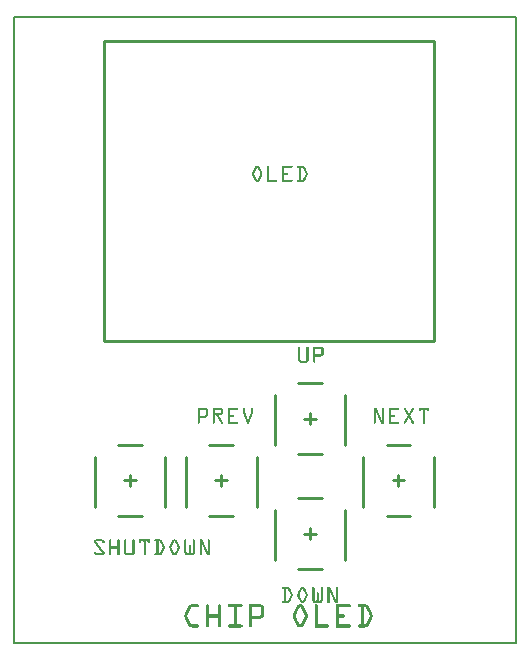
<source format=gto>
G04 MADE WITH FRITZING*
G04 WWW.FRITZING.ORG*
G04 DOUBLE SIDED*
G04 HOLES PLATED*
G04 CONTOUR ON CENTER OF CONTOUR VECTOR*
%ASAXBY*%
%FSLAX23Y23*%
%MOIN*%
%OFA0B0*%
%SFA1.0B1.0*%
%ADD10R,1.683200X2.093300X1.667200X2.077300*%
%ADD11C,0.008000*%
%ADD12C,0.010417*%
%ADD13C,0.010000*%
%ADD14R,0.001000X0.001000*%
%LNSILK1*%
G90*
G70*
G54D11*
X4Y2089D02*
X1679Y2089D01*
X1679Y4D01*
X4Y4D01*
X4Y2089D01*
D02*
G54D12*
X303Y1010D02*
X1403Y1010D01*
D02*
X1403Y2010D02*
X303Y2010D01*
D02*
X1403Y1010D02*
X1403Y2010D01*
D02*
X303Y1010D02*
X303Y2010D01*
G54D13*
D02*
X735Y426D02*
X656Y426D01*
D02*
X814Y623D02*
X814Y456D01*
D02*
X578Y623D02*
X578Y456D01*
D02*
X735Y663D02*
X656Y663D01*
D02*
X716Y545D02*
X676Y545D01*
D02*
X696Y525D02*
X696Y564D01*
D02*
X1031Y633D02*
X952Y633D01*
D02*
X1109Y830D02*
X1109Y663D01*
D02*
X873Y830D02*
X873Y663D01*
D02*
X1031Y869D02*
X952Y869D01*
D02*
X1011Y751D02*
X971Y751D01*
D02*
X991Y732D02*
X991Y771D01*
D02*
X1326Y426D02*
X1247Y426D01*
D02*
X1405Y623D02*
X1405Y456D01*
D02*
X1168Y623D02*
X1168Y456D01*
D02*
X1326Y663D02*
X1247Y663D01*
D02*
X1306Y545D02*
X1267Y545D01*
D02*
X1286Y525D02*
X1286Y564D01*
D02*
X430Y426D02*
X351Y426D01*
D02*
X509Y623D02*
X509Y456D01*
D02*
X273Y623D02*
X273Y456D01*
D02*
X430Y663D02*
X351Y663D01*
D02*
X410Y545D02*
X371Y545D01*
D02*
X391Y525D02*
X391Y564D01*
D02*
X1031Y249D02*
X952Y249D01*
D02*
X1109Y446D02*
X1109Y279D01*
D02*
X873Y446D02*
X873Y279D01*
D02*
X1031Y485D02*
X952Y485D01*
D02*
X1011Y367D02*
X971Y367D01*
D02*
X991Y348D02*
X991Y387D01*
G54D14*
X47Y2053D02*
X1639Y2053D01*
X47Y2052D02*
X47Y2052D01*
X1639Y2052D02*
X1639Y2052D01*
X47Y2051D02*
X47Y2051D01*
X1639Y2051D02*
X1639Y2051D01*
X47Y2050D02*
X47Y2050D01*
X1639Y2050D02*
X1639Y2050D01*
X47Y2049D02*
X47Y2049D01*
X1639Y2049D02*
X1639Y2049D01*
X47Y2048D02*
X47Y2048D01*
X1639Y2048D02*
X1639Y2048D01*
X47Y2047D02*
X47Y2047D01*
X1639Y2047D02*
X1639Y2047D01*
X47Y2046D02*
X47Y2046D01*
X1639Y2046D02*
X1639Y2046D01*
X47Y2045D02*
X47Y2045D01*
X1639Y2045D02*
X1639Y2045D01*
X47Y2044D02*
X47Y2044D01*
X1639Y2044D02*
X1639Y2044D01*
X47Y2043D02*
X47Y2043D01*
X1639Y2043D02*
X1639Y2043D01*
X47Y2042D02*
X47Y2042D01*
X1639Y2042D02*
X1639Y2042D01*
X47Y2041D02*
X47Y2041D01*
X1639Y2041D02*
X1639Y2041D01*
X47Y2040D02*
X47Y2040D01*
X1639Y2040D02*
X1639Y2040D01*
X47Y2039D02*
X47Y2039D01*
X1639Y2039D02*
X1639Y2039D01*
X47Y2038D02*
X47Y2038D01*
X1639Y2038D02*
X1639Y2038D01*
X47Y2037D02*
X47Y2037D01*
X1639Y2037D02*
X1639Y2037D01*
X47Y2036D02*
X47Y2036D01*
X1639Y2036D02*
X1639Y2036D01*
X47Y2035D02*
X47Y2035D01*
X1639Y2035D02*
X1639Y2035D01*
X47Y2034D02*
X47Y2034D01*
X1639Y2034D02*
X1639Y2034D01*
X47Y2033D02*
X47Y2033D01*
X1639Y2033D02*
X1639Y2033D01*
X47Y2032D02*
X47Y2032D01*
X1639Y2032D02*
X1639Y2032D01*
X47Y2031D02*
X47Y2031D01*
X1639Y2031D02*
X1639Y2031D01*
X47Y2030D02*
X47Y2030D01*
X1639Y2030D02*
X1639Y2030D01*
X47Y2029D02*
X47Y2029D01*
X1639Y2029D02*
X1639Y2029D01*
X47Y2028D02*
X47Y2028D01*
X1639Y2028D02*
X1639Y2028D01*
X47Y2027D02*
X47Y2027D01*
X1639Y2027D02*
X1639Y2027D01*
X47Y2026D02*
X47Y2026D01*
X1639Y2026D02*
X1639Y2026D01*
X47Y2025D02*
X47Y2025D01*
X1639Y2025D02*
X1639Y2025D01*
X47Y2024D02*
X47Y2024D01*
X1639Y2024D02*
X1639Y2024D01*
X47Y2023D02*
X47Y2023D01*
X1639Y2023D02*
X1639Y2023D01*
X47Y2022D02*
X47Y2022D01*
X1639Y2022D02*
X1639Y2022D01*
X47Y2021D02*
X47Y2021D01*
X1639Y2021D02*
X1639Y2021D01*
X47Y2020D02*
X47Y2020D01*
X1639Y2020D02*
X1639Y2020D01*
X47Y2019D02*
X47Y2019D01*
X1639Y2019D02*
X1639Y2019D01*
X47Y2018D02*
X47Y2018D01*
X1639Y2018D02*
X1639Y2018D01*
X47Y2017D02*
X47Y2017D01*
X1639Y2017D02*
X1639Y2017D01*
X47Y2016D02*
X47Y2016D01*
X1639Y2016D02*
X1639Y2016D01*
X47Y2015D02*
X47Y2015D01*
X1639Y2015D02*
X1639Y2015D01*
X47Y2014D02*
X47Y2014D01*
X1639Y2014D02*
X1639Y2014D01*
X47Y2013D02*
X47Y2013D01*
X1639Y2013D02*
X1639Y2013D01*
X47Y2012D02*
X47Y2012D01*
X1639Y2012D02*
X1639Y2012D01*
X47Y2011D02*
X47Y2011D01*
X1639Y2011D02*
X1639Y2011D01*
X47Y2010D02*
X47Y2010D01*
X1639Y2010D02*
X1639Y2010D01*
X47Y2009D02*
X47Y2009D01*
X1639Y2009D02*
X1639Y2009D01*
X47Y2008D02*
X47Y2008D01*
X1639Y2008D02*
X1639Y2008D01*
X47Y2007D02*
X47Y2007D01*
X1639Y2007D02*
X1639Y2007D01*
X47Y2006D02*
X47Y2006D01*
X1639Y2006D02*
X1639Y2006D01*
X47Y2005D02*
X47Y2005D01*
X1639Y2005D02*
X1639Y2005D01*
X47Y2004D02*
X47Y2004D01*
X1639Y2004D02*
X1639Y2004D01*
X47Y2003D02*
X47Y2003D01*
X1639Y2003D02*
X1639Y2003D01*
X47Y2002D02*
X47Y2002D01*
X1639Y2002D02*
X1639Y2002D01*
X47Y2001D02*
X47Y2001D01*
X1639Y2001D02*
X1639Y2001D01*
X47Y2000D02*
X47Y2000D01*
X1639Y2000D02*
X1639Y2000D01*
X47Y1999D02*
X47Y1999D01*
X1639Y1999D02*
X1639Y1999D01*
X47Y1998D02*
X47Y1998D01*
X1639Y1998D02*
X1639Y1998D01*
X47Y1997D02*
X47Y1997D01*
X1639Y1997D02*
X1639Y1997D01*
X47Y1996D02*
X47Y1996D01*
X1639Y1996D02*
X1639Y1996D01*
X47Y1995D02*
X47Y1995D01*
X1639Y1995D02*
X1639Y1995D01*
X47Y1994D02*
X47Y1994D01*
X1639Y1994D02*
X1639Y1994D01*
X47Y1993D02*
X47Y1993D01*
X1639Y1993D02*
X1639Y1993D01*
X47Y1992D02*
X47Y1992D01*
X1639Y1992D02*
X1639Y1992D01*
X47Y1991D02*
X47Y1991D01*
X1639Y1991D02*
X1639Y1991D01*
X47Y1990D02*
X47Y1990D01*
X1639Y1990D02*
X1639Y1990D01*
X47Y1989D02*
X47Y1989D01*
X1639Y1989D02*
X1639Y1989D01*
X47Y1988D02*
X47Y1988D01*
X1639Y1988D02*
X1639Y1988D01*
X47Y1987D02*
X47Y1987D01*
X1639Y1987D02*
X1639Y1987D01*
X47Y1986D02*
X47Y1986D01*
X1639Y1986D02*
X1639Y1986D01*
X47Y1985D02*
X47Y1985D01*
X1639Y1985D02*
X1639Y1985D01*
X47Y1984D02*
X47Y1984D01*
X1639Y1984D02*
X1639Y1984D01*
X47Y1983D02*
X47Y1983D01*
X1639Y1983D02*
X1639Y1983D01*
X47Y1982D02*
X47Y1982D01*
X1639Y1982D02*
X1639Y1982D01*
X47Y1981D02*
X47Y1981D01*
X1639Y1981D02*
X1639Y1981D01*
X47Y1980D02*
X47Y1980D01*
X1639Y1980D02*
X1639Y1980D01*
X47Y1979D02*
X47Y1979D01*
X1639Y1979D02*
X1639Y1979D01*
X47Y1978D02*
X47Y1978D01*
X1639Y1978D02*
X1639Y1978D01*
X47Y1977D02*
X47Y1977D01*
X1639Y1977D02*
X1639Y1977D01*
X47Y1976D02*
X47Y1976D01*
X1639Y1976D02*
X1639Y1976D01*
X47Y1975D02*
X47Y1975D01*
X1639Y1975D02*
X1639Y1975D01*
X47Y1974D02*
X47Y1974D01*
X1639Y1974D02*
X1639Y1974D01*
X47Y1973D02*
X47Y1973D01*
X1639Y1973D02*
X1639Y1973D01*
X47Y1972D02*
X47Y1972D01*
X1639Y1972D02*
X1639Y1972D01*
X47Y1971D02*
X47Y1971D01*
X1639Y1971D02*
X1639Y1971D01*
X47Y1970D02*
X47Y1970D01*
X1639Y1970D02*
X1639Y1970D01*
X47Y1969D02*
X47Y1969D01*
X1639Y1969D02*
X1639Y1969D01*
X47Y1968D02*
X47Y1968D01*
X1639Y1968D02*
X1639Y1968D01*
X47Y1967D02*
X47Y1967D01*
X1639Y1967D02*
X1639Y1967D01*
X47Y1966D02*
X47Y1966D01*
X1639Y1966D02*
X1639Y1966D01*
X47Y1965D02*
X47Y1965D01*
X1639Y1965D02*
X1639Y1965D01*
X47Y1964D02*
X47Y1964D01*
X1639Y1964D02*
X1639Y1964D01*
X47Y1963D02*
X47Y1963D01*
X1639Y1963D02*
X1639Y1963D01*
X47Y1962D02*
X47Y1962D01*
X1639Y1962D02*
X1639Y1962D01*
X47Y1961D02*
X47Y1961D01*
X1639Y1961D02*
X1639Y1961D01*
X47Y1960D02*
X47Y1960D01*
X1639Y1960D02*
X1639Y1960D01*
X47Y1959D02*
X47Y1959D01*
X1639Y1959D02*
X1639Y1959D01*
X47Y1958D02*
X47Y1958D01*
X1639Y1958D02*
X1639Y1958D01*
X47Y1957D02*
X47Y1957D01*
X1639Y1957D02*
X1639Y1957D01*
X47Y1956D02*
X47Y1956D01*
X1639Y1956D02*
X1639Y1956D01*
X47Y1955D02*
X47Y1955D01*
X1639Y1955D02*
X1639Y1955D01*
X47Y1954D02*
X47Y1954D01*
X1639Y1954D02*
X1639Y1954D01*
X47Y1953D02*
X47Y1953D01*
X1639Y1953D02*
X1639Y1953D01*
X47Y1952D02*
X47Y1952D01*
X1639Y1952D02*
X1639Y1952D01*
X47Y1951D02*
X47Y1951D01*
X1639Y1951D02*
X1639Y1951D01*
X47Y1950D02*
X47Y1950D01*
X1639Y1950D02*
X1639Y1950D01*
X47Y1949D02*
X47Y1949D01*
X1639Y1949D02*
X1639Y1949D01*
X47Y1948D02*
X47Y1948D01*
X1639Y1948D02*
X1639Y1948D01*
X47Y1947D02*
X47Y1947D01*
X1639Y1947D02*
X1639Y1947D01*
X47Y1946D02*
X47Y1946D01*
X1639Y1946D02*
X1639Y1946D01*
X47Y1945D02*
X47Y1945D01*
X1639Y1945D02*
X1639Y1945D01*
X47Y1944D02*
X47Y1944D01*
X1639Y1944D02*
X1639Y1944D01*
X47Y1943D02*
X47Y1943D01*
X1639Y1943D02*
X1639Y1943D01*
X47Y1942D02*
X47Y1942D01*
X1639Y1942D02*
X1639Y1942D01*
X47Y1941D02*
X47Y1941D01*
X1639Y1941D02*
X1639Y1941D01*
X47Y1940D02*
X47Y1940D01*
X1639Y1940D02*
X1639Y1940D01*
X47Y1939D02*
X47Y1939D01*
X1639Y1939D02*
X1639Y1939D01*
X47Y1938D02*
X47Y1938D01*
X1639Y1938D02*
X1639Y1938D01*
X47Y1937D02*
X47Y1937D01*
X1639Y1937D02*
X1639Y1937D01*
X47Y1936D02*
X47Y1936D01*
X1639Y1936D02*
X1639Y1936D01*
X47Y1935D02*
X47Y1935D01*
X1639Y1935D02*
X1639Y1935D01*
X47Y1934D02*
X47Y1934D01*
X1639Y1934D02*
X1639Y1934D01*
X47Y1933D02*
X47Y1933D01*
X1639Y1933D02*
X1639Y1933D01*
X47Y1932D02*
X47Y1932D01*
X1639Y1932D02*
X1639Y1932D01*
X47Y1931D02*
X47Y1931D01*
X1639Y1931D02*
X1639Y1931D01*
X47Y1930D02*
X47Y1930D01*
X1639Y1930D02*
X1639Y1930D01*
X47Y1929D02*
X47Y1929D01*
X1639Y1929D02*
X1639Y1929D01*
X47Y1928D02*
X47Y1928D01*
X1639Y1928D02*
X1639Y1928D01*
X47Y1927D02*
X47Y1927D01*
X1639Y1927D02*
X1639Y1927D01*
X47Y1926D02*
X47Y1926D01*
X1639Y1926D02*
X1639Y1926D01*
X47Y1925D02*
X47Y1925D01*
X1639Y1925D02*
X1639Y1925D01*
X47Y1924D02*
X47Y1924D01*
X1639Y1924D02*
X1639Y1924D01*
X47Y1923D02*
X47Y1923D01*
X1639Y1923D02*
X1639Y1923D01*
X47Y1922D02*
X47Y1922D01*
X1639Y1922D02*
X1639Y1922D01*
X47Y1921D02*
X47Y1921D01*
X1639Y1921D02*
X1639Y1921D01*
X47Y1920D02*
X47Y1920D01*
X1639Y1920D02*
X1639Y1920D01*
X47Y1919D02*
X47Y1919D01*
X1639Y1919D02*
X1639Y1919D01*
X47Y1918D02*
X47Y1918D01*
X1639Y1918D02*
X1639Y1918D01*
X47Y1917D02*
X47Y1917D01*
X1639Y1917D02*
X1639Y1917D01*
X47Y1916D02*
X47Y1916D01*
X1639Y1916D02*
X1639Y1916D01*
X47Y1915D02*
X47Y1915D01*
X1639Y1915D02*
X1639Y1915D01*
X47Y1914D02*
X47Y1914D01*
X1639Y1914D02*
X1639Y1914D01*
X47Y1913D02*
X47Y1913D01*
X1639Y1913D02*
X1639Y1913D01*
X47Y1912D02*
X47Y1912D01*
X1639Y1912D02*
X1639Y1912D01*
X47Y1911D02*
X47Y1911D01*
X1639Y1911D02*
X1639Y1911D01*
X47Y1910D02*
X47Y1910D01*
X1639Y1910D02*
X1639Y1910D01*
X47Y1909D02*
X47Y1909D01*
X1639Y1909D02*
X1639Y1909D01*
X47Y1908D02*
X47Y1908D01*
X1639Y1908D02*
X1639Y1908D01*
X47Y1907D02*
X47Y1907D01*
X1639Y1907D02*
X1639Y1907D01*
X47Y1906D02*
X47Y1906D01*
X1639Y1906D02*
X1639Y1906D01*
X47Y1905D02*
X47Y1905D01*
X1639Y1905D02*
X1639Y1905D01*
X47Y1904D02*
X47Y1904D01*
X1639Y1904D02*
X1639Y1904D01*
X47Y1903D02*
X47Y1903D01*
X1639Y1903D02*
X1639Y1903D01*
X47Y1902D02*
X47Y1902D01*
X1639Y1902D02*
X1639Y1902D01*
X47Y1901D02*
X47Y1901D01*
X1639Y1901D02*
X1639Y1901D01*
X47Y1900D02*
X47Y1900D01*
X1639Y1900D02*
X1639Y1900D01*
X47Y1899D02*
X47Y1899D01*
X1639Y1899D02*
X1639Y1899D01*
X47Y1898D02*
X47Y1898D01*
X1639Y1898D02*
X1639Y1898D01*
X47Y1897D02*
X47Y1897D01*
X1639Y1897D02*
X1639Y1897D01*
X47Y1896D02*
X47Y1896D01*
X1639Y1896D02*
X1639Y1896D01*
X47Y1895D02*
X47Y1895D01*
X1639Y1895D02*
X1639Y1895D01*
X47Y1894D02*
X47Y1894D01*
X1639Y1894D02*
X1639Y1894D01*
X47Y1893D02*
X47Y1893D01*
X1639Y1893D02*
X1639Y1893D01*
X47Y1892D02*
X47Y1892D01*
X1639Y1892D02*
X1639Y1892D01*
X47Y1891D02*
X47Y1891D01*
X1639Y1891D02*
X1639Y1891D01*
X47Y1890D02*
X47Y1890D01*
X1639Y1890D02*
X1639Y1890D01*
X47Y1889D02*
X47Y1889D01*
X1639Y1889D02*
X1639Y1889D01*
X47Y1888D02*
X47Y1888D01*
X1639Y1888D02*
X1639Y1888D01*
X47Y1887D02*
X47Y1887D01*
X1639Y1887D02*
X1639Y1887D01*
X47Y1886D02*
X47Y1886D01*
X1639Y1886D02*
X1639Y1886D01*
X47Y1885D02*
X47Y1885D01*
X1639Y1885D02*
X1639Y1885D01*
X47Y1884D02*
X47Y1884D01*
X1639Y1884D02*
X1639Y1884D01*
X47Y1883D02*
X47Y1883D01*
X1639Y1883D02*
X1639Y1883D01*
X47Y1882D02*
X47Y1882D01*
X1639Y1882D02*
X1639Y1882D01*
X47Y1881D02*
X47Y1881D01*
X1639Y1881D02*
X1639Y1881D01*
X47Y1880D02*
X47Y1880D01*
X1639Y1880D02*
X1639Y1880D01*
X47Y1879D02*
X47Y1879D01*
X1639Y1879D02*
X1639Y1879D01*
X47Y1878D02*
X47Y1878D01*
X1639Y1878D02*
X1639Y1878D01*
X47Y1877D02*
X47Y1877D01*
X1639Y1877D02*
X1639Y1877D01*
X47Y1876D02*
X47Y1876D01*
X1639Y1876D02*
X1639Y1876D01*
X47Y1875D02*
X47Y1875D01*
X1639Y1875D02*
X1639Y1875D01*
X47Y1874D02*
X47Y1874D01*
X1639Y1874D02*
X1639Y1874D01*
X47Y1873D02*
X47Y1873D01*
X1639Y1873D02*
X1639Y1873D01*
X47Y1872D02*
X47Y1872D01*
X1639Y1872D02*
X1639Y1872D01*
X47Y1871D02*
X47Y1871D01*
X1639Y1871D02*
X1639Y1871D01*
X47Y1870D02*
X47Y1870D01*
X1639Y1870D02*
X1639Y1870D01*
X47Y1869D02*
X47Y1869D01*
X1639Y1869D02*
X1639Y1869D01*
X47Y1868D02*
X47Y1868D01*
X1639Y1868D02*
X1639Y1868D01*
X47Y1867D02*
X47Y1867D01*
X1639Y1867D02*
X1639Y1867D01*
X47Y1866D02*
X47Y1866D01*
X1639Y1866D02*
X1639Y1866D01*
X47Y1865D02*
X47Y1865D01*
X1639Y1865D02*
X1639Y1865D01*
X47Y1864D02*
X47Y1864D01*
X1639Y1864D02*
X1639Y1864D01*
X47Y1863D02*
X47Y1863D01*
X1639Y1863D02*
X1639Y1863D01*
X47Y1862D02*
X47Y1862D01*
X1639Y1862D02*
X1639Y1862D01*
X47Y1861D02*
X47Y1861D01*
X1639Y1861D02*
X1639Y1861D01*
X47Y1860D02*
X47Y1860D01*
X1639Y1860D02*
X1639Y1860D01*
X47Y1859D02*
X47Y1859D01*
X1639Y1859D02*
X1639Y1859D01*
X47Y1858D02*
X47Y1858D01*
X1639Y1858D02*
X1639Y1858D01*
X47Y1857D02*
X47Y1857D01*
X1639Y1857D02*
X1639Y1857D01*
X47Y1856D02*
X47Y1856D01*
X1639Y1856D02*
X1639Y1856D01*
X47Y1855D02*
X47Y1855D01*
X1639Y1855D02*
X1639Y1855D01*
X47Y1854D02*
X47Y1854D01*
X1639Y1854D02*
X1639Y1854D01*
X47Y1853D02*
X47Y1853D01*
X1639Y1853D02*
X1639Y1853D01*
X47Y1852D02*
X47Y1852D01*
X1639Y1852D02*
X1639Y1852D01*
X47Y1851D02*
X47Y1851D01*
X1639Y1851D02*
X1639Y1851D01*
X47Y1850D02*
X47Y1850D01*
X1639Y1850D02*
X1639Y1850D01*
X47Y1849D02*
X47Y1849D01*
X1639Y1849D02*
X1639Y1849D01*
X47Y1848D02*
X47Y1848D01*
X1639Y1848D02*
X1639Y1848D01*
X47Y1847D02*
X47Y1847D01*
X1639Y1847D02*
X1639Y1847D01*
X47Y1846D02*
X47Y1846D01*
X1639Y1846D02*
X1639Y1846D01*
X47Y1845D02*
X47Y1845D01*
X1639Y1845D02*
X1639Y1845D01*
X47Y1844D02*
X47Y1844D01*
X1639Y1844D02*
X1639Y1844D01*
X47Y1843D02*
X47Y1843D01*
X1639Y1843D02*
X1639Y1843D01*
X47Y1842D02*
X47Y1842D01*
X1639Y1842D02*
X1639Y1842D01*
X47Y1841D02*
X47Y1841D01*
X1639Y1841D02*
X1639Y1841D01*
X47Y1840D02*
X47Y1840D01*
X1639Y1840D02*
X1639Y1840D01*
X47Y1839D02*
X47Y1839D01*
X1639Y1839D02*
X1639Y1839D01*
X47Y1838D02*
X47Y1838D01*
X1639Y1838D02*
X1639Y1838D01*
X47Y1837D02*
X47Y1837D01*
X1639Y1837D02*
X1639Y1837D01*
X47Y1836D02*
X47Y1836D01*
X1639Y1836D02*
X1639Y1836D01*
X47Y1835D02*
X47Y1835D01*
X1639Y1835D02*
X1639Y1835D01*
X47Y1834D02*
X47Y1834D01*
X1639Y1834D02*
X1639Y1834D01*
X47Y1833D02*
X47Y1833D01*
X1639Y1833D02*
X1639Y1833D01*
X47Y1832D02*
X47Y1832D01*
X1639Y1832D02*
X1639Y1832D01*
X47Y1831D02*
X47Y1831D01*
X1639Y1831D02*
X1639Y1831D01*
X47Y1830D02*
X47Y1830D01*
X1639Y1830D02*
X1639Y1830D01*
X47Y1829D02*
X47Y1829D01*
X1639Y1829D02*
X1639Y1829D01*
X47Y1828D02*
X47Y1828D01*
X1639Y1828D02*
X1639Y1828D01*
X47Y1827D02*
X47Y1827D01*
X1639Y1827D02*
X1639Y1827D01*
X47Y1826D02*
X47Y1826D01*
X1639Y1826D02*
X1639Y1826D01*
X47Y1825D02*
X47Y1825D01*
X1639Y1825D02*
X1639Y1825D01*
X47Y1824D02*
X47Y1824D01*
X1639Y1824D02*
X1639Y1824D01*
X47Y1823D02*
X47Y1823D01*
X1639Y1823D02*
X1639Y1823D01*
X47Y1822D02*
X47Y1822D01*
X1639Y1822D02*
X1639Y1822D01*
X47Y1821D02*
X47Y1821D01*
X1639Y1821D02*
X1639Y1821D01*
X47Y1820D02*
X47Y1820D01*
X1639Y1820D02*
X1639Y1820D01*
X47Y1819D02*
X47Y1819D01*
X1639Y1819D02*
X1639Y1819D01*
X47Y1818D02*
X47Y1818D01*
X1639Y1818D02*
X1639Y1818D01*
X47Y1817D02*
X47Y1817D01*
X1639Y1817D02*
X1639Y1817D01*
X47Y1816D02*
X47Y1816D01*
X1639Y1816D02*
X1639Y1816D01*
X47Y1815D02*
X47Y1815D01*
X1639Y1815D02*
X1639Y1815D01*
X47Y1814D02*
X47Y1814D01*
X1639Y1814D02*
X1639Y1814D01*
X47Y1813D02*
X47Y1813D01*
X1639Y1813D02*
X1639Y1813D01*
X47Y1812D02*
X47Y1812D01*
X1639Y1812D02*
X1639Y1812D01*
X47Y1811D02*
X47Y1811D01*
X1639Y1811D02*
X1639Y1811D01*
X47Y1810D02*
X47Y1810D01*
X1639Y1810D02*
X1639Y1810D01*
X47Y1809D02*
X47Y1809D01*
X1639Y1809D02*
X1639Y1809D01*
X47Y1808D02*
X47Y1808D01*
X1639Y1808D02*
X1639Y1808D01*
X47Y1807D02*
X47Y1807D01*
X1639Y1807D02*
X1639Y1807D01*
X47Y1806D02*
X47Y1806D01*
X1639Y1806D02*
X1639Y1806D01*
X47Y1805D02*
X47Y1805D01*
X1639Y1805D02*
X1639Y1805D01*
X47Y1804D02*
X47Y1804D01*
X1639Y1804D02*
X1639Y1804D01*
X47Y1803D02*
X47Y1803D01*
X1639Y1803D02*
X1639Y1803D01*
X47Y1802D02*
X47Y1802D01*
X1639Y1802D02*
X1639Y1802D01*
X47Y1801D02*
X47Y1801D01*
X1639Y1801D02*
X1639Y1801D01*
X47Y1800D02*
X47Y1800D01*
X1639Y1800D02*
X1639Y1800D01*
X47Y1799D02*
X47Y1799D01*
X1639Y1799D02*
X1639Y1799D01*
X47Y1798D02*
X47Y1798D01*
X1639Y1798D02*
X1639Y1798D01*
X47Y1797D02*
X47Y1797D01*
X1639Y1797D02*
X1639Y1797D01*
X47Y1796D02*
X47Y1796D01*
X1639Y1796D02*
X1639Y1796D01*
X47Y1795D02*
X47Y1795D01*
X1639Y1795D02*
X1639Y1795D01*
X47Y1794D02*
X47Y1794D01*
X1639Y1794D02*
X1639Y1794D01*
X47Y1793D02*
X47Y1793D01*
X1639Y1793D02*
X1639Y1793D01*
X47Y1792D02*
X47Y1792D01*
X1639Y1792D02*
X1639Y1792D01*
X47Y1791D02*
X47Y1791D01*
X1639Y1791D02*
X1639Y1791D01*
X47Y1790D02*
X47Y1790D01*
X1639Y1790D02*
X1639Y1790D01*
X47Y1789D02*
X47Y1789D01*
X1639Y1789D02*
X1639Y1789D01*
X47Y1788D02*
X47Y1788D01*
X1639Y1788D02*
X1639Y1788D01*
X47Y1787D02*
X47Y1787D01*
X1639Y1787D02*
X1639Y1787D01*
X47Y1786D02*
X47Y1786D01*
X1639Y1786D02*
X1639Y1786D01*
X47Y1785D02*
X47Y1785D01*
X1639Y1785D02*
X1639Y1785D01*
X47Y1784D02*
X47Y1784D01*
X1639Y1784D02*
X1639Y1784D01*
X47Y1783D02*
X47Y1783D01*
X1639Y1783D02*
X1639Y1783D01*
X47Y1782D02*
X47Y1782D01*
X1639Y1782D02*
X1639Y1782D01*
X47Y1781D02*
X47Y1781D01*
X1639Y1781D02*
X1639Y1781D01*
X47Y1780D02*
X47Y1780D01*
X1639Y1780D02*
X1639Y1780D01*
X47Y1779D02*
X47Y1779D01*
X1639Y1779D02*
X1639Y1779D01*
X47Y1778D02*
X47Y1778D01*
X1639Y1778D02*
X1639Y1778D01*
X47Y1777D02*
X47Y1777D01*
X1639Y1777D02*
X1639Y1777D01*
X47Y1776D02*
X47Y1776D01*
X1639Y1776D02*
X1639Y1776D01*
X47Y1775D02*
X47Y1775D01*
X1639Y1775D02*
X1639Y1775D01*
X47Y1774D02*
X47Y1774D01*
X1639Y1774D02*
X1639Y1774D01*
X47Y1773D02*
X47Y1773D01*
X1639Y1773D02*
X1639Y1773D01*
X47Y1772D02*
X47Y1772D01*
X1639Y1772D02*
X1639Y1772D01*
X47Y1771D02*
X47Y1771D01*
X1639Y1771D02*
X1639Y1771D01*
X47Y1770D02*
X47Y1770D01*
X1639Y1770D02*
X1639Y1770D01*
X47Y1769D02*
X47Y1769D01*
X1639Y1769D02*
X1639Y1769D01*
X47Y1768D02*
X47Y1768D01*
X1639Y1768D02*
X1639Y1768D01*
X47Y1767D02*
X47Y1767D01*
X1639Y1767D02*
X1639Y1767D01*
X47Y1766D02*
X47Y1766D01*
X1639Y1766D02*
X1639Y1766D01*
X47Y1765D02*
X47Y1765D01*
X1639Y1765D02*
X1639Y1765D01*
X47Y1764D02*
X47Y1764D01*
X1639Y1764D02*
X1639Y1764D01*
X47Y1763D02*
X47Y1763D01*
X1639Y1763D02*
X1639Y1763D01*
X47Y1762D02*
X47Y1762D01*
X1639Y1762D02*
X1639Y1762D01*
X47Y1761D02*
X47Y1761D01*
X1639Y1761D02*
X1639Y1761D01*
X47Y1760D02*
X47Y1760D01*
X1639Y1760D02*
X1639Y1760D01*
X47Y1759D02*
X47Y1759D01*
X1639Y1759D02*
X1639Y1759D01*
X47Y1758D02*
X47Y1758D01*
X1639Y1758D02*
X1639Y1758D01*
X47Y1757D02*
X47Y1757D01*
X1639Y1757D02*
X1639Y1757D01*
X47Y1756D02*
X47Y1756D01*
X1639Y1756D02*
X1639Y1756D01*
X47Y1755D02*
X47Y1755D01*
X1639Y1755D02*
X1639Y1755D01*
X47Y1754D02*
X47Y1754D01*
X1639Y1754D02*
X1639Y1754D01*
X47Y1753D02*
X47Y1753D01*
X1639Y1753D02*
X1639Y1753D01*
X47Y1752D02*
X47Y1752D01*
X1639Y1752D02*
X1639Y1752D01*
X47Y1751D02*
X47Y1751D01*
X1639Y1751D02*
X1639Y1751D01*
X47Y1750D02*
X47Y1750D01*
X1639Y1750D02*
X1639Y1750D01*
X47Y1749D02*
X47Y1749D01*
X1639Y1749D02*
X1639Y1749D01*
X47Y1748D02*
X47Y1748D01*
X1639Y1748D02*
X1639Y1748D01*
X47Y1747D02*
X47Y1747D01*
X1639Y1747D02*
X1639Y1747D01*
X47Y1746D02*
X47Y1746D01*
X1639Y1746D02*
X1639Y1746D01*
X47Y1745D02*
X47Y1745D01*
X1639Y1745D02*
X1639Y1745D01*
X47Y1744D02*
X47Y1744D01*
X1639Y1744D02*
X1639Y1744D01*
X47Y1743D02*
X47Y1743D01*
X1639Y1743D02*
X1639Y1743D01*
X47Y1742D02*
X47Y1742D01*
X1639Y1742D02*
X1639Y1742D01*
X47Y1741D02*
X47Y1741D01*
X1639Y1741D02*
X1639Y1741D01*
X47Y1740D02*
X47Y1740D01*
X1639Y1740D02*
X1639Y1740D01*
X47Y1739D02*
X47Y1739D01*
X1639Y1739D02*
X1639Y1739D01*
X47Y1738D02*
X47Y1738D01*
X1639Y1738D02*
X1639Y1738D01*
X47Y1737D02*
X47Y1737D01*
X1639Y1737D02*
X1639Y1737D01*
X47Y1736D02*
X47Y1736D01*
X1639Y1736D02*
X1639Y1736D01*
X47Y1735D02*
X47Y1735D01*
X1639Y1735D02*
X1639Y1735D01*
X47Y1734D02*
X47Y1734D01*
X1639Y1734D02*
X1639Y1734D01*
X47Y1733D02*
X47Y1733D01*
X1639Y1733D02*
X1639Y1733D01*
X47Y1732D02*
X47Y1732D01*
X1639Y1732D02*
X1639Y1732D01*
X47Y1731D02*
X47Y1731D01*
X1639Y1731D02*
X1639Y1731D01*
X47Y1730D02*
X47Y1730D01*
X1639Y1730D02*
X1639Y1730D01*
X47Y1729D02*
X47Y1729D01*
X1639Y1729D02*
X1639Y1729D01*
X47Y1728D02*
X47Y1728D01*
X1639Y1728D02*
X1639Y1728D01*
X47Y1727D02*
X47Y1727D01*
X1639Y1727D02*
X1639Y1727D01*
X47Y1726D02*
X47Y1726D01*
X1639Y1726D02*
X1639Y1726D01*
X47Y1725D02*
X47Y1725D01*
X1639Y1725D02*
X1639Y1725D01*
X47Y1724D02*
X47Y1724D01*
X1639Y1724D02*
X1639Y1724D01*
X47Y1723D02*
X47Y1723D01*
X1639Y1723D02*
X1639Y1723D01*
X47Y1722D02*
X47Y1722D01*
X1639Y1722D02*
X1639Y1722D01*
X47Y1721D02*
X47Y1721D01*
X1639Y1721D02*
X1639Y1721D01*
X47Y1720D02*
X47Y1720D01*
X1639Y1720D02*
X1639Y1720D01*
X47Y1719D02*
X47Y1719D01*
X1639Y1719D02*
X1639Y1719D01*
X47Y1718D02*
X47Y1718D01*
X1639Y1718D02*
X1639Y1718D01*
X47Y1717D02*
X47Y1717D01*
X1639Y1717D02*
X1639Y1717D01*
X47Y1716D02*
X47Y1716D01*
X1639Y1716D02*
X1639Y1716D01*
X47Y1715D02*
X47Y1715D01*
X1639Y1715D02*
X1639Y1715D01*
X47Y1714D02*
X47Y1714D01*
X1639Y1714D02*
X1639Y1714D01*
X47Y1713D02*
X47Y1713D01*
X1639Y1713D02*
X1639Y1713D01*
X47Y1712D02*
X47Y1712D01*
X1639Y1712D02*
X1639Y1712D01*
X47Y1711D02*
X47Y1711D01*
X1639Y1711D02*
X1639Y1711D01*
X47Y1710D02*
X47Y1710D01*
X1639Y1710D02*
X1639Y1710D01*
X47Y1709D02*
X47Y1709D01*
X1639Y1709D02*
X1639Y1709D01*
X47Y1708D02*
X47Y1708D01*
X1639Y1708D02*
X1639Y1708D01*
X47Y1707D02*
X47Y1707D01*
X1639Y1707D02*
X1639Y1707D01*
X47Y1706D02*
X47Y1706D01*
X1639Y1706D02*
X1639Y1706D01*
X47Y1705D02*
X47Y1705D01*
X1639Y1705D02*
X1639Y1705D01*
X47Y1704D02*
X47Y1704D01*
X1639Y1704D02*
X1639Y1704D01*
X47Y1703D02*
X47Y1703D01*
X1639Y1703D02*
X1639Y1703D01*
X47Y1702D02*
X47Y1702D01*
X1639Y1702D02*
X1639Y1702D01*
X47Y1701D02*
X47Y1701D01*
X1639Y1701D02*
X1639Y1701D01*
X47Y1700D02*
X47Y1700D01*
X1639Y1700D02*
X1639Y1700D01*
X47Y1699D02*
X47Y1699D01*
X1639Y1699D02*
X1639Y1699D01*
X47Y1698D02*
X47Y1698D01*
X1639Y1698D02*
X1639Y1698D01*
X47Y1697D02*
X47Y1697D01*
X1639Y1697D02*
X1639Y1697D01*
X47Y1696D02*
X47Y1696D01*
X1639Y1696D02*
X1639Y1696D01*
X47Y1695D02*
X47Y1695D01*
X1639Y1695D02*
X1639Y1695D01*
X47Y1694D02*
X47Y1694D01*
X1639Y1694D02*
X1639Y1694D01*
X47Y1693D02*
X47Y1693D01*
X1639Y1693D02*
X1639Y1693D01*
X47Y1692D02*
X47Y1692D01*
X1639Y1692D02*
X1639Y1692D01*
X47Y1691D02*
X47Y1691D01*
X1639Y1691D02*
X1639Y1691D01*
X47Y1690D02*
X47Y1690D01*
X1639Y1690D02*
X1639Y1690D01*
X47Y1689D02*
X47Y1689D01*
X1639Y1689D02*
X1639Y1689D01*
X47Y1688D02*
X47Y1688D01*
X1639Y1688D02*
X1639Y1688D01*
X47Y1687D02*
X47Y1687D01*
X1639Y1687D02*
X1639Y1687D01*
X47Y1686D02*
X47Y1686D01*
X1639Y1686D02*
X1639Y1686D01*
X47Y1685D02*
X47Y1685D01*
X1639Y1685D02*
X1639Y1685D01*
X47Y1684D02*
X47Y1684D01*
X1639Y1684D02*
X1639Y1684D01*
X47Y1683D02*
X47Y1683D01*
X1639Y1683D02*
X1639Y1683D01*
X47Y1682D02*
X47Y1682D01*
X1639Y1682D02*
X1639Y1682D01*
X47Y1681D02*
X47Y1681D01*
X1639Y1681D02*
X1639Y1681D01*
X47Y1680D02*
X47Y1680D01*
X1639Y1680D02*
X1639Y1680D01*
X47Y1679D02*
X47Y1679D01*
X1639Y1679D02*
X1639Y1679D01*
X47Y1678D02*
X47Y1678D01*
X1639Y1678D02*
X1639Y1678D01*
X47Y1677D02*
X47Y1677D01*
X1639Y1677D02*
X1639Y1677D01*
X47Y1676D02*
X47Y1676D01*
X1639Y1676D02*
X1639Y1676D01*
X47Y1675D02*
X47Y1675D01*
X1639Y1675D02*
X1639Y1675D01*
X47Y1674D02*
X47Y1674D01*
X1639Y1674D02*
X1639Y1674D01*
X47Y1673D02*
X47Y1673D01*
X1639Y1673D02*
X1639Y1673D01*
X47Y1672D02*
X47Y1672D01*
X1639Y1672D02*
X1639Y1672D01*
X47Y1671D02*
X47Y1671D01*
X1639Y1671D02*
X1639Y1671D01*
X47Y1670D02*
X47Y1670D01*
X1639Y1670D02*
X1639Y1670D01*
X47Y1669D02*
X47Y1669D01*
X1639Y1669D02*
X1639Y1669D01*
X47Y1668D02*
X47Y1668D01*
X1639Y1668D02*
X1639Y1668D01*
X47Y1667D02*
X47Y1667D01*
X1639Y1667D02*
X1639Y1667D01*
X47Y1666D02*
X47Y1666D01*
X1639Y1666D02*
X1639Y1666D01*
X47Y1665D02*
X47Y1665D01*
X1639Y1665D02*
X1639Y1665D01*
X47Y1664D02*
X47Y1664D01*
X1639Y1664D02*
X1639Y1664D01*
X47Y1663D02*
X47Y1663D01*
X1639Y1663D02*
X1639Y1663D01*
X47Y1662D02*
X47Y1662D01*
X1639Y1662D02*
X1639Y1662D01*
X47Y1661D02*
X47Y1661D01*
X1639Y1661D02*
X1639Y1661D01*
X47Y1660D02*
X47Y1660D01*
X1639Y1660D02*
X1639Y1660D01*
X47Y1659D02*
X47Y1659D01*
X1639Y1659D02*
X1639Y1659D01*
X47Y1658D02*
X47Y1658D01*
X1639Y1658D02*
X1639Y1658D01*
X47Y1657D02*
X47Y1657D01*
X1639Y1657D02*
X1639Y1657D01*
X47Y1656D02*
X47Y1656D01*
X1639Y1656D02*
X1639Y1656D01*
X47Y1655D02*
X47Y1655D01*
X1639Y1655D02*
X1639Y1655D01*
X47Y1654D02*
X47Y1654D01*
X1639Y1654D02*
X1639Y1654D01*
X47Y1653D02*
X47Y1653D01*
X1639Y1653D02*
X1639Y1653D01*
X47Y1652D02*
X47Y1652D01*
X1639Y1652D02*
X1639Y1652D01*
X47Y1651D02*
X47Y1651D01*
X1639Y1651D02*
X1639Y1651D01*
X47Y1650D02*
X47Y1650D01*
X1639Y1650D02*
X1639Y1650D01*
X47Y1649D02*
X47Y1649D01*
X1639Y1649D02*
X1639Y1649D01*
X47Y1648D02*
X47Y1648D01*
X1639Y1648D02*
X1639Y1648D01*
X47Y1647D02*
X47Y1647D01*
X1639Y1647D02*
X1639Y1647D01*
X47Y1646D02*
X47Y1646D01*
X1639Y1646D02*
X1639Y1646D01*
X47Y1645D02*
X47Y1645D01*
X1639Y1645D02*
X1639Y1645D01*
X47Y1644D02*
X47Y1644D01*
X1639Y1644D02*
X1639Y1644D01*
X47Y1643D02*
X47Y1643D01*
X1639Y1643D02*
X1639Y1643D01*
X47Y1642D02*
X47Y1642D01*
X1639Y1642D02*
X1639Y1642D01*
X47Y1641D02*
X47Y1641D01*
X1639Y1641D02*
X1639Y1641D01*
X47Y1640D02*
X47Y1640D01*
X1639Y1640D02*
X1639Y1640D01*
X47Y1639D02*
X47Y1639D01*
X1639Y1639D02*
X1639Y1639D01*
X47Y1638D02*
X47Y1638D01*
X1639Y1638D02*
X1639Y1638D01*
X47Y1637D02*
X47Y1637D01*
X1639Y1637D02*
X1639Y1637D01*
X47Y1636D02*
X47Y1636D01*
X1639Y1636D02*
X1639Y1636D01*
X47Y1635D02*
X47Y1635D01*
X1639Y1635D02*
X1639Y1635D01*
X47Y1634D02*
X47Y1634D01*
X1639Y1634D02*
X1639Y1634D01*
X47Y1633D02*
X47Y1633D01*
X1639Y1633D02*
X1639Y1633D01*
X47Y1632D02*
X47Y1632D01*
X1639Y1632D02*
X1639Y1632D01*
X47Y1631D02*
X47Y1631D01*
X1639Y1631D02*
X1639Y1631D01*
X47Y1630D02*
X47Y1630D01*
X1639Y1630D02*
X1639Y1630D01*
X47Y1629D02*
X47Y1629D01*
X1639Y1629D02*
X1639Y1629D01*
X47Y1628D02*
X47Y1628D01*
X1639Y1628D02*
X1639Y1628D01*
X47Y1627D02*
X47Y1627D01*
X1639Y1627D02*
X1639Y1627D01*
X47Y1626D02*
X47Y1626D01*
X1639Y1626D02*
X1639Y1626D01*
X47Y1625D02*
X47Y1625D01*
X1639Y1625D02*
X1639Y1625D01*
X47Y1624D02*
X47Y1624D01*
X1639Y1624D02*
X1639Y1624D01*
X47Y1623D02*
X47Y1623D01*
X1639Y1623D02*
X1639Y1623D01*
X47Y1622D02*
X47Y1622D01*
X1639Y1622D02*
X1639Y1622D01*
X47Y1621D02*
X47Y1621D01*
X1639Y1621D02*
X1639Y1621D01*
X47Y1620D02*
X47Y1620D01*
X1639Y1620D02*
X1639Y1620D01*
X47Y1619D02*
X47Y1619D01*
X1639Y1619D02*
X1639Y1619D01*
X47Y1618D02*
X47Y1618D01*
X1639Y1618D02*
X1639Y1618D01*
X47Y1617D02*
X47Y1617D01*
X1639Y1617D02*
X1639Y1617D01*
X47Y1616D02*
X47Y1616D01*
X1639Y1616D02*
X1639Y1616D01*
X47Y1615D02*
X47Y1615D01*
X1639Y1615D02*
X1639Y1615D01*
X47Y1614D02*
X47Y1614D01*
X1639Y1614D02*
X1639Y1614D01*
X47Y1613D02*
X47Y1613D01*
X1639Y1613D02*
X1639Y1613D01*
X47Y1612D02*
X47Y1612D01*
X1639Y1612D02*
X1639Y1612D01*
X47Y1611D02*
X47Y1611D01*
X1639Y1611D02*
X1639Y1611D01*
X47Y1610D02*
X47Y1610D01*
X1639Y1610D02*
X1639Y1610D01*
X47Y1609D02*
X47Y1609D01*
X1639Y1609D02*
X1639Y1609D01*
X47Y1608D02*
X47Y1608D01*
X1639Y1608D02*
X1639Y1608D01*
X47Y1607D02*
X47Y1607D01*
X1639Y1607D02*
X1639Y1607D01*
X47Y1606D02*
X47Y1606D01*
X1639Y1606D02*
X1639Y1606D01*
X47Y1605D02*
X47Y1605D01*
X1639Y1605D02*
X1639Y1605D01*
X47Y1604D02*
X47Y1604D01*
X1639Y1604D02*
X1639Y1604D01*
X47Y1603D02*
X47Y1603D01*
X1639Y1603D02*
X1639Y1603D01*
X47Y1602D02*
X47Y1602D01*
X1639Y1602D02*
X1639Y1602D01*
X47Y1601D02*
X47Y1601D01*
X1639Y1601D02*
X1639Y1601D01*
X47Y1600D02*
X47Y1600D01*
X1639Y1600D02*
X1639Y1600D01*
X47Y1599D02*
X47Y1599D01*
X1639Y1599D02*
X1639Y1599D01*
X47Y1598D02*
X47Y1598D01*
X1639Y1598D02*
X1639Y1598D01*
X47Y1597D02*
X47Y1597D01*
X1639Y1597D02*
X1639Y1597D01*
X47Y1596D02*
X47Y1596D01*
X1639Y1596D02*
X1639Y1596D01*
X47Y1595D02*
X47Y1595D01*
X1639Y1595D02*
X1639Y1595D01*
X47Y1594D02*
X47Y1594D01*
X1639Y1594D02*
X1639Y1594D01*
X47Y1593D02*
X47Y1593D01*
X813Y1593D02*
X818Y1593D01*
X851Y1593D02*
X853Y1593D01*
X899Y1593D02*
X931Y1593D01*
X951Y1593D02*
X968Y1593D01*
X1639Y1593D02*
X1639Y1593D01*
X47Y1592D02*
X47Y1592D01*
X811Y1592D02*
X820Y1592D01*
X850Y1592D02*
X854Y1592D01*
X899Y1592D02*
X932Y1592D01*
X950Y1592D02*
X970Y1592D01*
X1639Y1592D02*
X1639Y1592D01*
X47Y1591D02*
X47Y1591D01*
X810Y1591D02*
X821Y1591D01*
X849Y1591D02*
X855Y1591D01*
X899Y1591D02*
X933Y1591D01*
X950Y1591D02*
X971Y1591D01*
X1639Y1591D02*
X1639Y1591D01*
X47Y1590D02*
X47Y1590D01*
X809Y1590D02*
X822Y1590D01*
X849Y1590D02*
X855Y1590D01*
X899Y1590D02*
X933Y1590D01*
X949Y1590D02*
X972Y1590D01*
X1639Y1590D02*
X1639Y1590D01*
X47Y1589D02*
X47Y1589D01*
X808Y1589D02*
X823Y1589D01*
X849Y1589D02*
X855Y1589D01*
X899Y1589D02*
X933Y1589D01*
X950Y1589D02*
X973Y1589D01*
X1639Y1589D02*
X1639Y1589D01*
X47Y1588D02*
X47Y1588D01*
X808Y1588D02*
X823Y1588D01*
X849Y1588D02*
X855Y1588D01*
X899Y1588D02*
X932Y1588D01*
X950Y1588D02*
X974Y1588D01*
X1639Y1588D02*
X1639Y1588D01*
X47Y1587D02*
X47Y1587D01*
X807Y1587D02*
X824Y1587D01*
X849Y1587D02*
X855Y1587D01*
X899Y1587D02*
X931Y1587D01*
X951Y1587D02*
X975Y1587D01*
X1639Y1587D02*
X1639Y1587D01*
X47Y1586D02*
X47Y1586D01*
X807Y1586D02*
X814Y1586D01*
X817Y1586D02*
X824Y1586D01*
X849Y1586D02*
X855Y1586D01*
X899Y1586D02*
X905Y1586D01*
X956Y1586D02*
X962Y1586D01*
X968Y1586D02*
X975Y1586D01*
X1639Y1586D02*
X1639Y1586D01*
X47Y1585D02*
X47Y1585D01*
X806Y1585D02*
X813Y1585D01*
X818Y1585D02*
X825Y1585D01*
X849Y1585D02*
X855Y1585D01*
X899Y1585D02*
X905Y1585D01*
X956Y1585D02*
X962Y1585D01*
X969Y1585D02*
X976Y1585D01*
X1639Y1585D02*
X1639Y1585D01*
X47Y1584D02*
X47Y1584D01*
X806Y1584D02*
X813Y1584D01*
X819Y1584D02*
X825Y1584D01*
X849Y1584D02*
X855Y1584D01*
X899Y1584D02*
X905Y1584D01*
X956Y1584D02*
X962Y1584D01*
X969Y1584D02*
X976Y1584D01*
X1639Y1584D02*
X1639Y1584D01*
X47Y1583D02*
X47Y1583D01*
X805Y1583D02*
X812Y1583D01*
X819Y1583D02*
X826Y1583D01*
X849Y1583D02*
X855Y1583D01*
X899Y1583D02*
X905Y1583D01*
X956Y1583D02*
X962Y1583D01*
X970Y1583D02*
X977Y1583D01*
X1639Y1583D02*
X1639Y1583D01*
X47Y1582D02*
X47Y1582D01*
X805Y1582D02*
X812Y1582D01*
X820Y1582D02*
X826Y1582D01*
X849Y1582D02*
X855Y1582D01*
X899Y1582D02*
X905Y1582D01*
X956Y1582D02*
X962Y1582D01*
X970Y1582D02*
X977Y1582D01*
X1639Y1582D02*
X1639Y1582D01*
X47Y1581D02*
X47Y1581D01*
X804Y1581D02*
X811Y1581D01*
X820Y1581D02*
X827Y1581D01*
X849Y1581D02*
X855Y1581D01*
X899Y1581D02*
X905Y1581D01*
X956Y1581D02*
X962Y1581D01*
X971Y1581D02*
X978Y1581D01*
X1639Y1581D02*
X1639Y1581D01*
X47Y1580D02*
X47Y1580D01*
X804Y1580D02*
X811Y1580D01*
X821Y1580D02*
X827Y1580D01*
X849Y1580D02*
X855Y1580D01*
X899Y1580D02*
X905Y1580D01*
X956Y1580D02*
X962Y1580D01*
X971Y1580D02*
X978Y1580D01*
X1639Y1580D02*
X1639Y1580D01*
X47Y1579D02*
X47Y1579D01*
X803Y1579D02*
X810Y1579D01*
X821Y1579D02*
X828Y1579D01*
X849Y1579D02*
X855Y1579D01*
X899Y1579D02*
X905Y1579D01*
X956Y1579D02*
X962Y1579D01*
X972Y1579D02*
X979Y1579D01*
X1639Y1579D02*
X1639Y1579D01*
X47Y1578D02*
X47Y1578D01*
X803Y1578D02*
X810Y1578D01*
X822Y1578D02*
X828Y1578D01*
X849Y1578D02*
X855Y1578D01*
X899Y1578D02*
X905Y1578D01*
X956Y1578D02*
X962Y1578D01*
X972Y1578D02*
X979Y1578D01*
X1639Y1578D02*
X1639Y1578D01*
X47Y1577D02*
X47Y1577D01*
X802Y1577D02*
X809Y1577D01*
X822Y1577D02*
X829Y1577D01*
X849Y1577D02*
X855Y1577D01*
X899Y1577D02*
X905Y1577D01*
X956Y1577D02*
X962Y1577D01*
X973Y1577D02*
X980Y1577D01*
X1639Y1577D02*
X1639Y1577D01*
X47Y1576D02*
X47Y1576D01*
X802Y1576D02*
X809Y1576D01*
X823Y1576D02*
X829Y1576D01*
X849Y1576D02*
X855Y1576D01*
X899Y1576D02*
X905Y1576D01*
X956Y1576D02*
X962Y1576D01*
X973Y1576D02*
X980Y1576D01*
X1639Y1576D02*
X1639Y1576D01*
X47Y1575D02*
X47Y1575D01*
X801Y1575D02*
X808Y1575D01*
X823Y1575D02*
X830Y1575D01*
X849Y1575D02*
X855Y1575D01*
X899Y1575D02*
X905Y1575D01*
X956Y1575D02*
X962Y1575D01*
X974Y1575D02*
X981Y1575D01*
X1639Y1575D02*
X1639Y1575D01*
X47Y1574D02*
X47Y1574D01*
X801Y1574D02*
X808Y1574D01*
X824Y1574D02*
X830Y1574D01*
X849Y1574D02*
X855Y1574D01*
X899Y1574D02*
X905Y1574D01*
X956Y1574D02*
X962Y1574D01*
X974Y1574D02*
X981Y1574D01*
X1639Y1574D02*
X1639Y1574D01*
X47Y1573D02*
X47Y1573D01*
X800Y1573D02*
X807Y1573D01*
X824Y1573D02*
X831Y1573D01*
X849Y1573D02*
X855Y1573D01*
X899Y1573D02*
X905Y1573D01*
X956Y1573D02*
X962Y1573D01*
X975Y1573D02*
X981Y1573D01*
X1639Y1573D02*
X1639Y1573D01*
X47Y1572D02*
X47Y1572D01*
X800Y1572D02*
X807Y1572D01*
X825Y1572D02*
X831Y1572D01*
X849Y1572D02*
X855Y1572D01*
X899Y1572D02*
X905Y1572D01*
X956Y1572D02*
X962Y1572D01*
X975Y1572D02*
X982Y1572D01*
X1639Y1572D02*
X1639Y1572D01*
X47Y1571D02*
X47Y1571D01*
X800Y1571D02*
X806Y1571D01*
X825Y1571D02*
X832Y1571D01*
X849Y1571D02*
X855Y1571D01*
X899Y1571D02*
X905Y1571D01*
X956Y1571D02*
X962Y1571D01*
X976Y1571D02*
X982Y1571D01*
X1639Y1571D02*
X1639Y1571D01*
X47Y1570D02*
X47Y1570D01*
X799Y1570D02*
X806Y1570D01*
X826Y1570D02*
X832Y1570D01*
X849Y1570D02*
X855Y1570D01*
X899Y1570D02*
X906Y1570D01*
X956Y1570D02*
X962Y1570D01*
X976Y1570D02*
X983Y1570D01*
X1639Y1570D02*
X1639Y1570D01*
X47Y1569D02*
X47Y1569D01*
X799Y1569D02*
X805Y1569D01*
X826Y1569D02*
X832Y1569D01*
X849Y1569D02*
X855Y1569D01*
X899Y1569D02*
X918Y1569D01*
X956Y1569D02*
X962Y1569D01*
X977Y1569D02*
X983Y1569D01*
X1639Y1569D02*
X1639Y1569D01*
X47Y1568D02*
X47Y1568D01*
X799Y1568D02*
X805Y1568D01*
X826Y1568D02*
X832Y1568D01*
X849Y1568D02*
X855Y1568D01*
X899Y1568D02*
X919Y1568D01*
X956Y1568D02*
X962Y1568D01*
X977Y1568D02*
X983Y1568D01*
X1639Y1568D02*
X1639Y1568D01*
X47Y1567D02*
X47Y1567D01*
X799Y1567D02*
X805Y1567D01*
X826Y1567D02*
X832Y1567D01*
X849Y1567D02*
X855Y1567D01*
X899Y1567D02*
X919Y1567D01*
X956Y1567D02*
X962Y1567D01*
X977Y1567D02*
X983Y1567D01*
X1639Y1567D02*
X1639Y1567D01*
X47Y1566D02*
X47Y1566D01*
X799Y1566D02*
X805Y1566D01*
X826Y1566D02*
X832Y1566D01*
X849Y1566D02*
X855Y1566D01*
X899Y1566D02*
X919Y1566D01*
X956Y1566D02*
X962Y1566D01*
X977Y1566D02*
X983Y1566D01*
X1639Y1566D02*
X1639Y1566D01*
X47Y1565D02*
X47Y1565D01*
X799Y1565D02*
X805Y1565D01*
X826Y1565D02*
X832Y1565D01*
X849Y1565D02*
X855Y1565D01*
X899Y1565D02*
X919Y1565D01*
X956Y1565D02*
X962Y1565D01*
X977Y1565D02*
X983Y1565D01*
X1639Y1565D02*
X1639Y1565D01*
X47Y1564D02*
X47Y1564D01*
X799Y1564D02*
X805Y1564D01*
X826Y1564D02*
X832Y1564D01*
X849Y1564D02*
X855Y1564D01*
X899Y1564D02*
X918Y1564D01*
X956Y1564D02*
X962Y1564D01*
X977Y1564D02*
X983Y1564D01*
X1639Y1564D02*
X1639Y1564D01*
X47Y1563D02*
X47Y1563D01*
X799Y1563D02*
X806Y1563D01*
X826Y1563D02*
X832Y1563D01*
X849Y1563D02*
X855Y1563D01*
X899Y1563D02*
X916Y1563D01*
X956Y1563D02*
X962Y1563D01*
X976Y1563D02*
X983Y1563D01*
X1639Y1563D02*
X1639Y1563D01*
X47Y1562D02*
X47Y1562D01*
X799Y1562D02*
X806Y1562D01*
X825Y1562D02*
X832Y1562D01*
X849Y1562D02*
X855Y1562D01*
X899Y1562D02*
X905Y1562D01*
X956Y1562D02*
X962Y1562D01*
X976Y1562D02*
X982Y1562D01*
X1639Y1562D02*
X1639Y1562D01*
X47Y1561D02*
X47Y1561D01*
X800Y1561D02*
X806Y1561D01*
X825Y1561D02*
X831Y1561D01*
X849Y1561D02*
X855Y1561D01*
X899Y1561D02*
X905Y1561D01*
X956Y1561D02*
X962Y1561D01*
X975Y1561D02*
X982Y1561D01*
X1639Y1561D02*
X1639Y1561D01*
X47Y1560D02*
X47Y1560D01*
X800Y1560D02*
X807Y1560D01*
X824Y1560D02*
X831Y1560D01*
X849Y1560D02*
X855Y1560D01*
X899Y1560D02*
X905Y1560D01*
X956Y1560D02*
X962Y1560D01*
X975Y1560D02*
X982Y1560D01*
X1639Y1560D02*
X1639Y1560D01*
X47Y1559D02*
X47Y1559D01*
X801Y1559D02*
X807Y1559D01*
X824Y1559D02*
X831Y1559D01*
X849Y1559D02*
X855Y1559D01*
X899Y1559D02*
X905Y1559D01*
X956Y1559D02*
X962Y1559D01*
X974Y1559D02*
X981Y1559D01*
X1639Y1559D02*
X1639Y1559D01*
X47Y1558D02*
X47Y1558D01*
X801Y1558D02*
X808Y1558D01*
X823Y1558D02*
X830Y1558D01*
X849Y1558D02*
X855Y1558D01*
X899Y1558D02*
X905Y1558D01*
X956Y1558D02*
X962Y1558D01*
X974Y1558D02*
X981Y1558D01*
X1639Y1558D02*
X1639Y1558D01*
X47Y1557D02*
X47Y1557D01*
X802Y1557D02*
X808Y1557D01*
X823Y1557D02*
X830Y1557D01*
X849Y1557D02*
X855Y1557D01*
X899Y1557D02*
X905Y1557D01*
X956Y1557D02*
X962Y1557D01*
X973Y1557D02*
X980Y1557D01*
X1639Y1557D02*
X1639Y1557D01*
X47Y1556D02*
X47Y1556D01*
X802Y1556D02*
X809Y1556D01*
X822Y1556D02*
X829Y1556D01*
X849Y1556D02*
X855Y1556D01*
X899Y1556D02*
X905Y1556D01*
X956Y1556D02*
X962Y1556D01*
X973Y1556D02*
X980Y1556D01*
X1639Y1556D02*
X1639Y1556D01*
X47Y1555D02*
X47Y1555D01*
X803Y1555D02*
X809Y1555D01*
X822Y1555D02*
X829Y1555D01*
X849Y1555D02*
X855Y1555D01*
X899Y1555D02*
X905Y1555D01*
X956Y1555D02*
X962Y1555D01*
X972Y1555D02*
X979Y1555D01*
X1639Y1555D02*
X1639Y1555D01*
X47Y1554D02*
X47Y1554D01*
X803Y1554D02*
X810Y1554D01*
X821Y1554D02*
X828Y1554D01*
X849Y1554D02*
X855Y1554D01*
X899Y1554D02*
X905Y1554D01*
X956Y1554D02*
X962Y1554D01*
X972Y1554D02*
X979Y1554D01*
X1639Y1554D02*
X1639Y1554D01*
X47Y1553D02*
X47Y1553D01*
X804Y1553D02*
X810Y1553D01*
X821Y1553D02*
X828Y1553D01*
X849Y1553D02*
X855Y1553D01*
X899Y1553D02*
X905Y1553D01*
X956Y1553D02*
X962Y1553D01*
X971Y1553D02*
X978Y1553D01*
X1639Y1553D02*
X1639Y1553D01*
X47Y1552D02*
X47Y1552D01*
X804Y1552D02*
X811Y1552D01*
X820Y1552D02*
X827Y1552D01*
X849Y1552D02*
X855Y1552D01*
X899Y1552D02*
X905Y1552D01*
X956Y1552D02*
X962Y1552D01*
X971Y1552D02*
X978Y1552D01*
X1639Y1552D02*
X1639Y1552D01*
X47Y1551D02*
X47Y1551D01*
X805Y1551D02*
X811Y1551D01*
X820Y1551D02*
X827Y1551D01*
X849Y1551D02*
X855Y1551D01*
X899Y1551D02*
X905Y1551D01*
X956Y1551D02*
X962Y1551D01*
X970Y1551D02*
X977Y1551D01*
X1639Y1551D02*
X1639Y1551D01*
X47Y1550D02*
X47Y1550D01*
X805Y1550D02*
X812Y1550D01*
X819Y1550D02*
X826Y1550D01*
X849Y1550D02*
X855Y1550D01*
X899Y1550D02*
X905Y1550D01*
X956Y1550D02*
X962Y1550D01*
X970Y1550D02*
X977Y1550D01*
X1639Y1550D02*
X1639Y1550D01*
X47Y1549D02*
X47Y1549D01*
X806Y1549D02*
X812Y1549D01*
X819Y1549D02*
X826Y1549D01*
X849Y1549D02*
X855Y1549D01*
X899Y1549D02*
X905Y1549D01*
X956Y1549D02*
X962Y1549D01*
X969Y1549D02*
X976Y1549D01*
X1639Y1549D02*
X1639Y1549D01*
X47Y1548D02*
X47Y1548D01*
X806Y1548D02*
X813Y1548D01*
X818Y1548D02*
X825Y1548D01*
X849Y1548D02*
X855Y1548D01*
X899Y1548D02*
X905Y1548D01*
X956Y1548D02*
X962Y1548D01*
X969Y1548D02*
X976Y1548D01*
X1639Y1548D02*
X1639Y1548D01*
X47Y1547D02*
X47Y1547D01*
X807Y1547D02*
X814Y1547D01*
X818Y1547D02*
X825Y1547D01*
X849Y1547D02*
X855Y1547D01*
X899Y1547D02*
X905Y1547D01*
X956Y1547D02*
X962Y1547D01*
X968Y1547D02*
X975Y1547D01*
X1639Y1547D02*
X1639Y1547D01*
X47Y1546D02*
X47Y1546D01*
X807Y1546D02*
X824Y1546D01*
X849Y1546D02*
X880Y1546D01*
X899Y1546D02*
X931Y1546D01*
X952Y1546D02*
X975Y1546D01*
X1639Y1546D02*
X1639Y1546D01*
X47Y1545D02*
X47Y1545D01*
X808Y1545D02*
X824Y1545D01*
X849Y1545D02*
X882Y1545D01*
X899Y1545D02*
X932Y1545D01*
X950Y1545D02*
X974Y1545D01*
X1639Y1545D02*
X1639Y1545D01*
X47Y1544D02*
X47Y1544D01*
X808Y1544D02*
X823Y1544D01*
X849Y1544D02*
X882Y1544D01*
X899Y1544D02*
X933Y1544D01*
X950Y1544D02*
X974Y1544D01*
X1639Y1544D02*
X1639Y1544D01*
X47Y1543D02*
X47Y1543D01*
X809Y1543D02*
X822Y1543D01*
X849Y1543D02*
X883Y1543D01*
X899Y1543D02*
X933Y1543D01*
X949Y1543D02*
X973Y1543D01*
X1639Y1543D02*
X1639Y1543D01*
X47Y1542D02*
X47Y1542D01*
X810Y1542D02*
X821Y1542D01*
X849Y1542D02*
X882Y1542D01*
X899Y1542D02*
X933Y1542D01*
X950Y1542D02*
X972Y1542D01*
X1639Y1542D02*
X1639Y1542D01*
X47Y1541D02*
X47Y1541D01*
X811Y1541D02*
X820Y1541D01*
X849Y1541D02*
X882Y1541D01*
X899Y1541D02*
X932Y1541D01*
X950Y1541D02*
X971Y1541D01*
X1639Y1541D02*
X1639Y1541D01*
X47Y1540D02*
X47Y1540D01*
X813Y1540D02*
X818Y1540D01*
X849Y1540D02*
X881Y1540D01*
X899Y1540D02*
X931Y1540D01*
X951Y1540D02*
X968Y1540D01*
X1639Y1540D02*
X1639Y1540D01*
X47Y1539D02*
X47Y1539D01*
X1639Y1539D02*
X1639Y1539D01*
X47Y1538D02*
X47Y1538D01*
X1639Y1538D02*
X1639Y1538D01*
X47Y1537D02*
X47Y1537D01*
X1639Y1537D02*
X1639Y1537D01*
X47Y1536D02*
X47Y1536D01*
X1639Y1536D02*
X1639Y1536D01*
X47Y1535D02*
X47Y1535D01*
X1639Y1535D02*
X1639Y1535D01*
X47Y1534D02*
X47Y1534D01*
X1639Y1534D02*
X1639Y1534D01*
X47Y1533D02*
X47Y1533D01*
X1639Y1533D02*
X1639Y1533D01*
X47Y1532D02*
X47Y1532D01*
X1639Y1532D02*
X1639Y1532D01*
X47Y1531D02*
X47Y1531D01*
X1639Y1531D02*
X1639Y1531D01*
X47Y1530D02*
X47Y1530D01*
X1639Y1530D02*
X1639Y1530D01*
X47Y1529D02*
X47Y1529D01*
X1639Y1529D02*
X1639Y1529D01*
X47Y1528D02*
X47Y1528D01*
X1639Y1528D02*
X1639Y1528D01*
X47Y1527D02*
X47Y1527D01*
X1639Y1527D02*
X1639Y1527D01*
X47Y1526D02*
X47Y1526D01*
X1639Y1526D02*
X1639Y1526D01*
X47Y1525D02*
X47Y1525D01*
X1639Y1525D02*
X1639Y1525D01*
X47Y1524D02*
X47Y1524D01*
X1639Y1524D02*
X1639Y1524D01*
X47Y1523D02*
X47Y1523D01*
X1639Y1523D02*
X1639Y1523D01*
X47Y1522D02*
X47Y1522D01*
X1639Y1522D02*
X1639Y1522D01*
X47Y1521D02*
X47Y1521D01*
X1639Y1521D02*
X1639Y1521D01*
X47Y1520D02*
X47Y1520D01*
X1639Y1520D02*
X1639Y1520D01*
X47Y1519D02*
X47Y1519D01*
X1639Y1519D02*
X1639Y1519D01*
X47Y1518D02*
X47Y1518D01*
X1639Y1518D02*
X1639Y1518D01*
X47Y1517D02*
X47Y1517D01*
X1639Y1517D02*
X1639Y1517D01*
X47Y1516D02*
X47Y1516D01*
X1639Y1516D02*
X1639Y1516D01*
X47Y1515D02*
X47Y1515D01*
X1639Y1515D02*
X1639Y1515D01*
X47Y1514D02*
X47Y1514D01*
X1639Y1514D02*
X1639Y1514D01*
X47Y1513D02*
X47Y1513D01*
X1639Y1513D02*
X1639Y1513D01*
X47Y1512D02*
X47Y1512D01*
X1639Y1512D02*
X1639Y1512D01*
X47Y1511D02*
X47Y1511D01*
X1639Y1511D02*
X1639Y1511D01*
X47Y1510D02*
X47Y1510D01*
X1639Y1510D02*
X1639Y1510D01*
X47Y1509D02*
X47Y1509D01*
X1639Y1509D02*
X1639Y1509D01*
X47Y1508D02*
X47Y1508D01*
X1639Y1508D02*
X1639Y1508D01*
X47Y1507D02*
X47Y1507D01*
X1639Y1507D02*
X1639Y1507D01*
X47Y1506D02*
X47Y1506D01*
X1639Y1506D02*
X1639Y1506D01*
X47Y1505D02*
X47Y1505D01*
X1639Y1505D02*
X1639Y1505D01*
X47Y1504D02*
X47Y1504D01*
X1639Y1504D02*
X1639Y1504D01*
X47Y1503D02*
X47Y1503D01*
X1639Y1503D02*
X1639Y1503D01*
X47Y1502D02*
X47Y1502D01*
X1639Y1502D02*
X1639Y1502D01*
X47Y1501D02*
X47Y1501D01*
X1639Y1501D02*
X1639Y1501D01*
X47Y1500D02*
X47Y1500D01*
X1639Y1500D02*
X1639Y1500D01*
X47Y1499D02*
X47Y1499D01*
X1639Y1499D02*
X1639Y1499D01*
X47Y1498D02*
X47Y1498D01*
X1639Y1498D02*
X1639Y1498D01*
X47Y1497D02*
X47Y1497D01*
X1639Y1497D02*
X1639Y1497D01*
X47Y1496D02*
X47Y1496D01*
X1639Y1496D02*
X1639Y1496D01*
X47Y1495D02*
X47Y1495D01*
X1639Y1495D02*
X1639Y1495D01*
X47Y1494D02*
X47Y1494D01*
X1639Y1494D02*
X1639Y1494D01*
X47Y1493D02*
X47Y1493D01*
X1639Y1493D02*
X1639Y1493D01*
X47Y1492D02*
X47Y1492D01*
X1639Y1492D02*
X1639Y1492D01*
X47Y1491D02*
X47Y1491D01*
X1639Y1491D02*
X1639Y1491D01*
X47Y1490D02*
X47Y1490D01*
X1639Y1490D02*
X1639Y1490D01*
X47Y1489D02*
X47Y1489D01*
X1639Y1489D02*
X1639Y1489D01*
X47Y1488D02*
X47Y1488D01*
X1639Y1488D02*
X1639Y1488D01*
X47Y1487D02*
X47Y1487D01*
X1639Y1487D02*
X1639Y1487D01*
X47Y1486D02*
X47Y1486D01*
X1639Y1486D02*
X1639Y1486D01*
X47Y1485D02*
X47Y1485D01*
X1639Y1485D02*
X1639Y1485D01*
X47Y1484D02*
X47Y1484D01*
X1639Y1484D02*
X1639Y1484D01*
X47Y1483D02*
X47Y1483D01*
X1639Y1483D02*
X1639Y1483D01*
X47Y1482D02*
X47Y1482D01*
X1639Y1482D02*
X1639Y1482D01*
X47Y1481D02*
X47Y1481D01*
X1639Y1481D02*
X1639Y1481D01*
X47Y1480D02*
X47Y1480D01*
X1639Y1480D02*
X1639Y1480D01*
X47Y1479D02*
X47Y1479D01*
X1639Y1479D02*
X1639Y1479D01*
X47Y1478D02*
X47Y1478D01*
X1639Y1478D02*
X1639Y1478D01*
X47Y1477D02*
X47Y1477D01*
X1639Y1477D02*
X1639Y1477D01*
X47Y1476D02*
X47Y1476D01*
X1639Y1476D02*
X1639Y1476D01*
X47Y1475D02*
X47Y1475D01*
X1639Y1475D02*
X1639Y1475D01*
X47Y1474D02*
X47Y1474D01*
X1639Y1474D02*
X1639Y1474D01*
X47Y1473D02*
X47Y1473D01*
X1639Y1473D02*
X1639Y1473D01*
X47Y1472D02*
X47Y1472D01*
X1639Y1472D02*
X1639Y1472D01*
X47Y1471D02*
X47Y1471D01*
X1639Y1471D02*
X1639Y1471D01*
X47Y1470D02*
X47Y1470D01*
X1639Y1470D02*
X1639Y1470D01*
X47Y1469D02*
X47Y1469D01*
X1639Y1469D02*
X1639Y1469D01*
X47Y1468D02*
X47Y1468D01*
X1639Y1468D02*
X1639Y1468D01*
X47Y1467D02*
X47Y1467D01*
X1639Y1467D02*
X1639Y1467D01*
X47Y1466D02*
X47Y1466D01*
X1639Y1466D02*
X1639Y1466D01*
X47Y1465D02*
X47Y1465D01*
X1639Y1465D02*
X1639Y1465D01*
X47Y1464D02*
X47Y1464D01*
X1639Y1464D02*
X1639Y1464D01*
X47Y1463D02*
X47Y1463D01*
X1639Y1463D02*
X1639Y1463D01*
X47Y1462D02*
X47Y1462D01*
X1639Y1462D02*
X1639Y1462D01*
X47Y1461D02*
X47Y1461D01*
X1639Y1461D02*
X1639Y1461D01*
X47Y1460D02*
X47Y1460D01*
X1639Y1460D02*
X1639Y1460D01*
X47Y1459D02*
X47Y1459D01*
X1639Y1459D02*
X1639Y1459D01*
X47Y1458D02*
X47Y1458D01*
X1639Y1458D02*
X1639Y1458D01*
X47Y1457D02*
X47Y1457D01*
X1639Y1457D02*
X1639Y1457D01*
X47Y1456D02*
X47Y1456D01*
X1639Y1456D02*
X1639Y1456D01*
X47Y1455D02*
X47Y1455D01*
X1639Y1455D02*
X1639Y1455D01*
X47Y1454D02*
X47Y1454D01*
X1639Y1454D02*
X1639Y1454D01*
X47Y1453D02*
X47Y1453D01*
X1639Y1453D02*
X1639Y1453D01*
X47Y1452D02*
X47Y1452D01*
X1639Y1452D02*
X1639Y1452D01*
X47Y1451D02*
X47Y1451D01*
X1639Y1451D02*
X1639Y1451D01*
X47Y1450D02*
X47Y1450D01*
X1639Y1450D02*
X1639Y1450D01*
X47Y1449D02*
X47Y1449D01*
X1639Y1449D02*
X1639Y1449D01*
X47Y1448D02*
X47Y1448D01*
X1639Y1448D02*
X1639Y1448D01*
X47Y1447D02*
X47Y1447D01*
X1639Y1447D02*
X1639Y1447D01*
X47Y1446D02*
X47Y1446D01*
X1639Y1446D02*
X1639Y1446D01*
X47Y1445D02*
X47Y1445D01*
X1639Y1445D02*
X1639Y1445D01*
X47Y1444D02*
X47Y1444D01*
X1639Y1444D02*
X1639Y1444D01*
X47Y1443D02*
X47Y1443D01*
X1639Y1443D02*
X1639Y1443D01*
X47Y1442D02*
X47Y1442D01*
X1639Y1442D02*
X1639Y1442D01*
X47Y1441D02*
X47Y1441D01*
X1639Y1441D02*
X1639Y1441D01*
X47Y1440D02*
X47Y1440D01*
X1639Y1440D02*
X1639Y1440D01*
X47Y1439D02*
X47Y1439D01*
X1639Y1439D02*
X1639Y1439D01*
X47Y1438D02*
X47Y1438D01*
X1639Y1438D02*
X1639Y1438D01*
X47Y1437D02*
X47Y1437D01*
X1639Y1437D02*
X1639Y1437D01*
X47Y1436D02*
X47Y1436D01*
X1639Y1436D02*
X1639Y1436D01*
X47Y1435D02*
X47Y1435D01*
X1639Y1435D02*
X1639Y1435D01*
X47Y1434D02*
X47Y1434D01*
X1639Y1434D02*
X1639Y1434D01*
X47Y1433D02*
X47Y1433D01*
X1639Y1433D02*
X1639Y1433D01*
X47Y1432D02*
X47Y1432D01*
X1639Y1432D02*
X1639Y1432D01*
X47Y1431D02*
X47Y1431D01*
X1639Y1431D02*
X1639Y1431D01*
X47Y1430D02*
X47Y1430D01*
X1639Y1430D02*
X1639Y1430D01*
X47Y1429D02*
X47Y1429D01*
X1639Y1429D02*
X1639Y1429D01*
X47Y1428D02*
X47Y1428D01*
X1639Y1428D02*
X1639Y1428D01*
X47Y1427D02*
X47Y1427D01*
X1639Y1427D02*
X1639Y1427D01*
X47Y1426D02*
X47Y1426D01*
X1639Y1426D02*
X1639Y1426D01*
X47Y1425D02*
X47Y1425D01*
X1639Y1425D02*
X1639Y1425D01*
X47Y1424D02*
X47Y1424D01*
X1639Y1424D02*
X1639Y1424D01*
X47Y1423D02*
X47Y1423D01*
X1639Y1423D02*
X1639Y1423D01*
X47Y1422D02*
X47Y1422D01*
X1639Y1422D02*
X1639Y1422D01*
X47Y1421D02*
X47Y1421D01*
X1639Y1421D02*
X1639Y1421D01*
X47Y1420D02*
X47Y1420D01*
X1639Y1420D02*
X1639Y1420D01*
X47Y1419D02*
X47Y1419D01*
X1639Y1419D02*
X1639Y1419D01*
X47Y1418D02*
X47Y1418D01*
X1639Y1418D02*
X1639Y1418D01*
X47Y1417D02*
X47Y1417D01*
X1639Y1417D02*
X1639Y1417D01*
X47Y1416D02*
X47Y1416D01*
X1639Y1416D02*
X1639Y1416D01*
X47Y1415D02*
X47Y1415D01*
X1639Y1415D02*
X1639Y1415D01*
X47Y1414D02*
X47Y1414D01*
X1639Y1414D02*
X1639Y1414D01*
X47Y1413D02*
X47Y1413D01*
X1639Y1413D02*
X1639Y1413D01*
X47Y1412D02*
X47Y1412D01*
X1639Y1412D02*
X1639Y1412D01*
X47Y1411D02*
X47Y1411D01*
X1639Y1411D02*
X1639Y1411D01*
X47Y1410D02*
X47Y1410D01*
X1639Y1410D02*
X1639Y1410D01*
X47Y1409D02*
X47Y1409D01*
X1639Y1409D02*
X1639Y1409D01*
X47Y1408D02*
X47Y1408D01*
X1639Y1408D02*
X1639Y1408D01*
X47Y1407D02*
X47Y1407D01*
X1639Y1407D02*
X1639Y1407D01*
X47Y1406D02*
X47Y1406D01*
X1639Y1406D02*
X1639Y1406D01*
X47Y1405D02*
X47Y1405D01*
X1639Y1405D02*
X1639Y1405D01*
X47Y1404D02*
X47Y1404D01*
X1639Y1404D02*
X1639Y1404D01*
X47Y1403D02*
X47Y1403D01*
X1639Y1403D02*
X1639Y1403D01*
X47Y1402D02*
X47Y1402D01*
X1639Y1402D02*
X1639Y1402D01*
X47Y1401D02*
X47Y1401D01*
X1639Y1401D02*
X1639Y1401D01*
X47Y1400D02*
X47Y1400D01*
X1639Y1400D02*
X1639Y1400D01*
X47Y1399D02*
X47Y1399D01*
X1639Y1399D02*
X1639Y1399D01*
X47Y1398D02*
X47Y1398D01*
X1639Y1398D02*
X1639Y1398D01*
X47Y1397D02*
X47Y1397D01*
X1639Y1397D02*
X1639Y1397D01*
X47Y1396D02*
X47Y1396D01*
X1639Y1396D02*
X1639Y1396D01*
X47Y1395D02*
X47Y1395D01*
X1639Y1395D02*
X1639Y1395D01*
X47Y1394D02*
X47Y1394D01*
X1639Y1394D02*
X1639Y1394D01*
X47Y1393D02*
X47Y1393D01*
X1639Y1393D02*
X1639Y1393D01*
X47Y1392D02*
X47Y1392D01*
X1639Y1392D02*
X1639Y1392D01*
X47Y1391D02*
X47Y1391D01*
X1639Y1391D02*
X1639Y1391D01*
X47Y1390D02*
X47Y1390D01*
X1639Y1390D02*
X1639Y1390D01*
X47Y1389D02*
X47Y1389D01*
X1639Y1389D02*
X1639Y1389D01*
X47Y1388D02*
X47Y1388D01*
X1639Y1388D02*
X1639Y1388D01*
X47Y1387D02*
X47Y1387D01*
X1639Y1387D02*
X1639Y1387D01*
X47Y1386D02*
X47Y1386D01*
X1639Y1386D02*
X1639Y1386D01*
X47Y1385D02*
X47Y1385D01*
X1639Y1385D02*
X1639Y1385D01*
X47Y1384D02*
X47Y1384D01*
X1639Y1384D02*
X1639Y1384D01*
X47Y1383D02*
X47Y1383D01*
X1639Y1383D02*
X1639Y1383D01*
X47Y1382D02*
X47Y1382D01*
X1639Y1382D02*
X1639Y1382D01*
X47Y1381D02*
X47Y1381D01*
X1639Y1381D02*
X1639Y1381D01*
X47Y1380D02*
X47Y1380D01*
X1639Y1380D02*
X1639Y1380D01*
X47Y1379D02*
X47Y1379D01*
X1639Y1379D02*
X1639Y1379D01*
X47Y1378D02*
X47Y1378D01*
X1639Y1378D02*
X1639Y1378D01*
X47Y1377D02*
X47Y1377D01*
X1639Y1377D02*
X1639Y1377D01*
X47Y1376D02*
X47Y1376D01*
X1639Y1376D02*
X1639Y1376D01*
X47Y1375D02*
X47Y1375D01*
X1639Y1375D02*
X1639Y1375D01*
X47Y1374D02*
X47Y1374D01*
X1639Y1374D02*
X1639Y1374D01*
X47Y1373D02*
X47Y1373D01*
X1639Y1373D02*
X1639Y1373D01*
X47Y1372D02*
X47Y1372D01*
X1639Y1372D02*
X1639Y1372D01*
X47Y1371D02*
X47Y1371D01*
X1639Y1371D02*
X1639Y1371D01*
X47Y1370D02*
X47Y1370D01*
X1639Y1370D02*
X1639Y1370D01*
X47Y1369D02*
X47Y1369D01*
X1639Y1369D02*
X1639Y1369D01*
X47Y1368D02*
X47Y1368D01*
X1639Y1368D02*
X1639Y1368D01*
X47Y1367D02*
X47Y1367D01*
X1639Y1367D02*
X1639Y1367D01*
X47Y1366D02*
X47Y1366D01*
X1639Y1366D02*
X1639Y1366D01*
X47Y1365D02*
X47Y1365D01*
X1639Y1365D02*
X1639Y1365D01*
X47Y1364D02*
X47Y1364D01*
X1639Y1364D02*
X1639Y1364D01*
X47Y1363D02*
X47Y1363D01*
X1639Y1363D02*
X1639Y1363D01*
X47Y1362D02*
X47Y1362D01*
X1639Y1362D02*
X1639Y1362D01*
X47Y1361D02*
X47Y1361D01*
X1639Y1361D02*
X1639Y1361D01*
X47Y1360D02*
X47Y1360D01*
X1639Y1360D02*
X1639Y1360D01*
X47Y1359D02*
X47Y1359D01*
X1639Y1359D02*
X1639Y1359D01*
X47Y1358D02*
X47Y1358D01*
X1639Y1358D02*
X1639Y1358D01*
X47Y1357D02*
X47Y1357D01*
X1639Y1357D02*
X1639Y1357D01*
X47Y1356D02*
X47Y1356D01*
X1639Y1356D02*
X1639Y1356D01*
X47Y1355D02*
X47Y1355D01*
X1639Y1355D02*
X1639Y1355D01*
X47Y1354D02*
X47Y1354D01*
X1639Y1354D02*
X1639Y1354D01*
X47Y1353D02*
X47Y1353D01*
X1639Y1353D02*
X1639Y1353D01*
X47Y1352D02*
X47Y1352D01*
X1639Y1352D02*
X1639Y1352D01*
X47Y1351D02*
X47Y1351D01*
X1639Y1351D02*
X1639Y1351D01*
X47Y1350D02*
X47Y1350D01*
X1639Y1350D02*
X1639Y1350D01*
X47Y1349D02*
X47Y1349D01*
X1639Y1349D02*
X1639Y1349D01*
X47Y1348D02*
X47Y1348D01*
X1639Y1348D02*
X1639Y1348D01*
X47Y1347D02*
X47Y1347D01*
X1639Y1347D02*
X1639Y1347D01*
X47Y1346D02*
X47Y1346D01*
X1639Y1346D02*
X1639Y1346D01*
X47Y1345D02*
X47Y1345D01*
X1639Y1345D02*
X1639Y1345D01*
X47Y1344D02*
X47Y1344D01*
X1639Y1344D02*
X1639Y1344D01*
X47Y1343D02*
X47Y1343D01*
X1639Y1343D02*
X1639Y1343D01*
X47Y1342D02*
X47Y1342D01*
X1639Y1342D02*
X1639Y1342D01*
X47Y1341D02*
X47Y1341D01*
X1639Y1341D02*
X1639Y1341D01*
X47Y1340D02*
X47Y1340D01*
X1639Y1340D02*
X1639Y1340D01*
X47Y1339D02*
X47Y1339D01*
X1639Y1339D02*
X1639Y1339D01*
X47Y1338D02*
X47Y1338D01*
X1639Y1338D02*
X1639Y1338D01*
X47Y1337D02*
X47Y1337D01*
X1639Y1337D02*
X1639Y1337D01*
X47Y1336D02*
X47Y1336D01*
X1639Y1336D02*
X1639Y1336D01*
X47Y1335D02*
X47Y1335D01*
X1639Y1335D02*
X1639Y1335D01*
X47Y1334D02*
X47Y1334D01*
X1639Y1334D02*
X1639Y1334D01*
X47Y1333D02*
X47Y1333D01*
X1639Y1333D02*
X1639Y1333D01*
X47Y1332D02*
X47Y1332D01*
X1639Y1332D02*
X1639Y1332D01*
X47Y1331D02*
X47Y1331D01*
X1639Y1331D02*
X1639Y1331D01*
X47Y1330D02*
X47Y1330D01*
X1639Y1330D02*
X1639Y1330D01*
X47Y1329D02*
X47Y1329D01*
X1639Y1329D02*
X1639Y1329D01*
X47Y1328D02*
X47Y1328D01*
X1639Y1328D02*
X1639Y1328D01*
X47Y1327D02*
X47Y1327D01*
X1639Y1327D02*
X1639Y1327D01*
X47Y1326D02*
X47Y1326D01*
X1639Y1326D02*
X1639Y1326D01*
X47Y1325D02*
X47Y1325D01*
X1639Y1325D02*
X1639Y1325D01*
X47Y1324D02*
X47Y1324D01*
X1639Y1324D02*
X1639Y1324D01*
X47Y1323D02*
X47Y1323D01*
X1639Y1323D02*
X1639Y1323D01*
X47Y1322D02*
X47Y1322D01*
X1639Y1322D02*
X1639Y1322D01*
X47Y1321D02*
X47Y1321D01*
X1639Y1321D02*
X1639Y1321D01*
X47Y1320D02*
X47Y1320D01*
X1639Y1320D02*
X1639Y1320D01*
X47Y1319D02*
X47Y1319D01*
X1639Y1319D02*
X1639Y1319D01*
X47Y1318D02*
X47Y1318D01*
X1639Y1318D02*
X1639Y1318D01*
X47Y1317D02*
X47Y1317D01*
X1639Y1317D02*
X1639Y1317D01*
X47Y1316D02*
X47Y1316D01*
X1639Y1316D02*
X1639Y1316D01*
X47Y1315D02*
X47Y1315D01*
X1639Y1315D02*
X1639Y1315D01*
X47Y1314D02*
X47Y1314D01*
X1639Y1314D02*
X1639Y1314D01*
X47Y1313D02*
X47Y1313D01*
X1639Y1313D02*
X1639Y1313D01*
X47Y1312D02*
X47Y1312D01*
X1639Y1312D02*
X1639Y1312D01*
X47Y1311D02*
X47Y1311D01*
X1639Y1311D02*
X1639Y1311D01*
X47Y1310D02*
X47Y1310D01*
X1639Y1310D02*
X1639Y1310D01*
X47Y1309D02*
X47Y1309D01*
X1639Y1309D02*
X1639Y1309D01*
X47Y1308D02*
X47Y1308D01*
X1639Y1308D02*
X1639Y1308D01*
X47Y1307D02*
X47Y1307D01*
X1639Y1307D02*
X1639Y1307D01*
X47Y1306D02*
X47Y1306D01*
X1639Y1306D02*
X1639Y1306D01*
X47Y1305D02*
X47Y1305D01*
X1639Y1305D02*
X1639Y1305D01*
X47Y1304D02*
X47Y1304D01*
X1639Y1304D02*
X1639Y1304D01*
X47Y1303D02*
X47Y1303D01*
X1639Y1303D02*
X1639Y1303D01*
X47Y1302D02*
X47Y1302D01*
X1639Y1302D02*
X1639Y1302D01*
X47Y1301D02*
X47Y1301D01*
X1639Y1301D02*
X1639Y1301D01*
X47Y1300D02*
X47Y1300D01*
X1639Y1300D02*
X1639Y1300D01*
X47Y1299D02*
X47Y1299D01*
X1639Y1299D02*
X1639Y1299D01*
X47Y1298D02*
X47Y1298D01*
X1639Y1298D02*
X1639Y1298D01*
X47Y1297D02*
X47Y1297D01*
X1639Y1297D02*
X1639Y1297D01*
X47Y1296D02*
X47Y1296D01*
X1639Y1296D02*
X1639Y1296D01*
X47Y1295D02*
X47Y1295D01*
X1639Y1295D02*
X1639Y1295D01*
X47Y1294D02*
X47Y1294D01*
X1639Y1294D02*
X1639Y1294D01*
X47Y1293D02*
X47Y1293D01*
X1639Y1293D02*
X1639Y1293D01*
X47Y1292D02*
X47Y1292D01*
X1639Y1292D02*
X1639Y1292D01*
X47Y1291D02*
X47Y1291D01*
X1639Y1291D02*
X1639Y1291D01*
X47Y1290D02*
X47Y1290D01*
X1639Y1290D02*
X1639Y1290D01*
X47Y1289D02*
X47Y1289D01*
X1639Y1289D02*
X1639Y1289D01*
X47Y1288D02*
X47Y1288D01*
X1639Y1288D02*
X1639Y1288D01*
X47Y1287D02*
X47Y1287D01*
X1639Y1287D02*
X1639Y1287D01*
X47Y1286D02*
X47Y1286D01*
X1639Y1286D02*
X1639Y1286D01*
X47Y1285D02*
X47Y1285D01*
X1639Y1285D02*
X1639Y1285D01*
X47Y1284D02*
X47Y1284D01*
X1639Y1284D02*
X1639Y1284D01*
X47Y1283D02*
X47Y1283D01*
X1639Y1283D02*
X1639Y1283D01*
X47Y1282D02*
X47Y1282D01*
X1639Y1282D02*
X1639Y1282D01*
X47Y1281D02*
X47Y1281D01*
X1639Y1281D02*
X1639Y1281D01*
X47Y1280D02*
X47Y1280D01*
X1639Y1280D02*
X1639Y1280D01*
X47Y1279D02*
X47Y1279D01*
X1639Y1279D02*
X1639Y1279D01*
X47Y1278D02*
X47Y1278D01*
X1639Y1278D02*
X1639Y1278D01*
X47Y1277D02*
X47Y1277D01*
X1639Y1277D02*
X1639Y1277D01*
X47Y1276D02*
X47Y1276D01*
X1639Y1276D02*
X1639Y1276D01*
X47Y1275D02*
X47Y1275D01*
X1639Y1275D02*
X1639Y1275D01*
X47Y1274D02*
X47Y1274D01*
X1639Y1274D02*
X1639Y1274D01*
X47Y1273D02*
X47Y1273D01*
X1639Y1273D02*
X1639Y1273D01*
X47Y1272D02*
X47Y1272D01*
X1639Y1272D02*
X1639Y1272D01*
X47Y1271D02*
X47Y1271D01*
X1639Y1271D02*
X1639Y1271D01*
X47Y1270D02*
X47Y1270D01*
X1639Y1270D02*
X1639Y1270D01*
X47Y1269D02*
X47Y1269D01*
X1639Y1269D02*
X1639Y1269D01*
X47Y1268D02*
X47Y1268D01*
X1639Y1268D02*
X1639Y1268D01*
X47Y1267D02*
X47Y1267D01*
X1639Y1267D02*
X1639Y1267D01*
X47Y1266D02*
X47Y1266D01*
X1639Y1266D02*
X1639Y1266D01*
X47Y1265D02*
X47Y1265D01*
X1639Y1265D02*
X1639Y1265D01*
X47Y1264D02*
X47Y1264D01*
X1639Y1264D02*
X1639Y1264D01*
X47Y1263D02*
X47Y1263D01*
X1639Y1263D02*
X1639Y1263D01*
X47Y1262D02*
X47Y1262D01*
X1639Y1262D02*
X1639Y1262D01*
X47Y1261D02*
X47Y1261D01*
X1639Y1261D02*
X1639Y1261D01*
X47Y1260D02*
X47Y1260D01*
X1639Y1260D02*
X1639Y1260D01*
X47Y1259D02*
X47Y1259D01*
X1639Y1259D02*
X1639Y1259D01*
X47Y1258D02*
X47Y1258D01*
X1639Y1258D02*
X1639Y1258D01*
X47Y1257D02*
X47Y1257D01*
X1639Y1257D02*
X1639Y1257D01*
X47Y1256D02*
X47Y1256D01*
X1639Y1256D02*
X1639Y1256D01*
X47Y1255D02*
X47Y1255D01*
X1639Y1255D02*
X1639Y1255D01*
X47Y1254D02*
X47Y1254D01*
X1639Y1254D02*
X1639Y1254D01*
X47Y1253D02*
X47Y1253D01*
X1639Y1253D02*
X1639Y1253D01*
X47Y1252D02*
X47Y1252D01*
X1639Y1252D02*
X1639Y1252D01*
X47Y1251D02*
X47Y1251D01*
X1639Y1251D02*
X1639Y1251D01*
X47Y1250D02*
X47Y1250D01*
X1639Y1250D02*
X1639Y1250D01*
X47Y1249D02*
X47Y1249D01*
X1639Y1249D02*
X1639Y1249D01*
X47Y1248D02*
X47Y1248D01*
X1639Y1248D02*
X1639Y1248D01*
X47Y1247D02*
X47Y1247D01*
X1639Y1247D02*
X1639Y1247D01*
X47Y1246D02*
X47Y1246D01*
X1639Y1246D02*
X1639Y1246D01*
X47Y1245D02*
X47Y1245D01*
X1639Y1245D02*
X1639Y1245D01*
X47Y1244D02*
X47Y1244D01*
X1639Y1244D02*
X1639Y1244D01*
X47Y1243D02*
X47Y1243D01*
X1639Y1243D02*
X1639Y1243D01*
X47Y1242D02*
X47Y1242D01*
X1639Y1242D02*
X1639Y1242D01*
X47Y1241D02*
X47Y1241D01*
X1639Y1241D02*
X1639Y1241D01*
X47Y1240D02*
X47Y1240D01*
X1639Y1240D02*
X1639Y1240D01*
X47Y1239D02*
X47Y1239D01*
X1639Y1239D02*
X1639Y1239D01*
X47Y1238D02*
X47Y1238D01*
X1639Y1238D02*
X1639Y1238D01*
X47Y1237D02*
X47Y1237D01*
X1639Y1237D02*
X1639Y1237D01*
X47Y1236D02*
X47Y1236D01*
X1639Y1236D02*
X1639Y1236D01*
X47Y1235D02*
X47Y1235D01*
X1639Y1235D02*
X1639Y1235D01*
X47Y1234D02*
X47Y1234D01*
X1639Y1234D02*
X1639Y1234D01*
X47Y1233D02*
X47Y1233D01*
X1639Y1233D02*
X1639Y1233D01*
X47Y1232D02*
X47Y1232D01*
X1639Y1232D02*
X1639Y1232D01*
X47Y1231D02*
X47Y1231D01*
X1639Y1231D02*
X1639Y1231D01*
X47Y1230D02*
X47Y1230D01*
X1639Y1230D02*
X1639Y1230D01*
X47Y1229D02*
X47Y1229D01*
X1639Y1229D02*
X1639Y1229D01*
X47Y1228D02*
X47Y1228D01*
X1639Y1228D02*
X1639Y1228D01*
X47Y1227D02*
X47Y1227D01*
X1639Y1227D02*
X1639Y1227D01*
X47Y1226D02*
X47Y1226D01*
X1639Y1226D02*
X1639Y1226D01*
X47Y1225D02*
X47Y1225D01*
X1639Y1225D02*
X1639Y1225D01*
X47Y1224D02*
X47Y1224D01*
X1639Y1224D02*
X1639Y1224D01*
X47Y1223D02*
X47Y1223D01*
X1639Y1223D02*
X1639Y1223D01*
X47Y1222D02*
X47Y1222D01*
X1639Y1222D02*
X1639Y1222D01*
X47Y1221D02*
X47Y1221D01*
X1639Y1221D02*
X1639Y1221D01*
X47Y1220D02*
X47Y1220D01*
X1639Y1220D02*
X1639Y1220D01*
X47Y1219D02*
X47Y1219D01*
X1639Y1219D02*
X1639Y1219D01*
X47Y1218D02*
X47Y1218D01*
X1639Y1218D02*
X1639Y1218D01*
X47Y1217D02*
X47Y1217D01*
X1639Y1217D02*
X1639Y1217D01*
X47Y1216D02*
X47Y1216D01*
X1639Y1216D02*
X1639Y1216D01*
X47Y1215D02*
X47Y1215D01*
X1639Y1215D02*
X1639Y1215D01*
X47Y1214D02*
X47Y1214D01*
X1639Y1214D02*
X1639Y1214D01*
X47Y1213D02*
X47Y1213D01*
X1639Y1213D02*
X1639Y1213D01*
X47Y1212D02*
X47Y1212D01*
X1639Y1212D02*
X1639Y1212D01*
X47Y1211D02*
X47Y1211D01*
X1639Y1211D02*
X1639Y1211D01*
X47Y1210D02*
X47Y1210D01*
X1639Y1210D02*
X1639Y1210D01*
X47Y1209D02*
X47Y1209D01*
X1639Y1209D02*
X1639Y1209D01*
X47Y1208D02*
X47Y1208D01*
X1639Y1208D02*
X1639Y1208D01*
X47Y1207D02*
X47Y1207D01*
X1639Y1207D02*
X1639Y1207D01*
X47Y1206D02*
X47Y1206D01*
X1639Y1206D02*
X1639Y1206D01*
X47Y1205D02*
X47Y1205D01*
X1639Y1205D02*
X1639Y1205D01*
X47Y1204D02*
X47Y1204D01*
X1639Y1204D02*
X1639Y1204D01*
X47Y1203D02*
X47Y1203D01*
X1639Y1203D02*
X1639Y1203D01*
X47Y1202D02*
X47Y1202D01*
X1639Y1202D02*
X1639Y1202D01*
X47Y1201D02*
X47Y1201D01*
X1639Y1201D02*
X1639Y1201D01*
X47Y1200D02*
X47Y1200D01*
X1639Y1200D02*
X1639Y1200D01*
X47Y1199D02*
X47Y1199D01*
X1639Y1199D02*
X1639Y1199D01*
X47Y1198D02*
X47Y1198D01*
X1639Y1198D02*
X1639Y1198D01*
X47Y1197D02*
X47Y1197D01*
X1639Y1197D02*
X1639Y1197D01*
X47Y1196D02*
X47Y1196D01*
X1639Y1196D02*
X1639Y1196D01*
X47Y1195D02*
X47Y1195D01*
X1639Y1195D02*
X1639Y1195D01*
X47Y1194D02*
X47Y1194D01*
X1639Y1194D02*
X1639Y1194D01*
X47Y1193D02*
X47Y1193D01*
X1639Y1193D02*
X1639Y1193D01*
X47Y1192D02*
X47Y1192D01*
X1639Y1192D02*
X1639Y1192D01*
X47Y1191D02*
X47Y1191D01*
X1639Y1191D02*
X1639Y1191D01*
X47Y1190D02*
X47Y1190D01*
X1639Y1190D02*
X1639Y1190D01*
X47Y1189D02*
X47Y1189D01*
X1639Y1189D02*
X1639Y1189D01*
X47Y1188D02*
X47Y1188D01*
X1639Y1188D02*
X1639Y1188D01*
X47Y1187D02*
X47Y1187D01*
X1639Y1187D02*
X1639Y1187D01*
X47Y1186D02*
X47Y1186D01*
X1639Y1186D02*
X1639Y1186D01*
X47Y1185D02*
X47Y1185D01*
X1639Y1185D02*
X1639Y1185D01*
X47Y1184D02*
X47Y1184D01*
X1639Y1184D02*
X1639Y1184D01*
X47Y1183D02*
X47Y1183D01*
X1639Y1183D02*
X1639Y1183D01*
X47Y1182D02*
X47Y1182D01*
X1639Y1182D02*
X1639Y1182D01*
X47Y1181D02*
X47Y1181D01*
X1639Y1181D02*
X1639Y1181D01*
X47Y1180D02*
X47Y1180D01*
X1639Y1180D02*
X1639Y1180D01*
X47Y1179D02*
X47Y1179D01*
X1639Y1179D02*
X1639Y1179D01*
X47Y1178D02*
X47Y1178D01*
X1639Y1178D02*
X1639Y1178D01*
X47Y1177D02*
X47Y1177D01*
X1639Y1177D02*
X1639Y1177D01*
X47Y1176D02*
X47Y1176D01*
X1639Y1176D02*
X1639Y1176D01*
X47Y1175D02*
X47Y1175D01*
X1639Y1175D02*
X1639Y1175D01*
X47Y1174D02*
X47Y1174D01*
X1639Y1174D02*
X1639Y1174D01*
X47Y1173D02*
X47Y1173D01*
X1639Y1173D02*
X1639Y1173D01*
X47Y1172D02*
X47Y1172D01*
X1639Y1172D02*
X1639Y1172D01*
X47Y1171D02*
X47Y1171D01*
X1639Y1171D02*
X1639Y1171D01*
X47Y1170D02*
X47Y1170D01*
X1639Y1170D02*
X1639Y1170D01*
X47Y1169D02*
X47Y1169D01*
X1639Y1169D02*
X1639Y1169D01*
X47Y1168D02*
X47Y1168D01*
X1639Y1168D02*
X1639Y1168D01*
X47Y1167D02*
X47Y1167D01*
X1639Y1167D02*
X1639Y1167D01*
X47Y1166D02*
X47Y1166D01*
X1639Y1166D02*
X1639Y1166D01*
X47Y1165D02*
X47Y1165D01*
X1639Y1165D02*
X1639Y1165D01*
X47Y1164D02*
X47Y1164D01*
X1639Y1164D02*
X1639Y1164D01*
X47Y1163D02*
X47Y1163D01*
X1639Y1163D02*
X1639Y1163D01*
X47Y1162D02*
X47Y1162D01*
X1639Y1162D02*
X1639Y1162D01*
X47Y1161D02*
X47Y1161D01*
X1639Y1161D02*
X1639Y1161D01*
X47Y1160D02*
X47Y1160D01*
X1639Y1160D02*
X1639Y1160D01*
X47Y1159D02*
X47Y1159D01*
X1639Y1159D02*
X1639Y1159D01*
X47Y1158D02*
X47Y1158D01*
X1639Y1158D02*
X1639Y1158D01*
X47Y1157D02*
X47Y1157D01*
X1639Y1157D02*
X1639Y1157D01*
X47Y1156D02*
X47Y1156D01*
X1639Y1156D02*
X1639Y1156D01*
X47Y1155D02*
X47Y1155D01*
X1639Y1155D02*
X1639Y1155D01*
X47Y1154D02*
X47Y1154D01*
X1639Y1154D02*
X1639Y1154D01*
X47Y1153D02*
X47Y1153D01*
X1639Y1153D02*
X1639Y1153D01*
X47Y1152D02*
X47Y1152D01*
X1639Y1152D02*
X1639Y1152D01*
X47Y1151D02*
X47Y1151D01*
X1639Y1151D02*
X1639Y1151D01*
X47Y1150D02*
X47Y1150D01*
X1639Y1150D02*
X1639Y1150D01*
X47Y1149D02*
X47Y1149D01*
X1639Y1149D02*
X1639Y1149D01*
X47Y1148D02*
X47Y1148D01*
X1639Y1148D02*
X1639Y1148D01*
X47Y1147D02*
X47Y1147D01*
X1639Y1147D02*
X1639Y1147D01*
X47Y1146D02*
X47Y1146D01*
X1639Y1146D02*
X1639Y1146D01*
X47Y1145D02*
X47Y1145D01*
X1639Y1145D02*
X1639Y1145D01*
X47Y1144D02*
X47Y1144D01*
X1639Y1144D02*
X1639Y1144D01*
X47Y1143D02*
X47Y1143D01*
X1639Y1143D02*
X1639Y1143D01*
X47Y1142D02*
X47Y1142D01*
X1639Y1142D02*
X1639Y1142D01*
X47Y1141D02*
X47Y1141D01*
X1639Y1141D02*
X1639Y1141D01*
X47Y1140D02*
X47Y1140D01*
X1639Y1140D02*
X1639Y1140D01*
X47Y1139D02*
X47Y1139D01*
X1639Y1139D02*
X1639Y1139D01*
X47Y1138D02*
X47Y1138D01*
X1639Y1138D02*
X1639Y1138D01*
X47Y1137D02*
X47Y1137D01*
X1639Y1137D02*
X1639Y1137D01*
X47Y1136D02*
X47Y1136D01*
X1639Y1136D02*
X1639Y1136D01*
X47Y1135D02*
X47Y1135D01*
X1639Y1135D02*
X1639Y1135D01*
X47Y1134D02*
X47Y1134D01*
X1639Y1134D02*
X1639Y1134D01*
X47Y1133D02*
X47Y1133D01*
X1639Y1133D02*
X1639Y1133D01*
X47Y1132D02*
X47Y1132D01*
X1639Y1132D02*
X1639Y1132D01*
X47Y1131D02*
X47Y1131D01*
X1639Y1131D02*
X1639Y1131D01*
X47Y1130D02*
X47Y1130D01*
X1639Y1130D02*
X1639Y1130D01*
X47Y1129D02*
X47Y1129D01*
X1639Y1129D02*
X1639Y1129D01*
X47Y1128D02*
X47Y1128D01*
X1639Y1128D02*
X1639Y1128D01*
X47Y1127D02*
X47Y1127D01*
X1639Y1127D02*
X1639Y1127D01*
X47Y1126D02*
X47Y1126D01*
X1639Y1126D02*
X1639Y1126D01*
X47Y1125D02*
X47Y1125D01*
X1639Y1125D02*
X1639Y1125D01*
X47Y1124D02*
X47Y1124D01*
X1639Y1124D02*
X1639Y1124D01*
X47Y1123D02*
X47Y1123D01*
X1639Y1123D02*
X1639Y1123D01*
X47Y1122D02*
X47Y1122D01*
X1639Y1122D02*
X1639Y1122D01*
X47Y1121D02*
X47Y1121D01*
X1639Y1121D02*
X1639Y1121D01*
X47Y1120D02*
X47Y1120D01*
X1639Y1120D02*
X1639Y1120D01*
X47Y1119D02*
X47Y1119D01*
X1639Y1119D02*
X1639Y1119D01*
X47Y1118D02*
X47Y1118D01*
X1639Y1118D02*
X1639Y1118D01*
X47Y1117D02*
X47Y1117D01*
X1639Y1117D02*
X1639Y1117D01*
X47Y1116D02*
X47Y1116D01*
X1639Y1116D02*
X1639Y1116D01*
X47Y1115D02*
X47Y1115D01*
X1639Y1115D02*
X1639Y1115D01*
X47Y1114D02*
X47Y1114D01*
X1639Y1114D02*
X1639Y1114D01*
X47Y1113D02*
X47Y1113D01*
X1639Y1113D02*
X1639Y1113D01*
X47Y1112D02*
X47Y1112D01*
X1639Y1112D02*
X1639Y1112D01*
X47Y1111D02*
X47Y1111D01*
X1639Y1111D02*
X1639Y1111D01*
X47Y1110D02*
X47Y1110D01*
X1639Y1110D02*
X1639Y1110D01*
X47Y1109D02*
X47Y1109D01*
X1639Y1109D02*
X1639Y1109D01*
X47Y1108D02*
X47Y1108D01*
X1639Y1108D02*
X1639Y1108D01*
X47Y1107D02*
X47Y1107D01*
X1639Y1107D02*
X1639Y1107D01*
X47Y1106D02*
X47Y1106D01*
X1639Y1106D02*
X1639Y1106D01*
X47Y1105D02*
X47Y1105D01*
X1639Y1105D02*
X1639Y1105D01*
X47Y1104D02*
X47Y1104D01*
X1639Y1104D02*
X1639Y1104D01*
X47Y1103D02*
X47Y1103D01*
X1639Y1103D02*
X1639Y1103D01*
X47Y1102D02*
X47Y1102D01*
X1639Y1102D02*
X1639Y1102D01*
X47Y1101D02*
X47Y1101D01*
X1639Y1101D02*
X1639Y1101D01*
X47Y1100D02*
X47Y1100D01*
X1639Y1100D02*
X1639Y1100D01*
X47Y1099D02*
X47Y1099D01*
X1639Y1099D02*
X1639Y1099D01*
X47Y1098D02*
X47Y1098D01*
X1639Y1098D02*
X1639Y1098D01*
X47Y1097D02*
X47Y1097D01*
X1639Y1097D02*
X1639Y1097D01*
X47Y1096D02*
X47Y1096D01*
X1639Y1096D02*
X1639Y1096D01*
X47Y1095D02*
X47Y1095D01*
X1639Y1095D02*
X1639Y1095D01*
X47Y1094D02*
X47Y1094D01*
X1639Y1094D02*
X1639Y1094D01*
X47Y1093D02*
X47Y1093D01*
X1639Y1093D02*
X1639Y1093D01*
X47Y1092D02*
X47Y1092D01*
X1639Y1092D02*
X1639Y1092D01*
X47Y1091D02*
X47Y1091D01*
X1639Y1091D02*
X1639Y1091D01*
X47Y1090D02*
X47Y1090D01*
X1639Y1090D02*
X1639Y1090D01*
X47Y1089D02*
X47Y1089D01*
X1639Y1089D02*
X1639Y1089D01*
X47Y1088D02*
X47Y1088D01*
X1639Y1088D02*
X1639Y1088D01*
X47Y1087D02*
X47Y1087D01*
X1639Y1087D02*
X1639Y1087D01*
X47Y1086D02*
X47Y1086D01*
X1639Y1086D02*
X1639Y1086D01*
X47Y1085D02*
X47Y1085D01*
X1639Y1085D02*
X1639Y1085D01*
X47Y1084D02*
X47Y1084D01*
X1639Y1084D02*
X1639Y1084D01*
X47Y1083D02*
X47Y1083D01*
X1639Y1083D02*
X1639Y1083D01*
X47Y1082D02*
X47Y1082D01*
X1639Y1082D02*
X1639Y1082D01*
X47Y1081D02*
X47Y1081D01*
X1639Y1081D02*
X1639Y1081D01*
X47Y1080D02*
X47Y1080D01*
X1639Y1080D02*
X1639Y1080D01*
X47Y1079D02*
X47Y1079D01*
X1639Y1079D02*
X1639Y1079D01*
X47Y1078D02*
X47Y1078D01*
X1639Y1078D02*
X1639Y1078D01*
X47Y1077D02*
X47Y1077D01*
X1639Y1077D02*
X1639Y1077D01*
X47Y1076D02*
X47Y1076D01*
X1639Y1076D02*
X1639Y1076D01*
X47Y1075D02*
X47Y1075D01*
X1639Y1075D02*
X1639Y1075D01*
X47Y1074D02*
X47Y1074D01*
X1639Y1074D02*
X1639Y1074D01*
X47Y1073D02*
X47Y1073D01*
X1639Y1073D02*
X1639Y1073D01*
X47Y1072D02*
X47Y1072D01*
X1639Y1072D02*
X1639Y1072D01*
X47Y1071D02*
X47Y1071D01*
X1639Y1071D02*
X1639Y1071D01*
X47Y1070D02*
X47Y1070D01*
X1639Y1070D02*
X1639Y1070D01*
X47Y1069D02*
X47Y1069D01*
X1639Y1069D02*
X1639Y1069D01*
X47Y1068D02*
X47Y1068D01*
X1639Y1068D02*
X1639Y1068D01*
X47Y1067D02*
X47Y1067D01*
X1639Y1067D02*
X1639Y1067D01*
X47Y1066D02*
X47Y1066D01*
X1639Y1066D02*
X1639Y1066D01*
X47Y1065D02*
X47Y1065D01*
X1639Y1065D02*
X1639Y1065D01*
X47Y1064D02*
X47Y1064D01*
X1639Y1064D02*
X1639Y1064D01*
X47Y1063D02*
X47Y1063D01*
X1639Y1063D02*
X1639Y1063D01*
X47Y1062D02*
X47Y1062D01*
X1639Y1062D02*
X1639Y1062D01*
X47Y1061D02*
X47Y1061D01*
X1639Y1061D02*
X1639Y1061D01*
X47Y1060D02*
X47Y1060D01*
X1639Y1060D02*
X1639Y1060D01*
X47Y1059D02*
X47Y1059D01*
X1639Y1059D02*
X1639Y1059D01*
X47Y1058D02*
X47Y1058D01*
X1639Y1058D02*
X1639Y1058D01*
X47Y1057D02*
X47Y1057D01*
X1639Y1057D02*
X1639Y1057D01*
X47Y1056D02*
X47Y1056D01*
X1639Y1056D02*
X1639Y1056D01*
X47Y1055D02*
X47Y1055D01*
X1639Y1055D02*
X1639Y1055D01*
X47Y1054D02*
X47Y1054D01*
X1639Y1054D02*
X1639Y1054D01*
X47Y1053D02*
X47Y1053D01*
X1639Y1053D02*
X1639Y1053D01*
X47Y1052D02*
X47Y1052D01*
X1639Y1052D02*
X1639Y1052D01*
X47Y1051D02*
X47Y1051D01*
X1639Y1051D02*
X1639Y1051D01*
X47Y1050D02*
X47Y1050D01*
X1639Y1050D02*
X1639Y1050D01*
X47Y1049D02*
X47Y1049D01*
X1639Y1049D02*
X1639Y1049D01*
X47Y1048D02*
X47Y1048D01*
X1639Y1048D02*
X1639Y1048D01*
X47Y1047D02*
X47Y1047D01*
X1639Y1047D02*
X1639Y1047D01*
X47Y1046D02*
X47Y1046D01*
X1639Y1046D02*
X1639Y1046D01*
X47Y1045D02*
X47Y1045D01*
X1639Y1045D02*
X1639Y1045D01*
X47Y1044D02*
X47Y1044D01*
X1639Y1044D02*
X1639Y1044D01*
X47Y1043D02*
X47Y1043D01*
X1639Y1043D02*
X1639Y1043D01*
X47Y1042D02*
X47Y1042D01*
X1639Y1042D02*
X1639Y1042D01*
X47Y1041D02*
X47Y1041D01*
X1639Y1041D02*
X1639Y1041D01*
X47Y1040D02*
X47Y1040D01*
X1639Y1040D02*
X1639Y1040D01*
X47Y1039D02*
X47Y1039D01*
X1639Y1039D02*
X1639Y1039D01*
X47Y1038D02*
X47Y1038D01*
X1639Y1038D02*
X1639Y1038D01*
X47Y1037D02*
X47Y1037D01*
X1639Y1037D02*
X1639Y1037D01*
X47Y1036D02*
X47Y1036D01*
X1639Y1036D02*
X1639Y1036D01*
X47Y1035D02*
X47Y1035D01*
X1639Y1035D02*
X1639Y1035D01*
X47Y1034D02*
X47Y1034D01*
X1639Y1034D02*
X1639Y1034D01*
X47Y1033D02*
X47Y1033D01*
X1639Y1033D02*
X1639Y1033D01*
X47Y1032D02*
X47Y1032D01*
X1639Y1032D02*
X1639Y1032D01*
X47Y1031D02*
X47Y1031D01*
X1639Y1031D02*
X1639Y1031D01*
X47Y1030D02*
X47Y1030D01*
X1639Y1030D02*
X1639Y1030D01*
X47Y1029D02*
X47Y1029D01*
X1639Y1029D02*
X1639Y1029D01*
X47Y1028D02*
X47Y1028D01*
X1639Y1028D02*
X1639Y1028D01*
X47Y1027D02*
X47Y1027D01*
X1639Y1027D02*
X1639Y1027D01*
X47Y1026D02*
X47Y1026D01*
X1639Y1026D02*
X1639Y1026D01*
X47Y1025D02*
X47Y1025D01*
X1639Y1025D02*
X1639Y1025D01*
X47Y1024D02*
X47Y1024D01*
X1639Y1024D02*
X1639Y1024D01*
X47Y1023D02*
X47Y1023D01*
X1639Y1023D02*
X1639Y1023D01*
X47Y1022D02*
X47Y1022D01*
X1639Y1022D02*
X1639Y1022D01*
X47Y1021D02*
X47Y1021D01*
X1639Y1021D02*
X1639Y1021D01*
X47Y1020D02*
X47Y1020D01*
X1639Y1020D02*
X1639Y1020D01*
X47Y1019D02*
X47Y1019D01*
X1639Y1019D02*
X1639Y1019D01*
X47Y1018D02*
X47Y1018D01*
X1639Y1018D02*
X1639Y1018D01*
X47Y1017D02*
X47Y1017D01*
X1639Y1017D02*
X1639Y1017D01*
X47Y1016D02*
X47Y1016D01*
X1639Y1016D02*
X1639Y1016D01*
X47Y1015D02*
X47Y1015D01*
X1639Y1015D02*
X1639Y1015D01*
X47Y1014D02*
X47Y1014D01*
X1639Y1014D02*
X1639Y1014D01*
X47Y1013D02*
X47Y1013D01*
X1639Y1013D02*
X1639Y1013D01*
X47Y1012D02*
X47Y1012D01*
X1639Y1012D02*
X1639Y1012D01*
X47Y1011D02*
X47Y1011D01*
X1639Y1011D02*
X1639Y1011D01*
X47Y1010D02*
X47Y1010D01*
X1639Y1010D02*
X1639Y1010D01*
X47Y1009D02*
X47Y1009D01*
X1639Y1009D02*
X1639Y1009D01*
X47Y1008D02*
X47Y1008D01*
X1639Y1008D02*
X1639Y1008D01*
X47Y1007D02*
X47Y1007D01*
X1639Y1007D02*
X1639Y1007D01*
X47Y1006D02*
X47Y1006D01*
X1639Y1006D02*
X1639Y1006D01*
X47Y1005D02*
X47Y1005D01*
X1639Y1005D02*
X1639Y1005D01*
X47Y1004D02*
X47Y1004D01*
X1639Y1004D02*
X1639Y1004D01*
X47Y1003D02*
X47Y1003D01*
X1639Y1003D02*
X1639Y1003D01*
X47Y1002D02*
X47Y1002D01*
X1639Y1002D02*
X1639Y1002D01*
X47Y1001D02*
X47Y1001D01*
X1639Y1001D02*
X1639Y1001D01*
X47Y1000D02*
X47Y1000D01*
X1639Y1000D02*
X1639Y1000D01*
X47Y999D02*
X47Y999D01*
X1639Y999D02*
X1639Y999D01*
X47Y998D02*
X47Y998D01*
X1639Y998D02*
X1639Y998D01*
X47Y997D02*
X47Y997D01*
X1639Y997D02*
X1639Y997D01*
X47Y996D02*
X47Y996D01*
X1639Y996D02*
X1639Y996D01*
X47Y995D02*
X47Y995D01*
X1639Y995D02*
X1639Y995D01*
X47Y994D02*
X47Y994D01*
X1639Y994D02*
X1639Y994D01*
X47Y993D02*
X47Y993D01*
X1639Y993D02*
X1639Y993D01*
X47Y992D02*
X47Y992D01*
X1639Y992D02*
X1639Y992D01*
X47Y991D02*
X47Y991D01*
X1639Y991D02*
X1639Y991D01*
X47Y990D02*
X47Y990D01*
X954Y990D02*
X957Y990D01*
X981Y990D02*
X985Y990D01*
X1003Y990D02*
X1030Y990D01*
X1639Y990D02*
X1639Y990D01*
X47Y989D02*
X47Y989D01*
X953Y989D02*
X958Y989D01*
X980Y989D02*
X986Y989D01*
X1003Y989D02*
X1032Y989D01*
X1639Y989D02*
X1639Y989D01*
X47Y988D02*
X47Y988D01*
X953Y988D02*
X958Y988D01*
X980Y988D02*
X986Y988D01*
X1003Y988D02*
X1033Y988D01*
X1639Y988D02*
X1639Y988D01*
X47Y987D02*
X47Y987D01*
X953Y987D02*
X959Y987D01*
X980Y987D02*
X986Y987D01*
X1003Y987D02*
X1034Y987D01*
X1639Y987D02*
X1639Y987D01*
X47Y986D02*
X47Y986D01*
X953Y986D02*
X959Y986D01*
X980Y986D02*
X986Y986D01*
X1003Y986D02*
X1035Y986D01*
X1639Y986D02*
X1639Y986D01*
X47Y985D02*
X47Y985D01*
X953Y985D02*
X959Y985D01*
X980Y985D02*
X986Y985D01*
X1003Y985D02*
X1035Y985D01*
X1639Y985D02*
X1639Y985D01*
X47Y984D02*
X47Y984D01*
X953Y984D02*
X959Y984D01*
X980Y984D02*
X986Y984D01*
X1003Y984D02*
X1036Y984D01*
X1639Y984D02*
X1639Y984D01*
X47Y983D02*
X47Y983D01*
X953Y983D02*
X959Y983D01*
X980Y983D02*
X986Y983D01*
X1003Y983D02*
X1009Y983D01*
X1029Y983D02*
X1036Y983D01*
X1639Y983D02*
X1639Y983D01*
X47Y982D02*
X47Y982D01*
X953Y982D02*
X959Y982D01*
X980Y982D02*
X986Y982D01*
X1003Y982D02*
X1009Y982D01*
X1030Y982D02*
X1036Y982D01*
X1639Y982D02*
X1639Y982D01*
X47Y981D02*
X47Y981D01*
X953Y981D02*
X959Y981D01*
X980Y981D02*
X986Y981D01*
X1003Y981D02*
X1009Y981D01*
X1030Y981D02*
X1036Y981D01*
X1639Y981D02*
X1639Y981D01*
X47Y980D02*
X47Y980D01*
X953Y980D02*
X959Y980D01*
X980Y980D02*
X986Y980D01*
X1003Y980D02*
X1009Y980D01*
X1030Y980D02*
X1036Y980D01*
X1639Y980D02*
X1639Y980D01*
X47Y979D02*
X47Y979D01*
X953Y979D02*
X959Y979D01*
X980Y979D02*
X986Y979D01*
X1003Y979D02*
X1009Y979D01*
X1030Y979D02*
X1036Y979D01*
X1639Y979D02*
X1639Y979D01*
X47Y978D02*
X47Y978D01*
X953Y978D02*
X959Y978D01*
X980Y978D02*
X986Y978D01*
X1003Y978D02*
X1009Y978D01*
X1030Y978D02*
X1036Y978D01*
X1639Y978D02*
X1639Y978D01*
X47Y977D02*
X47Y977D01*
X953Y977D02*
X959Y977D01*
X980Y977D02*
X986Y977D01*
X1003Y977D02*
X1009Y977D01*
X1030Y977D02*
X1036Y977D01*
X1639Y977D02*
X1639Y977D01*
X47Y976D02*
X47Y976D01*
X953Y976D02*
X959Y976D01*
X980Y976D02*
X986Y976D01*
X1003Y976D02*
X1009Y976D01*
X1030Y976D02*
X1036Y976D01*
X1639Y976D02*
X1639Y976D01*
X47Y975D02*
X47Y975D01*
X953Y975D02*
X959Y975D01*
X980Y975D02*
X986Y975D01*
X1003Y975D02*
X1009Y975D01*
X1030Y975D02*
X1036Y975D01*
X1639Y975D02*
X1639Y975D01*
X47Y974D02*
X47Y974D01*
X953Y974D02*
X959Y974D01*
X980Y974D02*
X986Y974D01*
X1003Y974D02*
X1009Y974D01*
X1030Y974D02*
X1036Y974D01*
X1639Y974D02*
X1639Y974D01*
X47Y973D02*
X47Y973D01*
X953Y973D02*
X959Y973D01*
X980Y973D02*
X986Y973D01*
X1003Y973D02*
X1009Y973D01*
X1030Y973D02*
X1036Y973D01*
X1639Y973D02*
X1639Y973D01*
X47Y972D02*
X47Y972D01*
X953Y972D02*
X959Y972D01*
X980Y972D02*
X986Y972D01*
X1003Y972D02*
X1009Y972D01*
X1030Y972D02*
X1036Y972D01*
X1639Y972D02*
X1639Y972D01*
X47Y971D02*
X47Y971D01*
X953Y971D02*
X959Y971D01*
X980Y971D02*
X986Y971D01*
X1003Y971D02*
X1009Y971D01*
X1030Y971D02*
X1036Y971D01*
X1639Y971D02*
X1639Y971D01*
X47Y970D02*
X47Y970D01*
X953Y970D02*
X959Y970D01*
X980Y970D02*
X986Y970D01*
X1003Y970D02*
X1009Y970D01*
X1030Y970D02*
X1036Y970D01*
X1639Y970D02*
X1639Y970D01*
X47Y969D02*
X47Y969D01*
X953Y969D02*
X959Y969D01*
X980Y969D02*
X986Y969D01*
X1003Y969D02*
X1009Y969D01*
X1030Y969D02*
X1036Y969D01*
X1639Y969D02*
X1639Y969D01*
X47Y968D02*
X47Y968D01*
X953Y968D02*
X959Y968D01*
X980Y968D02*
X986Y968D01*
X1003Y968D02*
X1009Y968D01*
X1030Y968D02*
X1036Y968D01*
X1639Y968D02*
X1639Y968D01*
X47Y967D02*
X47Y967D01*
X953Y967D02*
X959Y967D01*
X980Y967D02*
X986Y967D01*
X1003Y967D02*
X1009Y967D01*
X1030Y967D02*
X1036Y967D01*
X1639Y967D02*
X1639Y967D01*
X47Y966D02*
X47Y966D01*
X953Y966D02*
X959Y966D01*
X980Y966D02*
X986Y966D01*
X1003Y966D02*
X1009Y966D01*
X1030Y966D02*
X1036Y966D01*
X1639Y966D02*
X1639Y966D01*
X47Y965D02*
X47Y965D01*
X953Y965D02*
X959Y965D01*
X980Y965D02*
X986Y965D01*
X1003Y965D02*
X1009Y965D01*
X1028Y965D02*
X1036Y965D01*
X1639Y965D02*
X1639Y965D01*
X47Y964D02*
X47Y964D01*
X953Y964D02*
X959Y964D01*
X980Y964D02*
X986Y964D01*
X1003Y964D02*
X1036Y964D01*
X1639Y964D02*
X1639Y964D01*
X47Y963D02*
X47Y963D01*
X953Y963D02*
X959Y963D01*
X980Y963D02*
X986Y963D01*
X1003Y963D02*
X1035Y963D01*
X1639Y963D02*
X1639Y963D01*
X47Y962D02*
X47Y962D01*
X953Y962D02*
X959Y962D01*
X980Y962D02*
X986Y962D01*
X1003Y962D02*
X1034Y962D01*
X1639Y962D02*
X1639Y962D01*
X47Y961D02*
X47Y961D01*
X953Y961D02*
X959Y961D01*
X980Y961D02*
X986Y961D01*
X1003Y961D02*
X1034Y961D01*
X1639Y961D02*
X1639Y961D01*
X47Y960D02*
X47Y960D01*
X953Y960D02*
X959Y960D01*
X980Y960D02*
X986Y960D01*
X1003Y960D02*
X1033Y960D01*
X1639Y960D02*
X1639Y960D01*
X47Y959D02*
X47Y959D01*
X953Y959D02*
X959Y959D01*
X980Y959D02*
X986Y959D01*
X1003Y959D02*
X1031Y959D01*
X1639Y959D02*
X1639Y959D01*
X47Y958D02*
X47Y958D01*
X953Y958D02*
X959Y958D01*
X980Y958D02*
X986Y958D01*
X1003Y958D02*
X1029Y958D01*
X1639Y958D02*
X1639Y958D01*
X47Y957D02*
X47Y957D01*
X953Y957D02*
X959Y957D01*
X980Y957D02*
X986Y957D01*
X1003Y957D02*
X1009Y957D01*
X1639Y957D02*
X1639Y957D01*
X47Y956D02*
X47Y956D01*
X953Y956D02*
X959Y956D01*
X980Y956D02*
X986Y956D01*
X1003Y956D02*
X1009Y956D01*
X1639Y956D02*
X1639Y956D01*
X47Y955D02*
X47Y955D01*
X953Y955D02*
X959Y955D01*
X980Y955D02*
X986Y955D01*
X1003Y955D02*
X1009Y955D01*
X1639Y955D02*
X1639Y955D01*
X47Y954D02*
X47Y954D01*
X953Y954D02*
X959Y954D01*
X980Y954D02*
X986Y954D01*
X1003Y954D02*
X1009Y954D01*
X1639Y954D02*
X1639Y954D01*
X47Y953D02*
X47Y953D01*
X953Y953D02*
X959Y953D01*
X980Y953D02*
X986Y953D01*
X1003Y953D02*
X1009Y953D01*
X1639Y953D02*
X1639Y953D01*
X47Y952D02*
X47Y952D01*
X953Y952D02*
X959Y952D01*
X980Y952D02*
X986Y952D01*
X1003Y952D02*
X1009Y952D01*
X1639Y952D02*
X1639Y952D01*
X47Y951D02*
X47Y951D01*
X953Y951D02*
X959Y951D01*
X980Y951D02*
X986Y951D01*
X1003Y951D02*
X1009Y951D01*
X1639Y951D02*
X1639Y951D01*
X47Y950D02*
X47Y950D01*
X953Y950D02*
X959Y950D01*
X980Y950D02*
X986Y950D01*
X1003Y950D02*
X1009Y950D01*
X1639Y950D02*
X1639Y950D01*
X47Y949D02*
X47Y949D01*
X953Y949D02*
X959Y949D01*
X980Y949D02*
X986Y949D01*
X1003Y949D02*
X1009Y949D01*
X1639Y949D02*
X1639Y949D01*
X47Y948D02*
X47Y948D01*
X953Y948D02*
X959Y948D01*
X980Y948D02*
X986Y948D01*
X1003Y948D02*
X1009Y948D01*
X1639Y948D02*
X1639Y948D01*
X47Y947D02*
X47Y947D01*
X953Y947D02*
X959Y947D01*
X980Y947D02*
X986Y947D01*
X1003Y947D02*
X1009Y947D01*
X1639Y947D02*
X1639Y947D01*
X47Y946D02*
X47Y946D01*
X953Y946D02*
X959Y946D01*
X980Y946D02*
X986Y946D01*
X1003Y946D02*
X1009Y946D01*
X1639Y946D02*
X1639Y946D01*
X47Y945D02*
X47Y945D01*
X953Y945D02*
X960Y945D01*
X979Y945D02*
X986Y945D01*
X1003Y945D02*
X1009Y945D01*
X1639Y945D02*
X1639Y945D01*
X47Y944D02*
X47Y944D01*
X953Y944D02*
X961Y944D01*
X977Y944D02*
X986Y944D01*
X1003Y944D02*
X1009Y944D01*
X1639Y944D02*
X1639Y944D01*
X47Y943D02*
X47Y943D01*
X953Y943D02*
X985Y943D01*
X1003Y943D02*
X1009Y943D01*
X1639Y943D02*
X1639Y943D01*
X47Y942D02*
X47Y942D01*
X954Y942D02*
X985Y942D01*
X1003Y942D02*
X1009Y942D01*
X1639Y942D02*
X1639Y942D01*
X47Y941D02*
X47Y941D01*
X955Y941D02*
X984Y941D01*
X1003Y941D02*
X1009Y941D01*
X1639Y941D02*
X1639Y941D01*
X47Y940D02*
X47Y940D01*
X956Y940D02*
X983Y940D01*
X1003Y940D02*
X1009Y940D01*
X1639Y940D02*
X1639Y940D01*
X47Y939D02*
X47Y939D01*
X957Y939D02*
X982Y939D01*
X1003Y939D02*
X1008Y939D01*
X1639Y939D02*
X1639Y939D01*
X47Y938D02*
X47Y938D01*
X958Y938D02*
X980Y938D01*
X1004Y938D02*
X1008Y938D01*
X1639Y938D02*
X1639Y938D01*
X47Y937D02*
X47Y937D01*
X961Y937D02*
X977Y937D01*
X1005Y937D02*
X1006Y937D01*
X1639Y937D02*
X1639Y937D01*
X47Y936D02*
X47Y936D01*
X1639Y936D02*
X1639Y936D01*
X47Y935D02*
X47Y935D01*
X1639Y935D02*
X1639Y935D01*
X47Y934D02*
X47Y934D01*
X1639Y934D02*
X1639Y934D01*
X47Y933D02*
X47Y933D01*
X1639Y933D02*
X1639Y933D01*
X47Y932D02*
X47Y932D01*
X1639Y932D02*
X1639Y932D01*
X47Y931D02*
X47Y931D01*
X1639Y931D02*
X1639Y931D01*
X47Y930D02*
X47Y930D01*
X1639Y930D02*
X1639Y930D01*
X47Y929D02*
X47Y929D01*
X1639Y929D02*
X1639Y929D01*
X47Y928D02*
X47Y928D01*
X1639Y928D02*
X1639Y928D01*
X47Y927D02*
X47Y927D01*
X1639Y927D02*
X1639Y927D01*
X47Y926D02*
X47Y926D01*
X1639Y926D02*
X1639Y926D01*
X47Y925D02*
X47Y925D01*
X1639Y925D02*
X1639Y925D01*
X47Y924D02*
X47Y924D01*
X1639Y924D02*
X1639Y924D01*
X47Y923D02*
X47Y923D01*
X1639Y923D02*
X1639Y923D01*
X47Y922D02*
X47Y922D01*
X1639Y922D02*
X1639Y922D01*
X47Y921D02*
X47Y921D01*
X1639Y921D02*
X1639Y921D01*
X47Y920D02*
X47Y920D01*
X1639Y920D02*
X1639Y920D01*
X47Y919D02*
X47Y919D01*
X1639Y919D02*
X1639Y919D01*
X47Y918D02*
X47Y918D01*
X1639Y918D02*
X1639Y918D01*
X47Y917D02*
X47Y917D01*
X1639Y917D02*
X1639Y917D01*
X47Y916D02*
X47Y916D01*
X1639Y916D02*
X1639Y916D01*
X47Y915D02*
X47Y915D01*
X1639Y915D02*
X1639Y915D01*
X47Y914D02*
X47Y914D01*
X1639Y914D02*
X1639Y914D01*
X47Y913D02*
X47Y913D01*
X1639Y913D02*
X1639Y913D01*
X47Y912D02*
X47Y912D01*
X1639Y912D02*
X1639Y912D01*
X47Y911D02*
X47Y911D01*
X1639Y911D02*
X1639Y911D01*
X47Y910D02*
X47Y910D01*
X1639Y910D02*
X1639Y910D01*
X47Y909D02*
X47Y909D01*
X1639Y909D02*
X1639Y909D01*
X47Y908D02*
X47Y908D01*
X1639Y908D02*
X1639Y908D01*
X47Y907D02*
X47Y907D01*
X1639Y907D02*
X1639Y907D01*
X47Y906D02*
X47Y906D01*
X1639Y906D02*
X1639Y906D01*
X47Y905D02*
X47Y905D01*
X1639Y905D02*
X1639Y905D01*
X47Y904D02*
X47Y904D01*
X1639Y904D02*
X1639Y904D01*
X47Y903D02*
X47Y903D01*
X1639Y903D02*
X1639Y903D01*
X47Y902D02*
X47Y902D01*
X1639Y902D02*
X1639Y902D01*
X47Y901D02*
X47Y901D01*
X1639Y901D02*
X1639Y901D01*
X47Y900D02*
X47Y900D01*
X1639Y900D02*
X1639Y900D01*
X47Y899D02*
X47Y899D01*
X1639Y899D02*
X1639Y899D01*
X47Y898D02*
X47Y898D01*
X1639Y898D02*
X1639Y898D01*
X47Y897D02*
X47Y897D01*
X1639Y897D02*
X1639Y897D01*
X47Y896D02*
X47Y896D01*
X1639Y896D02*
X1639Y896D01*
X47Y895D02*
X47Y895D01*
X1639Y895D02*
X1639Y895D01*
X47Y894D02*
X47Y894D01*
X1639Y894D02*
X1639Y894D01*
X47Y893D02*
X47Y893D01*
X1639Y893D02*
X1639Y893D01*
X47Y892D02*
X47Y892D01*
X1639Y892D02*
X1639Y892D01*
X47Y891D02*
X47Y891D01*
X1639Y891D02*
X1639Y891D01*
X47Y890D02*
X47Y890D01*
X1639Y890D02*
X1639Y890D01*
X47Y889D02*
X47Y889D01*
X1639Y889D02*
X1639Y889D01*
X47Y888D02*
X47Y888D01*
X1639Y888D02*
X1639Y888D01*
X47Y887D02*
X47Y887D01*
X1639Y887D02*
X1639Y887D01*
X47Y886D02*
X47Y886D01*
X1639Y886D02*
X1639Y886D01*
X47Y885D02*
X47Y885D01*
X1639Y885D02*
X1639Y885D01*
X47Y884D02*
X47Y884D01*
X1639Y884D02*
X1639Y884D01*
X47Y883D02*
X47Y883D01*
X1639Y883D02*
X1639Y883D01*
X47Y882D02*
X47Y882D01*
X1639Y882D02*
X1639Y882D01*
X47Y881D02*
X47Y881D01*
X1639Y881D02*
X1639Y881D01*
X47Y880D02*
X47Y880D01*
X1639Y880D02*
X1639Y880D01*
X47Y879D02*
X47Y879D01*
X1639Y879D02*
X1639Y879D01*
X47Y878D02*
X47Y878D01*
X1639Y878D02*
X1639Y878D01*
X47Y877D02*
X47Y877D01*
X1639Y877D02*
X1639Y877D01*
X47Y876D02*
X47Y876D01*
X1639Y876D02*
X1639Y876D01*
X47Y875D02*
X47Y875D01*
X1639Y875D02*
X1639Y875D01*
X47Y874D02*
X47Y874D01*
X1639Y874D02*
X1639Y874D01*
X47Y873D02*
X47Y873D01*
X1639Y873D02*
X1639Y873D01*
X47Y872D02*
X47Y872D01*
X1639Y872D02*
X1639Y872D01*
X47Y871D02*
X47Y871D01*
X1639Y871D02*
X1639Y871D01*
X47Y870D02*
X47Y870D01*
X1639Y870D02*
X1639Y870D01*
X47Y869D02*
X47Y869D01*
X1639Y869D02*
X1639Y869D01*
X47Y868D02*
X47Y868D01*
X1639Y868D02*
X1639Y868D01*
X47Y867D02*
X47Y867D01*
X1639Y867D02*
X1639Y867D01*
X47Y866D02*
X47Y866D01*
X1639Y866D02*
X1639Y866D01*
X47Y865D02*
X47Y865D01*
X1639Y865D02*
X1639Y865D01*
X47Y864D02*
X47Y864D01*
X1639Y864D02*
X1639Y864D01*
X47Y863D02*
X47Y863D01*
X1639Y863D02*
X1639Y863D01*
X47Y862D02*
X47Y862D01*
X1639Y862D02*
X1639Y862D01*
X47Y861D02*
X47Y861D01*
X1639Y861D02*
X1639Y861D01*
X47Y860D02*
X47Y860D01*
X1639Y860D02*
X1639Y860D01*
X47Y859D02*
X47Y859D01*
X1639Y859D02*
X1639Y859D01*
X47Y858D02*
X47Y858D01*
X1639Y858D02*
X1639Y858D01*
X47Y857D02*
X47Y857D01*
X1639Y857D02*
X1639Y857D01*
X47Y856D02*
X47Y856D01*
X1639Y856D02*
X1639Y856D01*
X47Y855D02*
X47Y855D01*
X1639Y855D02*
X1639Y855D01*
X47Y854D02*
X47Y854D01*
X1639Y854D02*
X1639Y854D01*
X47Y853D02*
X47Y853D01*
X1639Y853D02*
X1639Y853D01*
X47Y852D02*
X47Y852D01*
X1639Y852D02*
X1639Y852D01*
X47Y851D02*
X47Y851D01*
X1639Y851D02*
X1639Y851D01*
X47Y850D02*
X47Y850D01*
X1639Y850D02*
X1639Y850D01*
X47Y849D02*
X47Y849D01*
X1639Y849D02*
X1639Y849D01*
X47Y848D02*
X47Y848D01*
X1639Y848D02*
X1639Y848D01*
X47Y847D02*
X47Y847D01*
X1639Y847D02*
X1639Y847D01*
X47Y846D02*
X47Y846D01*
X1639Y846D02*
X1639Y846D01*
X47Y845D02*
X47Y845D01*
X1639Y845D02*
X1639Y845D01*
X47Y844D02*
X47Y844D01*
X1639Y844D02*
X1639Y844D01*
X47Y843D02*
X47Y843D01*
X1639Y843D02*
X1639Y843D01*
X47Y842D02*
X47Y842D01*
X1639Y842D02*
X1639Y842D01*
X47Y841D02*
X47Y841D01*
X1639Y841D02*
X1639Y841D01*
X47Y840D02*
X47Y840D01*
X1639Y840D02*
X1639Y840D01*
X47Y839D02*
X47Y839D01*
X1639Y839D02*
X1639Y839D01*
X47Y838D02*
X47Y838D01*
X1639Y838D02*
X1639Y838D01*
X47Y837D02*
X47Y837D01*
X1639Y837D02*
X1639Y837D01*
X47Y836D02*
X47Y836D01*
X1639Y836D02*
X1639Y836D01*
X47Y835D02*
X47Y835D01*
X1639Y835D02*
X1639Y835D01*
X47Y834D02*
X47Y834D01*
X1639Y834D02*
X1639Y834D01*
X47Y833D02*
X47Y833D01*
X1639Y833D02*
X1639Y833D01*
X47Y832D02*
X47Y832D01*
X1639Y832D02*
X1639Y832D01*
X47Y831D02*
X47Y831D01*
X1639Y831D02*
X1639Y831D01*
X47Y830D02*
X47Y830D01*
X1639Y830D02*
X1639Y830D01*
X47Y829D02*
X47Y829D01*
X1639Y829D02*
X1639Y829D01*
X47Y828D02*
X47Y828D01*
X1639Y828D02*
X1639Y828D01*
X47Y827D02*
X47Y827D01*
X1639Y827D02*
X1639Y827D01*
X47Y826D02*
X47Y826D01*
X1639Y826D02*
X1639Y826D01*
X47Y825D02*
X47Y825D01*
X1639Y825D02*
X1639Y825D01*
X47Y824D02*
X47Y824D01*
X1639Y824D02*
X1639Y824D01*
X47Y823D02*
X47Y823D01*
X1639Y823D02*
X1639Y823D01*
X47Y822D02*
X47Y822D01*
X1639Y822D02*
X1639Y822D01*
X47Y821D02*
X47Y821D01*
X1639Y821D02*
X1639Y821D01*
X47Y820D02*
X47Y820D01*
X1639Y820D02*
X1639Y820D01*
X47Y819D02*
X47Y819D01*
X1639Y819D02*
X1639Y819D01*
X47Y818D02*
X47Y818D01*
X1639Y818D02*
X1639Y818D01*
X47Y817D02*
X47Y817D01*
X1639Y817D02*
X1639Y817D01*
X47Y816D02*
X47Y816D01*
X1639Y816D02*
X1639Y816D01*
X47Y815D02*
X47Y815D01*
X1639Y815D02*
X1639Y815D01*
X47Y814D02*
X47Y814D01*
X1639Y814D02*
X1639Y814D01*
X47Y813D02*
X47Y813D01*
X1639Y813D02*
X1639Y813D01*
X47Y812D02*
X47Y812D01*
X1639Y812D02*
X1639Y812D01*
X47Y811D02*
X47Y811D01*
X1639Y811D02*
X1639Y811D01*
X47Y810D02*
X47Y810D01*
X1639Y810D02*
X1639Y810D01*
X47Y809D02*
X47Y809D01*
X1639Y809D02*
X1639Y809D01*
X47Y808D02*
X47Y808D01*
X1639Y808D02*
X1639Y808D01*
X47Y807D02*
X47Y807D01*
X1639Y807D02*
X1639Y807D01*
X47Y806D02*
X47Y806D01*
X1639Y806D02*
X1639Y806D01*
X47Y805D02*
X47Y805D01*
X1639Y805D02*
X1639Y805D01*
X47Y804D02*
X47Y804D01*
X1639Y804D02*
X1639Y804D01*
X47Y803D02*
X47Y803D01*
X1639Y803D02*
X1639Y803D01*
X47Y802D02*
X47Y802D01*
X1639Y802D02*
X1639Y802D01*
X47Y801D02*
X47Y801D01*
X1639Y801D02*
X1639Y801D01*
X47Y800D02*
X47Y800D01*
X1639Y800D02*
X1639Y800D01*
X47Y799D02*
X47Y799D01*
X1639Y799D02*
X1639Y799D01*
X47Y798D02*
X47Y798D01*
X1639Y798D02*
X1639Y798D01*
X47Y797D02*
X47Y797D01*
X1639Y797D02*
X1639Y797D01*
X47Y796D02*
X47Y796D01*
X1639Y796D02*
X1639Y796D01*
X47Y795D02*
X47Y795D01*
X1639Y795D02*
X1639Y795D01*
X47Y794D02*
X47Y794D01*
X1639Y794D02*
X1639Y794D01*
X47Y793D02*
X47Y793D01*
X1639Y793D02*
X1639Y793D01*
X47Y792D02*
X47Y792D01*
X1639Y792D02*
X1639Y792D01*
X47Y791D02*
X47Y791D01*
X1639Y791D02*
X1639Y791D01*
X47Y790D02*
X47Y790D01*
X1639Y790D02*
X1639Y790D01*
X47Y789D02*
X47Y789D01*
X1639Y789D02*
X1639Y789D01*
X47Y788D02*
X47Y788D01*
X1639Y788D02*
X1639Y788D01*
X47Y787D02*
X47Y787D01*
X618Y787D02*
X641Y787D01*
X668Y787D02*
X692Y787D01*
X718Y787D02*
X748Y787D01*
X771Y787D02*
X771Y787D01*
X798Y787D02*
X798Y787D01*
X1204Y787D02*
X1212Y787D01*
X1234Y787D02*
X1234Y787D01*
X1254Y787D02*
X1285Y787D01*
X1307Y787D02*
X1307Y787D01*
X1335Y787D02*
X1335Y787D01*
X1355Y787D02*
X1388Y787D01*
X1639Y787D02*
X1639Y787D01*
X47Y786D02*
X47Y786D01*
X617Y786D02*
X645Y786D01*
X667Y786D02*
X695Y786D01*
X718Y786D02*
X750Y786D01*
X769Y786D02*
X773Y786D01*
X797Y786D02*
X800Y786D01*
X1204Y786D02*
X1213Y786D01*
X1232Y786D02*
X1236Y786D01*
X1254Y786D02*
X1287Y786D01*
X1305Y786D02*
X1309Y786D01*
X1333Y786D02*
X1337Y786D01*
X1354Y786D02*
X1388Y786D01*
X1639Y786D02*
X1639Y786D01*
X47Y785D02*
X47Y785D01*
X617Y785D02*
X647Y785D01*
X667Y785D02*
X697Y785D01*
X718Y785D02*
X751Y785D01*
X768Y785D02*
X774Y785D01*
X796Y785D02*
X801Y785D01*
X1204Y785D02*
X1213Y785D01*
X1232Y785D02*
X1237Y785D01*
X1254Y785D02*
X1287Y785D01*
X1305Y785D02*
X1310Y785D01*
X1332Y785D02*
X1338Y785D01*
X1354Y785D02*
X1388Y785D01*
X1639Y785D02*
X1639Y785D01*
X47Y784D02*
X47Y784D01*
X617Y784D02*
X648Y784D01*
X667Y784D02*
X698Y784D01*
X718Y784D02*
X751Y784D01*
X768Y784D02*
X774Y784D01*
X796Y784D02*
X801Y784D01*
X1204Y784D02*
X1213Y784D01*
X1232Y784D02*
X1237Y784D01*
X1254Y784D02*
X1288Y784D01*
X1304Y784D02*
X1311Y784D01*
X1331Y784D02*
X1338Y784D01*
X1354Y784D02*
X1388Y784D01*
X1639Y784D02*
X1639Y784D01*
X47Y783D02*
X47Y783D01*
X617Y783D02*
X649Y783D01*
X667Y783D02*
X699Y783D01*
X718Y783D02*
X751Y783D01*
X768Y783D02*
X774Y783D01*
X795Y783D02*
X801Y783D01*
X1204Y783D02*
X1214Y783D01*
X1231Y783D02*
X1237Y783D01*
X1254Y783D02*
X1288Y783D01*
X1304Y783D02*
X1311Y783D01*
X1331Y783D02*
X1338Y783D01*
X1354Y783D02*
X1388Y783D01*
X1639Y783D02*
X1639Y783D01*
X47Y782D02*
X47Y782D01*
X617Y782D02*
X649Y782D01*
X667Y782D02*
X699Y782D01*
X718Y782D02*
X751Y782D01*
X768Y782D02*
X774Y782D01*
X795Y782D02*
X801Y782D01*
X1204Y782D02*
X1214Y782D01*
X1231Y782D02*
X1237Y782D01*
X1254Y782D02*
X1287Y782D01*
X1305Y782D02*
X1312Y782D01*
X1330Y782D02*
X1337Y782D01*
X1354Y782D02*
X1388Y782D01*
X1639Y782D02*
X1639Y782D01*
X47Y781D02*
X47Y781D01*
X617Y781D02*
X650Y781D01*
X667Y781D02*
X700Y781D01*
X718Y781D02*
X750Y781D01*
X768Y781D02*
X774Y781D01*
X795Y781D02*
X801Y781D01*
X1204Y781D02*
X1215Y781D01*
X1231Y781D02*
X1237Y781D01*
X1254Y781D02*
X1286Y781D01*
X1305Y781D02*
X1312Y781D01*
X1330Y781D02*
X1337Y781D01*
X1354Y781D02*
X1388Y781D01*
X1639Y781D02*
X1639Y781D01*
X47Y780D02*
X47Y780D01*
X617Y780D02*
X624Y780D01*
X642Y780D02*
X650Y780D01*
X667Y780D02*
X674Y780D01*
X692Y780D02*
X700Y780D01*
X718Y780D02*
X724Y780D01*
X768Y780D02*
X774Y780D01*
X795Y780D02*
X801Y780D01*
X1204Y780D02*
X1215Y780D01*
X1231Y780D02*
X1237Y780D01*
X1254Y780D02*
X1260Y780D01*
X1306Y780D02*
X1313Y780D01*
X1329Y780D02*
X1336Y780D01*
X1354Y780D02*
X1361Y780D01*
X1368Y780D02*
X1375Y780D01*
X1382Y780D02*
X1388Y780D01*
X1639Y780D02*
X1639Y780D01*
X47Y779D02*
X47Y779D01*
X617Y779D02*
X623Y779D01*
X644Y779D02*
X651Y779D01*
X667Y779D02*
X674Y779D01*
X694Y779D02*
X701Y779D01*
X718Y779D02*
X724Y779D01*
X768Y779D02*
X774Y779D01*
X795Y779D02*
X801Y779D01*
X1204Y779D02*
X1216Y779D01*
X1231Y779D02*
X1237Y779D01*
X1254Y779D02*
X1260Y779D01*
X1306Y779D02*
X1314Y779D01*
X1329Y779D02*
X1336Y779D01*
X1354Y779D02*
X1361Y779D01*
X1368Y779D02*
X1374Y779D01*
X1382Y779D02*
X1388Y779D01*
X1639Y779D02*
X1639Y779D01*
X47Y778D02*
X47Y778D01*
X617Y778D02*
X623Y778D01*
X644Y778D02*
X651Y778D01*
X667Y778D02*
X674Y778D01*
X695Y778D02*
X701Y778D01*
X718Y778D02*
X724Y778D01*
X768Y778D02*
X774Y778D01*
X795Y778D02*
X801Y778D01*
X1204Y778D02*
X1216Y778D01*
X1231Y778D02*
X1237Y778D01*
X1254Y778D02*
X1260Y778D01*
X1307Y778D02*
X1314Y778D01*
X1328Y778D02*
X1335Y778D01*
X1354Y778D02*
X1360Y778D01*
X1368Y778D02*
X1374Y778D01*
X1382Y778D02*
X1388Y778D01*
X1639Y778D02*
X1639Y778D01*
X47Y777D02*
X47Y777D01*
X617Y777D02*
X623Y777D01*
X645Y777D02*
X651Y777D01*
X667Y777D02*
X674Y777D01*
X695Y777D02*
X701Y777D01*
X718Y777D02*
X724Y777D01*
X768Y777D02*
X774Y777D01*
X795Y777D02*
X801Y777D01*
X1204Y777D02*
X1217Y777D01*
X1231Y777D02*
X1237Y777D01*
X1254Y777D02*
X1260Y777D01*
X1308Y777D02*
X1315Y777D01*
X1327Y777D02*
X1335Y777D01*
X1355Y777D02*
X1360Y777D01*
X1368Y777D02*
X1374Y777D01*
X1382Y777D02*
X1388Y777D01*
X1639Y777D02*
X1639Y777D01*
X47Y776D02*
X47Y776D01*
X617Y776D02*
X623Y776D01*
X645Y776D02*
X651Y776D01*
X667Y776D02*
X674Y776D01*
X695Y776D02*
X701Y776D01*
X718Y776D02*
X724Y776D01*
X768Y776D02*
X774Y776D01*
X795Y776D02*
X801Y776D01*
X1204Y776D02*
X1217Y776D01*
X1231Y776D02*
X1237Y776D01*
X1254Y776D02*
X1260Y776D01*
X1308Y776D02*
X1315Y776D01*
X1327Y776D02*
X1334Y776D01*
X1355Y776D02*
X1360Y776D01*
X1368Y776D02*
X1374Y776D01*
X1383Y776D02*
X1388Y776D01*
X1639Y776D02*
X1639Y776D01*
X47Y775D02*
X47Y775D01*
X617Y775D02*
X623Y775D01*
X645Y775D02*
X651Y775D01*
X667Y775D02*
X674Y775D01*
X695Y775D02*
X701Y775D01*
X718Y775D02*
X724Y775D01*
X768Y775D02*
X774Y775D01*
X795Y775D02*
X801Y775D01*
X1204Y775D02*
X1217Y775D01*
X1231Y775D02*
X1237Y775D01*
X1254Y775D02*
X1260Y775D01*
X1309Y775D02*
X1316Y775D01*
X1326Y775D02*
X1333Y775D01*
X1356Y775D02*
X1359Y775D01*
X1368Y775D02*
X1374Y775D01*
X1383Y775D02*
X1387Y775D01*
X1639Y775D02*
X1639Y775D01*
X47Y774D02*
X47Y774D01*
X617Y774D02*
X623Y774D01*
X645Y774D02*
X651Y774D01*
X667Y774D02*
X674Y774D01*
X695Y774D02*
X701Y774D01*
X718Y774D02*
X724Y774D01*
X768Y774D02*
X774Y774D01*
X795Y774D02*
X801Y774D01*
X1204Y774D02*
X1218Y774D01*
X1231Y774D02*
X1237Y774D01*
X1254Y774D02*
X1260Y774D01*
X1309Y774D02*
X1316Y774D01*
X1326Y774D02*
X1333Y774D01*
X1368Y774D02*
X1374Y774D01*
X1639Y774D02*
X1639Y774D01*
X47Y773D02*
X47Y773D01*
X617Y773D02*
X623Y773D01*
X645Y773D02*
X651Y773D01*
X667Y773D02*
X674Y773D01*
X695Y773D02*
X701Y773D01*
X718Y773D02*
X724Y773D01*
X768Y773D02*
X774Y773D01*
X795Y773D02*
X801Y773D01*
X1204Y773D02*
X1210Y773D01*
X1212Y773D02*
X1218Y773D01*
X1231Y773D02*
X1237Y773D01*
X1254Y773D02*
X1260Y773D01*
X1310Y773D02*
X1317Y773D01*
X1325Y773D02*
X1332Y773D01*
X1368Y773D02*
X1374Y773D01*
X1639Y773D02*
X1639Y773D01*
X47Y772D02*
X47Y772D01*
X617Y772D02*
X623Y772D01*
X645Y772D02*
X651Y772D01*
X667Y772D02*
X674Y772D01*
X695Y772D02*
X701Y772D01*
X718Y772D02*
X724Y772D01*
X768Y772D02*
X774Y772D01*
X795Y772D02*
X801Y772D01*
X1204Y772D02*
X1210Y772D01*
X1212Y772D02*
X1219Y772D01*
X1231Y772D02*
X1237Y772D01*
X1254Y772D02*
X1260Y772D01*
X1310Y772D02*
X1318Y772D01*
X1324Y772D02*
X1332Y772D01*
X1368Y772D02*
X1374Y772D01*
X1639Y772D02*
X1639Y772D01*
X47Y771D02*
X47Y771D01*
X617Y771D02*
X623Y771D01*
X645Y771D02*
X651Y771D01*
X667Y771D02*
X674Y771D01*
X694Y771D02*
X701Y771D01*
X718Y771D02*
X724Y771D01*
X768Y771D02*
X774Y771D01*
X795Y771D02*
X801Y771D01*
X1204Y771D02*
X1210Y771D01*
X1212Y771D02*
X1219Y771D01*
X1231Y771D02*
X1237Y771D01*
X1254Y771D02*
X1260Y771D01*
X1311Y771D02*
X1318Y771D01*
X1324Y771D02*
X1331Y771D01*
X1368Y771D02*
X1374Y771D01*
X1639Y771D02*
X1639Y771D01*
X47Y770D02*
X47Y770D01*
X617Y770D02*
X623Y770D01*
X645Y770D02*
X651Y770D01*
X667Y770D02*
X674Y770D01*
X693Y770D02*
X701Y770D01*
X718Y770D02*
X724Y770D01*
X768Y770D02*
X775Y770D01*
X794Y770D02*
X801Y770D01*
X1204Y770D02*
X1210Y770D01*
X1213Y770D02*
X1220Y770D01*
X1231Y770D02*
X1237Y770D01*
X1254Y770D02*
X1260Y770D01*
X1312Y770D02*
X1319Y770D01*
X1323Y770D02*
X1330Y770D01*
X1368Y770D02*
X1374Y770D01*
X1639Y770D02*
X1639Y770D01*
X47Y769D02*
X47Y769D01*
X617Y769D02*
X623Y769D01*
X645Y769D02*
X651Y769D01*
X667Y769D02*
X700Y769D01*
X718Y769D02*
X724Y769D01*
X769Y769D02*
X775Y769D01*
X794Y769D02*
X801Y769D01*
X1204Y769D02*
X1210Y769D01*
X1213Y769D02*
X1220Y769D01*
X1231Y769D02*
X1237Y769D01*
X1254Y769D02*
X1260Y769D01*
X1312Y769D02*
X1319Y769D01*
X1323Y769D02*
X1330Y769D01*
X1368Y769D02*
X1374Y769D01*
X1639Y769D02*
X1639Y769D01*
X47Y768D02*
X47Y768D01*
X617Y768D02*
X623Y768D01*
X645Y768D02*
X651Y768D01*
X667Y768D02*
X700Y768D01*
X718Y768D02*
X724Y768D01*
X769Y768D02*
X776Y768D01*
X794Y768D02*
X800Y768D01*
X1204Y768D02*
X1210Y768D01*
X1214Y768D02*
X1220Y768D01*
X1231Y768D02*
X1237Y768D01*
X1254Y768D02*
X1260Y768D01*
X1313Y768D02*
X1320Y768D01*
X1322Y768D02*
X1329Y768D01*
X1368Y768D02*
X1374Y768D01*
X1639Y768D02*
X1639Y768D01*
X47Y767D02*
X47Y767D01*
X617Y767D02*
X623Y767D01*
X645Y767D02*
X651Y767D01*
X667Y767D02*
X699Y767D01*
X718Y767D02*
X724Y767D01*
X769Y767D02*
X776Y767D01*
X793Y767D02*
X800Y767D01*
X1204Y767D02*
X1210Y767D01*
X1214Y767D02*
X1221Y767D01*
X1231Y767D02*
X1237Y767D01*
X1254Y767D02*
X1260Y767D01*
X1313Y767D02*
X1329Y767D01*
X1368Y767D02*
X1374Y767D01*
X1639Y767D02*
X1639Y767D01*
X47Y766D02*
X47Y766D01*
X617Y766D02*
X623Y766D01*
X645Y766D02*
X651Y766D01*
X667Y766D02*
X698Y766D01*
X718Y766D02*
X724Y766D01*
X770Y766D02*
X776Y766D01*
X793Y766D02*
X799Y766D01*
X1204Y766D02*
X1210Y766D01*
X1215Y766D02*
X1221Y766D01*
X1231Y766D02*
X1237Y766D01*
X1254Y766D02*
X1260Y766D01*
X1314Y766D02*
X1328Y766D01*
X1368Y766D02*
X1374Y766D01*
X1639Y766D02*
X1639Y766D01*
X47Y765D02*
X47Y765D01*
X617Y765D02*
X623Y765D01*
X645Y765D02*
X651Y765D01*
X667Y765D02*
X697Y765D01*
X718Y765D02*
X724Y765D01*
X770Y765D02*
X777Y765D01*
X793Y765D02*
X799Y765D01*
X1204Y765D02*
X1210Y765D01*
X1215Y765D02*
X1222Y765D01*
X1231Y765D02*
X1237Y765D01*
X1254Y765D02*
X1260Y765D01*
X1315Y765D02*
X1328Y765D01*
X1368Y765D02*
X1374Y765D01*
X1639Y765D02*
X1639Y765D01*
X47Y764D02*
X47Y764D01*
X617Y764D02*
X623Y764D01*
X645Y764D02*
X651Y764D01*
X667Y764D02*
X696Y764D01*
X718Y764D02*
X724Y764D01*
X771Y764D02*
X777Y764D01*
X792Y764D02*
X799Y764D01*
X1204Y764D02*
X1210Y764D01*
X1216Y764D02*
X1222Y764D01*
X1231Y764D02*
X1237Y764D01*
X1254Y764D02*
X1260Y764D01*
X1315Y764D02*
X1327Y764D01*
X1368Y764D02*
X1374Y764D01*
X1639Y764D02*
X1639Y764D01*
X47Y763D02*
X47Y763D01*
X617Y763D02*
X623Y763D01*
X645Y763D02*
X651Y763D01*
X667Y763D02*
X694Y763D01*
X718Y763D02*
X736Y763D01*
X771Y763D02*
X778Y763D01*
X792Y763D02*
X798Y763D01*
X1204Y763D02*
X1210Y763D01*
X1216Y763D02*
X1223Y763D01*
X1231Y763D02*
X1237Y763D01*
X1254Y763D02*
X1272Y763D01*
X1316Y763D02*
X1326Y763D01*
X1368Y763D02*
X1374Y763D01*
X1639Y763D02*
X1639Y763D01*
X47Y762D02*
X47Y762D01*
X617Y762D02*
X623Y762D01*
X644Y762D02*
X651Y762D01*
X667Y762D02*
X674Y762D01*
X679Y762D02*
X687Y762D01*
X718Y762D02*
X737Y762D01*
X771Y762D02*
X778Y762D01*
X791Y762D02*
X798Y762D01*
X1204Y762D02*
X1210Y762D01*
X1216Y762D02*
X1223Y762D01*
X1231Y762D02*
X1237Y762D01*
X1254Y762D02*
X1273Y762D01*
X1316Y762D02*
X1326Y762D01*
X1368Y762D02*
X1374Y762D01*
X1639Y762D02*
X1639Y762D01*
X47Y761D02*
X47Y761D01*
X617Y761D02*
X623Y761D01*
X643Y761D02*
X650Y761D01*
X667Y761D02*
X674Y761D01*
X680Y761D02*
X687Y761D01*
X718Y761D02*
X737Y761D01*
X772Y761D02*
X778Y761D01*
X791Y761D02*
X798Y761D01*
X1204Y761D02*
X1210Y761D01*
X1217Y761D02*
X1224Y761D01*
X1231Y761D02*
X1237Y761D01*
X1254Y761D02*
X1274Y761D01*
X1317Y761D02*
X1325Y761D01*
X1368Y761D02*
X1374Y761D01*
X1639Y761D02*
X1639Y761D01*
X47Y760D02*
X47Y760D01*
X617Y760D02*
X650Y760D01*
X667Y760D02*
X674Y760D01*
X681Y760D02*
X688Y760D01*
X718Y760D02*
X737Y760D01*
X772Y760D02*
X779Y760D01*
X791Y760D02*
X797Y760D01*
X1204Y760D02*
X1210Y760D01*
X1217Y760D02*
X1224Y760D01*
X1231Y760D02*
X1237Y760D01*
X1254Y760D02*
X1274Y760D01*
X1317Y760D02*
X1325Y760D01*
X1368Y760D02*
X1374Y760D01*
X1639Y760D02*
X1639Y760D01*
X47Y759D02*
X47Y759D01*
X617Y759D02*
X649Y759D01*
X667Y759D02*
X674Y759D01*
X681Y759D02*
X688Y759D01*
X718Y759D02*
X737Y759D01*
X773Y759D02*
X779Y759D01*
X790Y759D02*
X797Y759D01*
X1204Y759D02*
X1210Y759D01*
X1218Y759D02*
X1224Y759D01*
X1231Y759D02*
X1237Y759D01*
X1254Y759D02*
X1274Y759D01*
X1317Y759D02*
X1325Y759D01*
X1368Y759D02*
X1374Y759D01*
X1639Y759D02*
X1639Y759D01*
X47Y758D02*
X47Y758D01*
X617Y758D02*
X649Y758D01*
X667Y758D02*
X674Y758D01*
X682Y758D02*
X689Y758D01*
X718Y758D02*
X737Y758D01*
X773Y758D02*
X780Y758D01*
X790Y758D02*
X796Y758D01*
X1204Y758D02*
X1210Y758D01*
X1218Y758D02*
X1225Y758D01*
X1231Y758D02*
X1237Y758D01*
X1254Y758D02*
X1273Y758D01*
X1316Y758D02*
X1326Y758D01*
X1368Y758D02*
X1374Y758D01*
X1639Y758D02*
X1639Y758D01*
X47Y757D02*
X47Y757D01*
X617Y757D02*
X648Y757D01*
X667Y757D02*
X674Y757D01*
X682Y757D02*
X690Y757D01*
X718Y757D02*
X736Y757D01*
X773Y757D02*
X780Y757D01*
X789Y757D02*
X796Y757D01*
X1204Y757D02*
X1210Y757D01*
X1219Y757D02*
X1225Y757D01*
X1231Y757D02*
X1237Y757D01*
X1254Y757D02*
X1272Y757D01*
X1316Y757D02*
X1326Y757D01*
X1368Y757D02*
X1374Y757D01*
X1639Y757D02*
X1639Y757D01*
X47Y756D02*
X47Y756D01*
X617Y756D02*
X647Y756D01*
X667Y756D02*
X674Y756D01*
X683Y756D02*
X690Y756D01*
X718Y756D02*
X724Y756D01*
X774Y756D02*
X780Y756D01*
X789Y756D02*
X796Y756D01*
X1204Y756D02*
X1210Y756D01*
X1219Y756D02*
X1226Y756D01*
X1231Y756D02*
X1237Y756D01*
X1254Y756D02*
X1260Y756D01*
X1315Y756D02*
X1327Y756D01*
X1368Y756D02*
X1374Y756D01*
X1639Y756D02*
X1639Y756D01*
X47Y755D02*
X47Y755D01*
X617Y755D02*
X646Y755D01*
X667Y755D02*
X674Y755D01*
X684Y755D02*
X691Y755D01*
X718Y755D02*
X724Y755D01*
X774Y755D02*
X781Y755D01*
X789Y755D02*
X795Y755D01*
X1204Y755D02*
X1210Y755D01*
X1219Y755D02*
X1226Y755D01*
X1231Y755D02*
X1237Y755D01*
X1254Y755D02*
X1260Y755D01*
X1315Y755D02*
X1328Y755D01*
X1368Y755D02*
X1374Y755D01*
X1639Y755D02*
X1639Y755D01*
X47Y754D02*
X47Y754D01*
X617Y754D02*
X643Y754D01*
X667Y754D02*
X674Y754D01*
X684Y754D02*
X691Y754D01*
X718Y754D02*
X724Y754D01*
X775Y754D02*
X781Y754D01*
X788Y754D02*
X795Y754D01*
X1204Y754D02*
X1210Y754D01*
X1220Y754D02*
X1227Y754D01*
X1231Y754D02*
X1237Y754D01*
X1254Y754D02*
X1260Y754D01*
X1314Y754D02*
X1328Y754D01*
X1368Y754D02*
X1374Y754D01*
X1639Y754D02*
X1639Y754D01*
X47Y753D02*
X47Y753D01*
X617Y753D02*
X623Y753D01*
X667Y753D02*
X674Y753D01*
X685Y753D02*
X692Y753D01*
X718Y753D02*
X724Y753D01*
X775Y753D02*
X782Y753D01*
X788Y753D02*
X794Y753D01*
X1204Y753D02*
X1210Y753D01*
X1220Y753D02*
X1227Y753D01*
X1231Y753D02*
X1237Y753D01*
X1254Y753D02*
X1260Y753D01*
X1313Y753D02*
X1329Y753D01*
X1368Y753D02*
X1374Y753D01*
X1639Y753D02*
X1639Y753D01*
X47Y752D02*
X47Y752D01*
X617Y752D02*
X623Y752D01*
X667Y752D02*
X674Y752D01*
X685Y752D02*
X693Y752D01*
X718Y752D02*
X724Y752D01*
X775Y752D02*
X782Y752D01*
X787Y752D02*
X794Y752D01*
X1204Y752D02*
X1210Y752D01*
X1221Y752D02*
X1228Y752D01*
X1231Y752D02*
X1237Y752D01*
X1254Y752D02*
X1260Y752D01*
X1313Y752D02*
X1320Y752D01*
X1322Y752D02*
X1329Y752D01*
X1368Y752D02*
X1374Y752D01*
X1639Y752D02*
X1639Y752D01*
X47Y751D02*
X47Y751D01*
X617Y751D02*
X623Y751D01*
X667Y751D02*
X674Y751D01*
X686Y751D02*
X693Y751D01*
X718Y751D02*
X724Y751D01*
X776Y751D02*
X782Y751D01*
X787Y751D02*
X794Y751D01*
X1204Y751D02*
X1210Y751D01*
X1221Y751D02*
X1228Y751D01*
X1231Y751D02*
X1237Y751D01*
X1254Y751D02*
X1260Y751D01*
X1312Y751D02*
X1319Y751D01*
X1323Y751D02*
X1330Y751D01*
X1368Y751D02*
X1374Y751D01*
X1639Y751D02*
X1639Y751D01*
X47Y750D02*
X47Y750D01*
X617Y750D02*
X623Y750D01*
X667Y750D02*
X674Y750D01*
X687Y750D02*
X694Y750D01*
X718Y750D02*
X724Y750D01*
X776Y750D02*
X783Y750D01*
X787Y750D02*
X793Y750D01*
X1204Y750D02*
X1210Y750D01*
X1222Y750D02*
X1228Y750D01*
X1231Y750D02*
X1237Y750D01*
X1254Y750D02*
X1260Y750D01*
X1312Y750D02*
X1319Y750D01*
X1323Y750D02*
X1330Y750D01*
X1368Y750D02*
X1374Y750D01*
X1639Y750D02*
X1639Y750D01*
X47Y749D02*
X47Y749D01*
X617Y749D02*
X623Y749D01*
X667Y749D02*
X674Y749D01*
X687Y749D02*
X694Y749D01*
X718Y749D02*
X724Y749D01*
X776Y749D02*
X783Y749D01*
X786Y749D02*
X793Y749D01*
X1204Y749D02*
X1210Y749D01*
X1222Y749D02*
X1229Y749D01*
X1231Y749D02*
X1237Y749D01*
X1254Y749D02*
X1260Y749D01*
X1311Y749D02*
X1318Y749D01*
X1324Y749D02*
X1331Y749D01*
X1368Y749D02*
X1374Y749D01*
X1639Y749D02*
X1639Y749D01*
X47Y748D02*
X47Y748D01*
X617Y748D02*
X623Y748D01*
X667Y748D02*
X674Y748D01*
X688Y748D02*
X695Y748D01*
X718Y748D02*
X724Y748D01*
X777Y748D02*
X783Y748D01*
X786Y748D02*
X792Y748D01*
X1204Y748D02*
X1210Y748D01*
X1223Y748D02*
X1229Y748D01*
X1231Y748D02*
X1237Y748D01*
X1254Y748D02*
X1260Y748D01*
X1310Y748D02*
X1318Y748D01*
X1324Y748D02*
X1332Y748D01*
X1368Y748D02*
X1374Y748D01*
X1639Y748D02*
X1639Y748D01*
X47Y747D02*
X47Y747D01*
X617Y747D02*
X623Y747D01*
X667Y747D02*
X674Y747D01*
X688Y747D02*
X695Y747D01*
X718Y747D02*
X724Y747D01*
X777Y747D02*
X792Y747D01*
X1204Y747D02*
X1210Y747D01*
X1223Y747D02*
X1237Y747D01*
X1254Y747D02*
X1260Y747D01*
X1310Y747D02*
X1317Y747D01*
X1325Y747D02*
X1332Y747D01*
X1368Y747D02*
X1374Y747D01*
X1639Y747D02*
X1639Y747D01*
X47Y746D02*
X47Y746D01*
X617Y746D02*
X623Y746D01*
X667Y746D02*
X674Y746D01*
X689Y746D02*
X696Y746D01*
X718Y746D02*
X724Y746D01*
X778Y746D02*
X792Y746D01*
X1204Y746D02*
X1210Y746D01*
X1223Y746D02*
X1237Y746D01*
X1254Y746D02*
X1260Y746D01*
X1309Y746D02*
X1316Y746D01*
X1326Y746D02*
X1333Y746D01*
X1368Y746D02*
X1374Y746D01*
X1639Y746D02*
X1639Y746D01*
X47Y745D02*
X47Y745D01*
X617Y745D02*
X623Y745D01*
X667Y745D02*
X674Y745D01*
X689Y745D02*
X697Y745D01*
X718Y745D02*
X724Y745D01*
X778Y745D02*
X791Y745D01*
X1204Y745D02*
X1210Y745D01*
X1224Y745D02*
X1237Y745D01*
X1254Y745D02*
X1260Y745D01*
X1309Y745D02*
X1316Y745D01*
X1326Y745D02*
X1333Y745D01*
X1368Y745D02*
X1374Y745D01*
X1639Y745D02*
X1639Y745D01*
X47Y744D02*
X47Y744D01*
X617Y744D02*
X623Y744D01*
X667Y744D02*
X674Y744D01*
X690Y744D02*
X697Y744D01*
X718Y744D02*
X724Y744D01*
X778Y744D02*
X791Y744D01*
X1204Y744D02*
X1210Y744D01*
X1224Y744D02*
X1237Y744D01*
X1254Y744D02*
X1260Y744D01*
X1308Y744D02*
X1315Y744D01*
X1327Y744D02*
X1334Y744D01*
X1368Y744D02*
X1374Y744D01*
X1639Y744D02*
X1639Y744D01*
X47Y743D02*
X47Y743D01*
X617Y743D02*
X623Y743D01*
X667Y743D02*
X674Y743D01*
X691Y743D02*
X698Y743D01*
X718Y743D02*
X724Y743D01*
X779Y743D02*
X790Y743D01*
X1204Y743D02*
X1210Y743D01*
X1225Y743D02*
X1237Y743D01*
X1254Y743D02*
X1260Y743D01*
X1308Y743D02*
X1315Y743D01*
X1327Y743D02*
X1335Y743D01*
X1368Y743D02*
X1374Y743D01*
X1639Y743D02*
X1639Y743D01*
X47Y742D02*
X47Y742D01*
X617Y742D02*
X623Y742D01*
X667Y742D02*
X674Y742D01*
X691Y742D02*
X698Y742D01*
X718Y742D02*
X724Y742D01*
X779Y742D02*
X790Y742D01*
X1204Y742D02*
X1210Y742D01*
X1225Y742D02*
X1237Y742D01*
X1254Y742D02*
X1260Y742D01*
X1307Y742D02*
X1314Y742D01*
X1328Y742D02*
X1335Y742D01*
X1368Y742D02*
X1374Y742D01*
X1639Y742D02*
X1639Y742D01*
X47Y741D02*
X47Y741D01*
X617Y741D02*
X623Y741D01*
X667Y741D02*
X674Y741D01*
X692Y741D02*
X699Y741D01*
X718Y741D02*
X724Y741D01*
X780Y741D02*
X790Y741D01*
X1204Y741D02*
X1210Y741D01*
X1226Y741D02*
X1237Y741D01*
X1254Y741D02*
X1260Y741D01*
X1306Y741D02*
X1314Y741D01*
X1329Y741D02*
X1336Y741D01*
X1368Y741D02*
X1374Y741D01*
X1639Y741D02*
X1639Y741D01*
X47Y740D02*
X47Y740D01*
X617Y740D02*
X623Y740D01*
X667Y740D02*
X674Y740D01*
X692Y740D02*
X700Y740D01*
X718Y740D02*
X724Y740D01*
X780Y740D02*
X789Y740D01*
X1204Y740D02*
X1210Y740D01*
X1226Y740D02*
X1237Y740D01*
X1254Y740D02*
X1260Y740D01*
X1306Y740D02*
X1313Y740D01*
X1329Y740D02*
X1336Y740D01*
X1368Y740D02*
X1374Y740D01*
X1639Y740D02*
X1639Y740D01*
X47Y739D02*
X47Y739D01*
X617Y739D02*
X623Y739D01*
X667Y739D02*
X674Y739D01*
X693Y739D02*
X700Y739D01*
X718Y739D02*
X750Y739D01*
X780Y739D02*
X789Y739D01*
X1204Y739D02*
X1210Y739D01*
X1226Y739D02*
X1237Y739D01*
X1254Y739D02*
X1286Y739D01*
X1305Y739D02*
X1312Y739D01*
X1330Y739D02*
X1337Y739D01*
X1368Y739D02*
X1374Y739D01*
X1639Y739D02*
X1639Y739D01*
X47Y738D02*
X47Y738D01*
X617Y738D02*
X623Y738D01*
X667Y738D02*
X674Y738D01*
X694Y738D02*
X701Y738D01*
X718Y738D02*
X751Y738D01*
X781Y738D02*
X789Y738D01*
X1204Y738D02*
X1210Y738D01*
X1227Y738D02*
X1237Y738D01*
X1254Y738D02*
X1287Y738D01*
X1305Y738D02*
X1312Y738D01*
X1330Y738D02*
X1337Y738D01*
X1368Y738D02*
X1374Y738D01*
X1639Y738D02*
X1639Y738D01*
X47Y737D02*
X47Y737D01*
X617Y737D02*
X623Y737D01*
X667Y737D02*
X674Y737D01*
X694Y737D02*
X701Y737D01*
X718Y737D02*
X751Y737D01*
X781Y737D02*
X788Y737D01*
X1204Y737D02*
X1210Y737D01*
X1227Y737D02*
X1237Y737D01*
X1254Y737D02*
X1288Y737D01*
X1304Y737D02*
X1311Y737D01*
X1331Y737D02*
X1338Y737D01*
X1368Y737D02*
X1374Y737D01*
X1639Y737D02*
X1639Y737D01*
X47Y736D02*
X47Y736D01*
X617Y736D02*
X623Y736D01*
X668Y736D02*
X673Y736D01*
X695Y736D02*
X701Y736D01*
X718Y736D02*
X751Y736D01*
X782Y736D02*
X788Y736D01*
X1204Y736D02*
X1210Y736D01*
X1228Y736D02*
X1237Y736D01*
X1254Y736D02*
X1288Y736D01*
X1304Y736D02*
X1311Y736D01*
X1331Y736D02*
X1338Y736D01*
X1368Y736D02*
X1374Y736D01*
X1639Y736D02*
X1639Y736D01*
X47Y735D02*
X47Y735D01*
X618Y735D02*
X623Y735D01*
X668Y735D02*
X673Y735D01*
X695Y735D02*
X701Y735D01*
X718Y735D02*
X751Y735D01*
X782Y735D02*
X787Y735D01*
X1204Y735D02*
X1210Y735D01*
X1228Y735D02*
X1237Y735D01*
X1254Y735D02*
X1287Y735D01*
X1305Y735D02*
X1310Y735D01*
X1332Y735D02*
X1337Y735D01*
X1369Y735D02*
X1374Y735D01*
X1639Y735D02*
X1639Y735D01*
X47Y734D02*
X47Y734D01*
X618Y734D02*
X622Y734D01*
X669Y734D02*
X672Y734D01*
X696Y734D02*
X700Y734D01*
X718Y734D02*
X750Y734D01*
X783Y734D02*
X787Y734D01*
X1205Y734D02*
X1209Y734D01*
X1229Y734D02*
X1237Y734D01*
X1254Y734D02*
X1287Y734D01*
X1305Y734D02*
X1309Y734D01*
X1333Y734D02*
X1337Y734D01*
X1369Y734D02*
X1373Y734D01*
X1639Y734D02*
X1639Y734D01*
X47Y733D02*
X47Y733D01*
X620Y733D02*
X620Y733D01*
X698Y733D02*
X698Y733D01*
X718Y733D02*
X748Y733D01*
X785Y733D02*
X785Y733D01*
X1207Y733D02*
X1207Y733D01*
X1229Y733D02*
X1237Y733D01*
X1254Y733D02*
X1284Y733D01*
X1307Y733D02*
X1307Y733D01*
X1335Y733D02*
X1335Y733D01*
X1371Y733D02*
X1371Y733D01*
X1639Y733D02*
X1639Y733D01*
X47Y732D02*
X47Y732D01*
X1639Y732D02*
X1639Y732D01*
X47Y731D02*
X47Y731D01*
X1639Y731D02*
X1639Y731D01*
X47Y730D02*
X47Y730D01*
X1639Y730D02*
X1639Y730D01*
X47Y729D02*
X47Y729D01*
X1639Y729D02*
X1639Y729D01*
X47Y728D02*
X47Y728D01*
X1639Y728D02*
X1639Y728D01*
X47Y727D02*
X47Y727D01*
X1639Y727D02*
X1639Y727D01*
X47Y726D02*
X47Y726D01*
X1639Y726D02*
X1639Y726D01*
X47Y725D02*
X47Y725D01*
X1639Y725D02*
X1639Y725D01*
X47Y724D02*
X47Y724D01*
X1639Y724D02*
X1639Y724D01*
X47Y723D02*
X47Y723D01*
X1639Y723D02*
X1639Y723D01*
X47Y722D02*
X47Y722D01*
X1639Y722D02*
X1639Y722D01*
X47Y721D02*
X47Y721D01*
X1639Y721D02*
X1639Y721D01*
X47Y720D02*
X47Y720D01*
X1639Y720D02*
X1639Y720D01*
X47Y719D02*
X47Y719D01*
X1639Y719D02*
X1639Y719D01*
X47Y718D02*
X47Y718D01*
X1639Y718D02*
X1639Y718D01*
X47Y717D02*
X47Y717D01*
X1639Y717D02*
X1639Y717D01*
X47Y716D02*
X47Y716D01*
X1639Y716D02*
X1639Y716D01*
X47Y715D02*
X47Y715D01*
X1639Y715D02*
X1639Y715D01*
X47Y714D02*
X47Y714D01*
X1639Y714D02*
X1639Y714D01*
X47Y713D02*
X47Y713D01*
X1639Y713D02*
X1639Y713D01*
X47Y712D02*
X47Y712D01*
X1639Y712D02*
X1639Y712D01*
X47Y711D02*
X47Y711D01*
X1639Y711D02*
X1639Y711D01*
X47Y710D02*
X47Y710D01*
X1639Y710D02*
X1639Y710D01*
X47Y709D02*
X47Y709D01*
X1639Y709D02*
X1639Y709D01*
X47Y708D02*
X47Y708D01*
X1639Y708D02*
X1639Y708D01*
X47Y707D02*
X47Y707D01*
X1639Y707D02*
X1639Y707D01*
X47Y706D02*
X47Y706D01*
X1639Y706D02*
X1639Y706D01*
X47Y705D02*
X47Y705D01*
X1639Y705D02*
X1639Y705D01*
X47Y704D02*
X47Y704D01*
X1639Y704D02*
X1639Y704D01*
X47Y703D02*
X47Y703D01*
X1639Y703D02*
X1639Y703D01*
X47Y702D02*
X47Y702D01*
X1639Y702D02*
X1639Y702D01*
X47Y701D02*
X47Y701D01*
X1639Y701D02*
X1639Y701D01*
X47Y700D02*
X47Y700D01*
X1639Y700D02*
X1639Y700D01*
X47Y699D02*
X47Y699D01*
X1639Y699D02*
X1639Y699D01*
X47Y698D02*
X47Y698D01*
X1639Y698D02*
X1639Y698D01*
X47Y697D02*
X47Y697D01*
X1639Y697D02*
X1639Y697D01*
X47Y696D02*
X47Y696D01*
X1639Y696D02*
X1639Y696D01*
X47Y695D02*
X47Y695D01*
X1639Y695D02*
X1639Y695D01*
X47Y694D02*
X47Y694D01*
X1639Y694D02*
X1639Y694D01*
X47Y693D02*
X47Y693D01*
X1639Y693D02*
X1639Y693D01*
X47Y692D02*
X47Y692D01*
X1639Y692D02*
X1639Y692D01*
X47Y691D02*
X47Y691D01*
X1639Y691D02*
X1639Y691D01*
X47Y690D02*
X47Y690D01*
X1639Y690D02*
X1639Y690D01*
X47Y689D02*
X47Y689D01*
X1639Y689D02*
X1639Y689D01*
X47Y688D02*
X47Y688D01*
X1639Y688D02*
X1639Y688D01*
X47Y687D02*
X47Y687D01*
X1639Y687D02*
X1639Y687D01*
X47Y686D02*
X47Y686D01*
X1639Y686D02*
X1639Y686D01*
X47Y685D02*
X47Y685D01*
X1639Y685D02*
X1639Y685D01*
X47Y684D02*
X47Y684D01*
X1639Y684D02*
X1639Y684D01*
X47Y683D02*
X47Y683D01*
X1639Y683D02*
X1639Y683D01*
X47Y682D02*
X47Y682D01*
X1639Y682D02*
X1639Y682D01*
X47Y681D02*
X47Y681D01*
X1639Y681D02*
X1639Y681D01*
X47Y680D02*
X47Y680D01*
X1639Y680D02*
X1639Y680D01*
X47Y679D02*
X47Y679D01*
X1639Y679D02*
X1639Y679D01*
X47Y678D02*
X47Y678D01*
X1639Y678D02*
X1639Y678D01*
X47Y677D02*
X47Y677D01*
X1639Y677D02*
X1639Y677D01*
X47Y676D02*
X47Y676D01*
X1639Y676D02*
X1639Y676D01*
X47Y675D02*
X47Y675D01*
X1639Y675D02*
X1639Y675D01*
X47Y674D02*
X47Y674D01*
X1639Y674D02*
X1639Y674D01*
X47Y673D02*
X47Y673D01*
X1639Y673D02*
X1639Y673D01*
X47Y672D02*
X47Y672D01*
X1639Y672D02*
X1639Y672D01*
X47Y671D02*
X47Y671D01*
X1639Y671D02*
X1639Y671D01*
X47Y670D02*
X47Y670D01*
X1639Y670D02*
X1639Y670D01*
X47Y669D02*
X47Y669D01*
X1639Y669D02*
X1639Y669D01*
X47Y668D02*
X47Y668D01*
X1639Y668D02*
X1639Y668D01*
X47Y667D02*
X47Y667D01*
X1639Y667D02*
X1639Y667D01*
X47Y666D02*
X47Y666D01*
X1639Y666D02*
X1639Y666D01*
X47Y665D02*
X47Y665D01*
X1639Y665D02*
X1639Y665D01*
X47Y664D02*
X47Y664D01*
X1639Y664D02*
X1639Y664D01*
X47Y663D02*
X47Y663D01*
X1639Y663D02*
X1639Y663D01*
X47Y662D02*
X47Y662D01*
X1639Y662D02*
X1639Y662D01*
X47Y661D02*
X47Y661D01*
X1639Y661D02*
X1639Y661D01*
X47Y660D02*
X47Y660D01*
X1639Y660D02*
X1639Y660D01*
X47Y659D02*
X47Y659D01*
X1639Y659D02*
X1639Y659D01*
X47Y658D02*
X47Y658D01*
X1639Y658D02*
X1639Y658D01*
X47Y657D02*
X47Y657D01*
X1639Y657D02*
X1639Y657D01*
X47Y656D02*
X47Y656D01*
X1639Y656D02*
X1639Y656D01*
X47Y655D02*
X47Y655D01*
X1639Y655D02*
X1639Y655D01*
X47Y654D02*
X47Y654D01*
X1639Y654D02*
X1639Y654D01*
X47Y653D02*
X47Y653D01*
X1639Y653D02*
X1639Y653D01*
X47Y652D02*
X47Y652D01*
X1639Y652D02*
X1639Y652D01*
X47Y651D02*
X47Y651D01*
X1639Y651D02*
X1639Y651D01*
X47Y650D02*
X47Y650D01*
X1639Y650D02*
X1639Y650D01*
X47Y649D02*
X47Y649D01*
X1639Y649D02*
X1639Y649D01*
X47Y648D02*
X47Y648D01*
X1639Y648D02*
X1639Y648D01*
X47Y647D02*
X47Y647D01*
X1639Y647D02*
X1639Y647D01*
X47Y646D02*
X47Y646D01*
X1639Y646D02*
X1639Y646D01*
X47Y645D02*
X47Y645D01*
X1639Y645D02*
X1639Y645D01*
X47Y644D02*
X47Y644D01*
X1639Y644D02*
X1639Y644D01*
X47Y643D02*
X47Y643D01*
X1639Y643D02*
X1639Y643D01*
X47Y642D02*
X47Y642D01*
X1639Y642D02*
X1639Y642D01*
X47Y641D02*
X47Y641D01*
X1639Y641D02*
X1639Y641D01*
X47Y640D02*
X47Y640D01*
X1639Y640D02*
X1639Y640D01*
X47Y639D02*
X47Y639D01*
X1639Y639D02*
X1639Y639D01*
X47Y638D02*
X47Y638D01*
X1639Y638D02*
X1639Y638D01*
X47Y637D02*
X47Y637D01*
X1639Y637D02*
X1639Y637D01*
X47Y636D02*
X47Y636D01*
X1639Y636D02*
X1639Y636D01*
X47Y635D02*
X47Y635D01*
X1639Y635D02*
X1639Y635D01*
X47Y634D02*
X47Y634D01*
X1639Y634D02*
X1639Y634D01*
X47Y633D02*
X47Y633D01*
X1639Y633D02*
X1639Y633D01*
X47Y632D02*
X47Y632D01*
X1639Y632D02*
X1639Y632D01*
X47Y631D02*
X47Y631D01*
X1639Y631D02*
X1639Y631D01*
X47Y630D02*
X47Y630D01*
X1639Y630D02*
X1639Y630D01*
X47Y629D02*
X47Y629D01*
X1639Y629D02*
X1639Y629D01*
X47Y628D02*
X47Y628D01*
X1639Y628D02*
X1639Y628D01*
X47Y627D02*
X47Y627D01*
X1639Y627D02*
X1639Y627D01*
X47Y626D02*
X47Y626D01*
X1639Y626D02*
X1639Y626D01*
X47Y625D02*
X47Y625D01*
X1639Y625D02*
X1639Y625D01*
X47Y624D02*
X47Y624D01*
X1639Y624D02*
X1639Y624D01*
X47Y623D02*
X47Y623D01*
X1639Y623D02*
X1639Y623D01*
X47Y622D02*
X47Y622D01*
X1639Y622D02*
X1639Y622D01*
X47Y621D02*
X47Y621D01*
X1639Y621D02*
X1639Y621D01*
X47Y620D02*
X47Y620D01*
X1639Y620D02*
X1639Y620D01*
X47Y619D02*
X47Y619D01*
X1639Y619D02*
X1639Y619D01*
X47Y618D02*
X47Y618D01*
X1639Y618D02*
X1639Y618D01*
X47Y617D02*
X47Y617D01*
X1639Y617D02*
X1639Y617D01*
X47Y616D02*
X47Y616D01*
X1639Y616D02*
X1639Y616D01*
X47Y615D02*
X47Y615D01*
X1639Y615D02*
X1639Y615D01*
X47Y614D02*
X47Y614D01*
X1639Y614D02*
X1639Y614D01*
X47Y613D02*
X47Y613D01*
X1639Y613D02*
X1639Y613D01*
X47Y612D02*
X47Y612D01*
X1639Y612D02*
X1639Y612D01*
X47Y611D02*
X47Y611D01*
X1639Y611D02*
X1639Y611D01*
X47Y610D02*
X47Y610D01*
X1639Y610D02*
X1639Y610D01*
X47Y609D02*
X47Y609D01*
X1639Y609D02*
X1639Y609D01*
X47Y608D02*
X47Y608D01*
X1639Y608D02*
X1639Y608D01*
X47Y607D02*
X47Y607D01*
X1639Y607D02*
X1639Y607D01*
X47Y606D02*
X47Y606D01*
X1639Y606D02*
X1639Y606D01*
X47Y605D02*
X47Y605D01*
X1639Y605D02*
X1639Y605D01*
X47Y604D02*
X47Y604D01*
X1639Y604D02*
X1639Y604D01*
X47Y603D02*
X47Y603D01*
X1639Y603D02*
X1639Y603D01*
X47Y602D02*
X47Y602D01*
X1639Y602D02*
X1639Y602D01*
X47Y601D02*
X47Y601D01*
X1639Y601D02*
X1639Y601D01*
X47Y600D02*
X47Y600D01*
X1639Y600D02*
X1639Y600D01*
X47Y599D02*
X47Y599D01*
X1639Y599D02*
X1639Y599D01*
X47Y598D02*
X47Y598D01*
X1639Y598D02*
X1639Y598D01*
X47Y597D02*
X47Y597D01*
X1639Y597D02*
X1639Y597D01*
X47Y596D02*
X47Y596D01*
X1639Y596D02*
X1639Y596D01*
X47Y595D02*
X47Y595D01*
X1639Y595D02*
X1639Y595D01*
X47Y594D02*
X47Y594D01*
X1639Y594D02*
X1639Y594D01*
X47Y593D02*
X47Y593D01*
X1639Y593D02*
X1639Y593D01*
X47Y592D02*
X47Y592D01*
X1639Y592D02*
X1639Y592D01*
X47Y591D02*
X47Y591D01*
X1639Y591D02*
X1639Y591D01*
X47Y590D02*
X47Y590D01*
X1639Y590D02*
X1639Y590D01*
X47Y589D02*
X47Y589D01*
X1639Y589D02*
X1639Y589D01*
X47Y588D02*
X47Y588D01*
X1639Y588D02*
X1639Y588D01*
X47Y587D02*
X47Y587D01*
X1639Y587D02*
X1639Y587D01*
X47Y586D02*
X47Y586D01*
X1639Y586D02*
X1639Y586D01*
X47Y585D02*
X47Y585D01*
X1639Y585D02*
X1639Y585D01*
X47Y584D02*
X47Y584D01*
X1639Y584D02*
X1639Y584D01*
X47Y583D02*
X47Y583D01*
X1639Y583D02*
X1639Y583D01*
X47Y582D02*
X47Y582D01*
X1639Y582D02*
X1639Y582D01*
X47Y581D02*
X47Y581D01*
X1639Y581D02*
X1639Y581D01*
X47Y580D02*
X47Y580D01*
X1639Y580D02*
X1639Y580D01*
X47Y579D02*
X47Y579D01*
X1639Y579D02*
X1639Y579D01*
X47Y578D02*
X47Y578D01*
X1639Y578D02*
X1639Y578D01*
X47Y577D02*
X47Y577D01*
X1639Y577D02*
X1639Y577D01*
X47Y576D02*
X47Y576D01*
X1639Y576D02*
X1639Y576D01*
X47Y575D02*
X47Y575D01*
X1639Y575D02*
X1639Y575D01*
X47Y574D02*
X47Y574D01*
X1639Y574D02*
X1639Y574D01*
X47Y573D02*
X47Y573D01*
X1639Y573D02*
X1639Y573D01*
X47Y572D02*
X47Y572D01*
X1639Y572D02*
X1639Y572D01*
X47Y571D02*
X47Y571D01*
X1639Y571D02*
X1639Y571D01*
X47Y570D02*
X47Y570D01*
X1639Y570D02*
X1639Y570D01*
X47Y569D02*
X47Y569D01*
X1639Y569D02*
X1639Y569D01*
X47Y568D02*
X47Y568D01*
X1639Y568D02*
X1639Y568D01*
X47Y567D02*
X47Y567D01*
X1639Y567D02*
X1639Y567D01*
X47Y566D02*
X47Y566D01*
X1639Y566D02*
X1639Y566D01*
X47Y565D02*
X47Y565D01*
X1639Y565D02*
X1639Y565D01*
X47Y564D02*
X47Y564D01*
X1639Y564D02*
X1639Y564D01*
X47Y563D02*
X47Y563D01*
X1639Y563D02*
X1639Y563D01*
X47Y562D02*
X47Y562D01*
X1639Y562D02*
X1639Y562D01*
X47Y561D02*
X47Y561D01*
X1639Y561D02*
X1639Y561D01*
X47Y560D02*
X47Y560D01*
X1639Y560D02*
X1639Y560D01*
X47Y559D02*
X47Y559D01*
X1639Y559D02*
X1639Y559D01*
X47Y558D02*
X47Y558D01*
X1639Y558D02*
X1639Y558D01*
X47Y557D02*
X47Y557D01*
X1639Y557D02*
X1639Y557D01*
X47Y556D02*
X47Y556D01*
X1639Y556D02*
X1639Y556D01*
X47Y555D02*
X47Y555D01*
X1639Y555D02*
X1639Y555D01*
X47Y554D02*
X47Y554D01*
X1639Y554D02*
X1639Y554D01*
X47Y553D02*
X47Y553D01*
X1639Y553D02*
X1639Y553D01*
X47Y552D02*
X47Y552D01*
X1639Y552D02*
X1639Y552D01*
X47Y551D02*
X47Y551D01*
X1639Y551D02*
X1639Y551D01*
X47Y550D02*
X47Y550D01*
X1639Y550D02*
X1639Y550D01*
X47Y549D02*
X47Y549D01*
X1639Y549D02*
X1639Y549D01*
X47Y548D02*
X47Y548D01*
X1639Y548D02*
X1639Y548D01*
X47Y547D02*
X47Y547D01*
X1639Y547D02*
X1639Y547D01*
X47Y546D02*
X47Y546D01*
X1639Y546D02*
X1639Y546D01*
X47Y545D02*
X47Y545D01*
X1639Y545D02*
X1639Y545D01*
X47Y544D02*
X47Y544D01*
X1639Y544D02*
X1639Y544D01*
X47Y543D02*
X47Y543D01*
X1639Y543D02*
X1639Y543D01*
X47Y542D02*
X47Y542D01*
X1639Y542D02*
X1639Y542D01*
X47Y541D02*
X47Y541D01*
X1639Y541D02*
X1639Y541D01*
X47Y540D02*
X47Y540D01*
X1639Y540D02*
X1639Y540D01*
X47Y539D02*
X47Y539D01*
X1639Y539D02*
X1639Y539D01*
X47Y538D02*
X47Y538D01*
X1639Y538D02*
X1639Y538D01*
X47Y537D02*
X47Y537D01*
X1639Y537D02*
X1639Y537D01*
X47Y536D02*
X47Y536D01*
X1639Y536D02*
X1639Y536D01*
X47Y535D02*
X47Y535D01*
X1639Y535D02*
X1639Y535D01*
X47Y534D02*
X47Y534D01*
X1639Y534D02*
X1639Y534D01*
X47Y533D02*
X47Y533D01*
X1639Y533D02*
X1639Y533D01*
X47Y532D02*
X47Y532D01*
X1639Y532D02*
X1639Y532D01*
X47Y531D02*
X47Y531D01*
X1639Y531D02*
X1639Y531D01*
X47Y530D02*
X47Y530D01*
X1639Y530D02*
X1639Y530D01*
X47Y529D02*
X47Y529D01*
X1639Y529D02*
X1639Y529D01*
X47Y528D02*
X47Y528D01*
X1639Y528D02*
X1639Y528D01*
X47Y527D02*
X47Y527D01*
X1639Y527D02*
X1639Y527D01*
X47Y526D02*
X47Y526D01*
X1639Y526D02*
X1639Y526D01*
X47Y525D02*
X47Y525D01*
X1639Y525D02*
X1639Y525D01*
X47Y524D02*
X47Y524D01*
X1639Y524D02*
X1639Y524D01*
X47Y523D02*
X47Y523D01*
X1639Y523D02*
X1639Y523D01*
X47Y522D02*
X47Y522D01*
X1639Y522D02*
X1639Y522D01*
X47Y521D02*
X47Y521D01*
X1639Y521D02*
X1639Y521D01*
X47Y520D02*
X47Y520D01*
X1639Y520D02*
X1639Y520D01*
X47Y519D02*
X47Y519D01*
X1639Y519D02*
X1639Y519D01*
X47Y518D02*
X47Y518D01*
X1639Y518D02*
X1639Y518D01*
X47Y517D02*
X47Y517D01*
X1639Y517D02*
X1639Y517D01*
X47Y516D02*
X47Y516D01*
X1639Y516D02*
X1639Y516D01*
X47Y515D02*
X47Y515D01*
X1639Y515D02*
X1639Y515D01*
X47Y514D02*
X47Y514D01*
X1639Y514D02*
X1639Y514D01*
X47Y513D02*
X47Y513D01*
X1639Y513D02*
X1639Y513D01*
X47Y512D02*
X47Y512D01*
X1639Y512D02*
X1639Y512D01*
X47Y511D02*
X47Y511D01*
X1639Y511D02*
X1639Y511D01*
X47Y510D02*
X47Y510D01*
X1639Y510D02*
X1639Y510D01*
X47Y509D02*
X47Y509D01*
X1639Y509D02*
X1639Y509D01*
X47Y508D02*
X47Y508D01*
X1639Y508D02*
X1639Y508D01*
X47Y507D02*
X47Y507D01*
X1639Y507D02*
X1639Y507D01*
X47Y506D02*
X47Y506D01*
X1639Y506D02*
X1639Y506D01*
X47Y505D02*
X47Y505D01*
X1639Y505D02*
X1639Y505D01*
X47Y504D02*
X47Y504D01*
X1639Y504D02*
X1639Y504D01*
X47Y503D02*
X47Y503D01*
X1639Y503D02*
X1639Y503D01*
X47Y502D02*
X47Y502D01*
X1639Y502D02*
X1639Y502D01*
X47Y501D02*
X47Y501D01*
X1639Y501D02*
X1639Y501D01*
X47Y500D02*
X47Y500D01*
X1639Y500D02*
X1639Y500D01*
X47Y499D02*
X47Y499D01*
X1639Y499D02*
X1639Y499D01*
X47Y498D02*
X47Y498D01*
X1639Y498D02*
X1639Y498D01*
X47Y497D02*
X47Y497D01*
X1639Y497D02*
X1639Y497D01*
X47Y496D02*
X47Y496D01*
X1639Y496D02*
X1639Y496D01*
X47Y495D02*
X47Y495D01*
X1639Y495D02*
X1639Y495D01*
X47Y494D02*
X47Y494D01*
X1639Y494D02*
X1639Y494D01*
X47Y493D02*
X47Y493D01*
X1639Y493D02*
X1639Y493D01*
X47Y492D02*
X47Y492D01*
X1639Y492D02*
X1639Y492D01*
X47Y491D02*
X47Y491D01*
X1639Y491D02*
X1639Y491D01*
X47Y490D02*
X47Y490D01*
X1639Y490D02*
X1639Y490D01*
X47Y489D02*
X47Y489D01*
X1639Y489D02*
X1639Y489D01*
X47Y488D02*
X47Y488D01*
X1639Y488D02*
X1639Y488D01*
X47Y487D02*
X47Y487D01*
X1639Y487D02*
X1639Y487D01*
X47Y486D02*
X47Y486D01*
X1639Y486D02*
X1639Y486D01*
X47Y485D02*
X47Y485D01*
X1639Y485D02*
X1639Y485D01*
X47Y484D02*
X47Y484D01*
X1639Y484D02*
X1639Y484D01*
X47Y483D02*
X47Y483D01*
X1639Y483D02*
X1639Y483D01*
X47Y482D02*
X47Y482D01*
X1639Y482D02*
X1639Y482D01*
X47Y481D02*
X47Y481D01*
X1639Y481D02*
X1639Y481D01*
X47Y480D02*
X47Y480D01*
X1639Y480D02*
X1639Y480D01*
X47Y479D02*
X47Y479D01*
X1639Y479D02*
X1639Y479D01*
X47Y478D02*
X47Y478D01*
X1639Y478D02*
X1639Y478D01*
X47Y477D02*
X47Y477D01*
X1639Y477D02*
X1639Y477D01*
X47Y476D02*
X47Y476D01*
X1639Y476D02*
X1639Y476D01*
X47Y475D02*
X47Y475D01*
X1639Y475D02*
X1639Y475D01*
X47Y474D02*
X47Y474D01*
X1639Y474D02*
X1639Y474D01*
X47Y473D02*
X47Y473D01*
X1639Y473D02*
X1639Y473D01*
X47Y472D02*
X47Y472D01*
X1639Y472D02*
X1639Y472D01*
X47Y471D02*
X47Y471D01*
X1639Y471D02*
X1639Y471D01*
X47Y470D02*
X47Y470D01*
X1639Y470D02*
X1639Y470D01*
X47Y469D02*
X47Y469D01*
X1639Y469D02*
X1639Y469D01*
X47Y468D02*
X47Y468D01*
X1639Y468D02*
X1639Y468D01*
X47Y467D02*
X47Y467D01*
X1639Y467D02*
X1639Y467D01*
X47Y466D02*
X47Y466D01*
X1639Y466D02*
X1639Y466D01*
X47Y465D02*
X47Y465D01*
X1639Y465D02*
X1639Y465D01*
X47Y464D02*
X47Y464D01*
X1639Y464D02*
X1639Y464D01*
X47Y463D02*
X47Y463D01*
X1639Y463D02*
X1639Y463D01*
X47Y462D02*
X47Y462D01*
X1639Y462D02*
X1639Y462D01*
X47Y461D02*
X47Y461D01*
X1639Y461D02*
X1639Y461D01*
X47Y460D02*
X47Y460D01*
X1639Y460D02*
X1639Y460D01*
X47Y459D02*
X47Y459D01*
X1639Y459D02*
X1639Y459D01*
X47Y458D02*
X47Y458D01*
X1639Y458D02*
X1639Y458D01*
X47Y457D02*
X47Y457D01*
X1639Y457D02*
X1639Y457D01*
X47Y456D02*
X47Y456D01*
X1639Y456D02*
X1639Y456D01*
X47Y455D02*
X47Y455D01*
X1639Y455D02*
X1639Y455D01*
X47Y454D02*
X47Y454D01*
X1639Y454D02*
X1639Y454D01*
X47Y453D02*
X47Y453D01*
X1639Y453D02*
X1639Y453D01*
X47Y452D02*
X47Y452D01*
X1639Y452D02*
X1639Y452D01*
X47Y451D02*
X47Y451D01*
X1639Y451D02*
X1639Y451D01*
X47Y450D02*
X47Y450D01*
X1639Y450D02*
X1639Y450D01*
X47Y449D02*
X47Y449D01*
X1639Y449D02*
X1639Y449D01*
X47Y448D02*
X47Y448D01*
X1639Y448D02*
X1639Y448D01*
X47Y447D02*
X47Y447D01*
X1639Y447D02*
X1639Y447D01*
X47Y446D02*
X47Y446D01*
X1639Y446D02*
X1639Y446D01*
X47Y445D02*
X47Y445D01*
X1639Y445D02*
X1639Y445D01*
X47Y444D02*
X47Y444D01*
X1639Y444D02*
X1639Y444D01*
X47Y443D02*
X47Y443D01*
X1639Y443D02*
X1639Y443D01*
X47Y442D02*
X47Y442D01*
X1639Y442D02*
X1639Y442D01*
X47Y441D02*
X47Y441D01*
X1639Y441D02*
X1639Y441D01*
X47Y440D02*
X47Y440D01*
X1639Y440D02*
X1639Y440D01*
X47Y439D02*
X47Y439D01*
X1639Y439D02*
X1639Y439D01*
X47Y438D02*
X47Y438D01*
X1639Y438D02*
X1639Y438D01*
X47Y437D02*
X47Y437D01*
X1639Y437D02*
X1639Y437D01*
X47Y436D02*
X47Y436D01*
X1639Y436D02*
X1639Y436D01*
X47Y435D02*
X47Y435D01*
X1639Y435D02*
X1639Y435D01*
X47Y434D02*
X47Y434D01*
X1639Y434D02*
X1639Y434D01*
X47Y433D02*
X47Y433D01*
X1639Y433D02*
X1639Y433D01*
X47Y432D02*
X47Y432D01*
X1639Y432D02*
X1639Y432D01*
X47Y431D02*
X47Y431D01*
X1639Y431D02*
X1639Y431D01*
X47Y430D02*
X47Y430D01*
X1639Y430D02*
X1639Y430D01*
X47Y429D02*
X47Y429D01*
X1639Y429D02*
X1639Y429D01*
X47Y428D02*
X47Y428D01*
X1639Y428D02*
X1639Y428D01*
X47Y427D02*
X47Y427D01*
X1639Y427D02*
X1639Y427D01*
X47Y426D02*
X47Y426D01*
X1639Y426D02*
X1639Y426D01*
X47Y425D02*
X47Y425D01*
X1639Y425D02*
X1639Y425D01*
X47Y424D02*
X47Y424D01*
X1639Y424D02*
X1639Y424D01*
X47Y423D02*
X47Y423D01*
X1639Y423D02*
X1639Y423D01*
X47Y422D02*
X47Y422D01*
X1639Y422D02*
X1639Y422D01*
X47Y421D02*
X47Y421D01*
X1639Y421D02*
X1639Y421D01*
X47Y420D02*
X47Y420D01*
X1639Y420D02*
X1639Y420D01*
X47Y419D02*
X47Y419D01*
X1639Y419D02*
X1639Y419D01*
X47Y418D02*
X47Y418D01*
X1639Y418D02*
X1639Y418D01*
X47Y417D02*
X47Y417D01*
X1639Y417D02*
X1639Y417D01*
X47Y416D02*
X47Y416D01*
X1639Y416D02*
X1639Y416D01*
X47Y415D02*
X47Y415D01*
X1639Y415D02*
X1639Y415D01*
X47Y414D02*
X47Y414D01*
X1639Y414D02*
X1639Y414D01*
X47Y413D02*
X47Y413D01*
X1639Y413D02*
X1639Y413D01*
X47Y412D02*
X47Y412D01*
X1639Y412D02*
X1639Y412D01*
X47Y411D02*
X47Y411D01*
X1639Y411D02*
X1639Y411D01*
X47Y410D02*
X47Y410D01*
X1639Y410D02*
X1639Y410D01*
X47Y409D02*
X47Y409D01*
X1639Y409D02*
X1639Y409D01*
X47Y408D02*
X47Y408D01*
X1639Y408D02*
X1639Y408D01*
X47Y407D02*
X47Y407D01*
X1639Y407D02*
X1639Y407D01*
X47Y406D02*
X47Y406D01*
X1639Y406D02*
X1639Y406D01*
X47Y405D02*
X47Y405D01*
X1639Y405D02*
X1639Y405D01*
X47Y404D02*
X47Y404D01*
X1639Y404D02*
X1639Y404D01*
X47Y403D02*
X47Y403D01*
X1639Y403D02*
X1639Y403D01*
X47Y402D02*
X47Y402D01*
X1639Y402D02*
X1639Y402D01*
X47Y401D02*
X47Y401D01*
X1639Y401D02*
X1639Y401D01*
X47Y400D02*
X47Y400D01*
X1639Y400D02*
X1639Y400D01*
X47Y399D02*
X47Y399D01*
X1639Y399D02*
X1639Y399D01*
X47Y398D02*
X47Y398D01*
X1639Y398D02*
X1639Y398D01*
X47Y397D02*
X47Y397D01*
X1639Y397D02*
X1639Y397D01*
X47Y396D02*
X47Y396D01*
X1639Y396D02*
X1639Y396D01*
X47Y395D02*
X47Y395D01*
X1639Y395D02*
X1639Y395D01*
X47Y394D02*
X47Y394D01*
X1639Y394D02*
X1639Y394D01*
X47Y393D02*
X47Y393D01*
X1639Y393D02*
X1639Y393D01*
X47Y392D02*
X47Y392D01*
X1639Y392D02*
X1639Y392D01*
X47Y391D02*
X47Y391D01*
X1639Y391D02*
X1639Y391D01*
X47Y390D02*
X47Y390D01*
X1639Y390D02*
X1639Y390D01*
X47Y389D02*
X47Y389D01*
X1639Y389D02*
X1639Y389D01*
X47Y388D02*
X47Y388D01*
X1639Y388D02*
X1639Y388D01*
X47Y387D02*
X47Y387D01*
X1639Y387D02*
X1639Y387D01*
X47Y386D02*
X47Y386D01*
X1639Y386D02*
X1639Y386D01*
X47Y385D02*
X47Y385D01*
X1639Y385D02*
X1639Y385D01*
X47Y384D02*
X47Y384D01*
X1639Y384D02*
X1639Y384D01*
X47Y383D02*
X47Y383D01*
X1639Y383D02*
X1639Y383D01*
X47Y382D02*
X47Y382D01*
X1639Y382D02*
X1639Y382D01*
X47Y381D02*
X47Y381D01*
X1639Y381D02*
X1639Y381D01*
X47Y380D02*
X47Y380D01*
X1639Y380D02*
X1639Y380D01*
X47Y379D02*
X47Y379D01*
X1639Y379D02*
X1639Y379D01*
X47Y378D02*
X47Y378D01*
X1639Y378D02*
X1639Y378D01*
X47Y377D02*
X47Y377D01*
X1639Y377D02*
X1639Y377D01*
X47Y376D02*
X47Y376D01*
X1639Y376D02*
X1639Y376D01*
X47Y375D02*
X47Y375D01*
X1639Y375D02*
X1639Y375D01*
X47Y374D02*
X47Y374D01*
X1639Y374D02*
X1639Y374D01*
X47Y373D02*
X47Y373D01*
X1639Y373D02*
X1639Y373D01*
X47Y372D02*
X47Y372D01*
X1639Y372D02*
X1639Y372D01*
X47Y371D02*
X47Y371D01*
X1639Y371D02*
X1639Y371D01*
X47Y370D02*
X47Y370D01*
X1639Y370D02*
X1639Y370D01*
X47Y369D02*
X47Y369D01*
X1639Y369D02*
X1639Y369D01*
X47Y368D02*
X47Y368D01*
X1639Y368D02*
X1639Y368D01*
X47Y367D02*
X47Y367D01*
X1639Y367D02*
X1639Y367D01*
X47Y366D02*
X47Y366D01*
X1639Y366D02*
X1639Y366D01*
X47Y365D02*
X47Y365D01*
X1639Y365D02*
X1639Y365D01*
X47Y364D02*
X47Y364D01*
X1639Y364D02*
X1639Y364D01*
X47Y363D02*
X47Y363D01*
X1639Y363D02*
X1639Y363D01*
X47Y362D02*
X47Y362D01*
X1639Y362D02*
X1639Y362D01*
X47Y361D02*
X47Y361D01*
X1639Y361D02*
X1639Y361D01*
X47Y360D02*
X47Y360D01*
X1639Y360D02*
X1639Y360D01*
X47Y359D02*
X47Y359D01*
X1639Y359D02*
X1639Y359D01*
X47Y358D02*
X47Y358D01*
X1639Y358D02*
X1639Y358D01*
X47Y357D02*
X47Y357D01*
X1639Y357D02*
X1639Y357D01*
X47Y356D02*
X47Y356D01*
X1639Y356D02*
X1639Y356D01*
X47Y355D02*
X47Y355D01*
X1639Y355D02*
X1639Y355D01*
X47Y354D02*
X47Y354D01*
X1639Y354D02*
X1639Y354D01*
X47Y353D02*
X47Y353D01*
X1639Y353D02*
X1639Y353D01*
X47Y352D02*
X47Y352D01*
X1639Y352D02*
X1639Y352D01*
X47Y351D02*
X47Y351D01*
X1639Y351D02*
X1639Y351D01*
X47Y350D02*
X47Y350D01*
X1639Y350D02*
X1639Y350D01*
X47Y349D02*
X47Y349D01*
X1639Y349D02*
X1639Y349D01*
X47Y348D02*
X47Y348D01*
X278Y348D02*
X299Y348D01*
X325Y348D02*
X326Y348D01*
X352Y348D02*
X354Y348D01*
X375Y348D02*
X376Y348D01*
X402Y348D02*
X404Y348D01*
X423Y348D02*
X456Y348D01*
X475Y348D02*
X491Y348D01*
X539Y348D02*
X541Y348D01*
X576Y348D02*
X577Y348D01*
X603Y348D02*
X605Y348D01*
X624Y348D02*
X632Y348D01*
X653Y348D02*
X655Y348D01*
X1639Y348D02*
X1639Y348D01*
X47Y347D02*
X47Y347D01*
X276Y347D02*
X301Y347D01*
X323Y347D02*
X328Y347D01*
X351Y347D02*
X355Y347D01*
X373Y347D02*
X378Y347D01*
X401Y347D02*
X405Y347D01*
X423Y347D02*
X456Y347D01*
X474Y347D02*
X493Y347D01*
X536Y347D02*
X544Y347D01*
X574Y347D02*
X579Y347D01*
X602Y347D02*
X606Y347D01*
X624Y347D02*
X632Y347D01*
X652Y347D02*
X656Y347D01*
X1639Y347D02*
X1639Y347D01*
X47Y346D02*
X47Y346D01*
X275Y346D02*
X302Y346D01*
X323Y346D02*
X328Y346D01*
X350Y346D02*
X356Y346D01*
X373Y346D02*
X378Y346D01*
X400Y346D02*
X406Y346D01*
X423Y346D02*
X456Y346D01*
X473Y346D02*
X495Y346D01*
X535Y346D02*
X545Y346D01*
X574Y346D02*
X579Y346D01*
X601Y346D02*
X607Y346D01*
X624Y346D02*
X633Y346D01*
X651Y346D02*
X657Y346D01*
X1639Y346D02*
X1639Y346D01*
X47Y345D02*
X47Y345D01*
X274Y345D02*
X303Y345D01*
X322Y345D02*
X328Y345D01*
X350Y345D02*
X356Y345D01*
X373Y345D02*
X379Y345D01*
X400Y345D02*
X406Y345D01*
X423Y345D02*
X456Y345D01*
X473Y345D02*
X496Y345D01*
X534Y345D02*
X546Y345D01*
X573Y345D02*
X579Y345D01*
X601Y345D02*
X607Y345D01*
X624Y345D02*
X633Y345D01*
X651Y345D02*
X657Y345D01*
X1639Y345D02*
X1639Y345D01*
X47Y344D02*
X47Y344D01*
X273Y344D02*
X304Y344D01*
X322Y344D02*
X328Y344D01*
X350Y344D02*
X356Y344D01*
X373Y344D02*
X379Y344D01*
X400Y344D02*
X406Y344D01*
X423Y344D02*
X456Y344D01*
X473Y344D02*
X497Y344D01*
X533Y344D02*
X547Y344D01*
X573Y344D02*
X579Y344D01*
X601Y344D02*
X607Y344D01*
X624Y344D02*
X634Y344D01*
X651Y344D02*
X657Y344D01*
X1639Y344D02*
X1639Y344D01*
X47Y343D02*
X47Y343D01*
X273Y343D02*
X305Y343D01*
X322Y343D02*
X328Y343D01*
X350Y343D02*
X356Y343D01*
X373Y343D02*
X379Y343D01*
X400Y343D02*
X406Y343D01*
X423Y343D02*
X456Y343D01*
X474Y343D02*
X497Y343D01*
X532Y343D02*
X548Y343D01*
X573Y343D02*
X579Y343D01*
X601Y343D02*
X607Y343D01*
X624Y343D02*
X634Y343D01*
X651Y343D02*
X657Y343D01*
X1639Y343D02*
X1639Y343D01*
X47Y342D02*
X47Y342D01*
X272Y342D02*
X305Y342D01*
X322Y342D02*
X328Y342D01*
X350Y342D02*
X356Y342D01*
X373Y342D02*
X379Y342D01*
X400Y342D02*
X406Y342D01*
X423Y342D02*
X456Y342D01*
X474Y342D02*
X498Y342D01*
X532Y342D02*
X548Y342D01*
X573Y342D02*
X579Y342D01*
X601Y342D02*
X607Y342D01*
X624Y342D02*
X635Y342D01*
X651Y342D02*
X657Y342D01*
X1639Y342D02*
X1639Y342D01*
X47Y341D02*
X47Y341D01*
X272Y341D02*
X279Y341D01*
X298Y341D02*
X306Y341D01*
X322Y341D02*
X328Y341D01*
X350Y341D02*
X356Y341D01*
X373Y341D02*
X379Y341D01*
X400Y341D02*
X406Y341D01*
X423Y341D02*
X429Y341D01*
X436Y341D02*
X443Y341D01*
X450Y341D02*
X456Y341D01*
X480Y341D02*
X486Y341D01*
X491Y341D02*
X499Y341D01*
X531Y341D02*
X539Y341D01*
X541Y341D02*
X549Y341D01*
X573Y341D02*
X579Y341D01*
X601Y341D02*
X607Y341D01*
X624Y341D02*
X635Y341D01*
X651Y341D02*
X657Y341D01*
X1639Y341D02*
X1639Y341D01*
X47Y340D02*
X47Y340D01*
X272Y340D02*
X278Y340D01*
X299Y340D02*
X306Y340D01*
X322Y340D02*
X328Y340D01*
X350Y340D02*
X356Y340D01*
X373Y340D02*
X379Y340D01*
X400Y340D02*
X406Y340D01*
X423Y340D02*
X429Y340D01*
X437Y340D02*
X443Y340D01*
X450Y340D02*
X456Y340D01*
X480Y340D02*
X486Y340D01*
X492Y340D02*
X499Y340D01*
X531Y340D02*
X538Y340D01*
X542Y340D02*
X549Y340D01*
X573Y340D02*
X579Y340D01*
X601Y340D02*
X607Y340D01*
X624Y340D02*
X635Y340D01*
X651Y340D02*
X657Y340D01*
X1639Y340D02*
X1639Y340D01*
X47Y339D02*
X47Y339D01*
X272Y339D02*
X279Y339D01*
X300Y339D02*
X306Y339D01*
X322Y339D02*
X328Y339D01*
X350Y339D02*
X356Y339D01*
X373Y339D02*
X379Y339D01*
X400Y339D02*
X406Y339D01*
X423Y339D02*
X429Y339D01*
X437Y339D02*
X443Y339D01*
X450Y339D02*
X456Y339D01*
X480Y339D02*
X486Y339D01*
X493Y339D02*
X500Y339D01*
X530Y339D02*
X537Y339D01*
X543Y339D02*
X550Y339D01*
X573Y339D02*
X579Y339D01*
X601Y339D02*
X607Y339D01*
X624Y339D02*
X636Y339D01*
X651Y339D02*
X657Y339D01*
X1639Y339D02*
X1639Y339D01*
X47Y338D02*
X47Y338D01*
X273Y338D02*
X280Y338D01*
X300Y338D02*
X306Y338D01*
X322Y338D02*
X328Y338D01*
X350Y338D02*
X356Y338D01*
X373Y338D02*
X379Y338D01*
X400Y338D02*
X406Y338D01*
X423Y338D02*
X429Y338D01*
X437Y338D02*
X443Y338D01*
X451Y338D02*
X456Y338D01*
X480Y338D02*
X486Y338D01*
X493Y338D02*
X500Y338D01*
X530Y338D02*
X537Y338D01*
X543Y338D02*
X550Y338D01*
X573Y338D02*
X579Y338D01*
X601Y338D02*
X607Y338D01*
X624Y338D02*
X636Y338D01*
X651Y338D02*
X657Y338D01*
X1639Y338D02*
X1639Y338D01*
X47Y337D02*
X47Y337D01*
X273Y337D02*
X281Y337D01*
X300Y337D02*
X305Y337D01*
X322Y337D02*
X328Y337D01*
X350Y337D02*
X356Y337D01*
X373Y337D02*
X379Y337D01*
X400Y337D02*
X406Y337D01*
X423Y337D02*
X428Y337D01*
X437Y337D02*
X443Y337D01*
X451Y337D02*
X456Y337D01*
X480Y337D02*
X486Y337D01*
X494Y337D02*
X501Y337D01*
X529Y337D02*
X536Y337D01*
X544Y337D02*
X551Y337D01*
X573Y337D02*
X579Y337D01*
X601Y337D02*
X607Y337D01*
X624Y337D02*
X637Y337D01*
X651Y337D02*
X657Y337D01*
X1639Y337D02*
X1639Y337D01*
X47Y336D02*
X47Y336D01*
X274Y336D02*
X281Y336D01*
X301Y336D02*
X304Y336D01*
X322Y336D02*
X328Y336D01*
X350Y336D02*
X356Y336D01*
X373Y336D02*
X379Y336D01*
X400Y336D02*
X406Y336D01*
X424Y336D02*
X427Y336D01*
X437Y336D02*
X443Y336D01*
X452Y336D02*
X455Y336D01*
X480Y336D02*
X486Y336D01*
X494Y336D02*
X501Y336D01*
X529Y336D02*
X536Y336D01*
X544Y336D02*
X551Y336D01*
X573Y336D02*
X579Y336D01*
X601Y336D02*
X607Y336D01*
X624Y336D02*
X637Y336D01*
X651Y336D02*
X657Y336D01*
X1639Y336D02*
X1639Y336D01*
X47Y335D02*
X47Y335D01*
X274Y335D02*
X282Y335D01*
X322Y335D02*
X328Y335D01*
X350Y335D02*
X356Y335D01*
X373Y335D02*
X379Y335D01*
X400Y335D02*
X406Y335D01*
X437Y335D02*
X443Y335D01*
X480Y335D02*
X486Y335D01*
X495Y335D02*
X502Y335D01*
X528Y335D02*
X535Y335D01*
X545Y335D02*
X552Y335D01*
X573Y335D02*
X579Y335D01*
X601Y335D02*
X607Y335D01*
X624Y335D02*
X638Y335D01*
X651Y335D02*
X657Y335D01*
X1639Y335D02*
X1639Y335D01*
X47Y334D02*
X47Y334D01*
X275Y334D02*
X283Y334D01*
X322Y334D02*
X328Y334D01*
X350Y334D02*
X356Y334D01*
X373Y334D02*
X379Y334D01*
X400Y334D02*
X406Y334D01*
X437Y334D02*
X443Y334D01*
X480Y334D02*
X486Y334D01*
X495Y334D02*
X502Y334D01*
X528Y334D02*
X535Y334D01*
X545Y334D02*
X552Y334D01*
X573Y334D02*
X579Y334D01*
X601Y334D02*
X607Y334D01*
X624Y334D02*
X638Y334D01*
X651Y334D02*
X657Y334D01*
X1639Y334D02*
X1639Y334D01*
X47Y333D02*
X47Y333D01*
X276Y333D02*
X284Y333D01*
X322Y333D02*
X328Y333D01*
X350Y333D02*
X356Y333D01*
X373Y333D02*
X379Y333D01*
X400Y333D02*
X406Y333D01*
X437Y333D02*
X443Y333D01*
X480Y333D02*
X486Y333D01*
X496Y333D02*
X503Y333D01*
X527Y333D02*
X534Y333D01*
X546Y333D02*
X553Y333D01*
X573Y333D02*
X579Y333D01*
X601Y333D02*
X607Y333D01*
X624Y333D02*
X630Y333D01*
X632Y333D02*
X639Y333D01*
X651Y333D02*
X657Y333D01*
X1639Y333D02*
X1639Y333D01*
X47Y332D02*
X47Y332D01*
X277Y332D02*
X285Y332D01*
X322Y332D02*
X328Y332D01*
X350Y332D02*
X356Y332D01*
X373Y332D02*
X379Y332D01*
X400Y332D02*
X406Y332D01*
X437Y332D02*
X443Y332D01*
X480Y332D02*
X486Y332D01*
X496Y332D02*
X503Y332D01*
X527Y332D02*
X534Y332D01*
X546Y332D02*
X553Y332D01*
X573Y332D02*
X579Y332D01*
X601Y332D02*
X607Y332D01*
X624Y332D02*
X630Y332D01*
X632Y332D02*
X639Y332D01*
X651Y332D02*
X657Y332D01*
X1639Y332D02*
X1639Y332D01*
X47Y331D02*
X47Y331D01*
X277Y331D02*
X285Y331D01*
X322Y331D02*
X328Y331D01*
X350Y331D02*
X356Y331D01*
X373Y331D02*
X379Y331D01*
X400Y331D02*
X406Y331D01*
X437Y331D02*
X443Y331D01*
X480Y331D02*
X486Y331D01*
X497Y331D02*
X504Y331D01*
X526Y331D02*
X533Y331D01*
X547Y331D02*
X554Y331D01*
X573Y331D02*
X579Y331D01*
X601Y331D02*
X607Y331D01*
X624Y331D02*
X630Y331D01*
X633Y331D02*
X639Y331D01*
X651Y331D02*
X657Y331D01*
X1639Y331D02*
X1639Y331D01*
X47Y330D02*
X47Y330D01*
X278Y330D02*
X286Y330D01*
X322Y330D02*
X328Y330D01*
X350Y330D02*
X356Y330D01*
X373Y330D02*
X379Y330D01*
X400Y330D02*
X406Y330D01*
X437Y330D02*
X443Y330D01*
X480Y330D02*
X486Y330D01*
X497Y330D02*
X504Y330D01*
X526Y330D02*
X533Y330D01*
X547Y330D02*
X554Y330D01*
X573Y330D02*
X579Y330D01*
X589Y330D02*
X591Y330D01*
X601Y330D02*
X607Y330D01*
X624Y330D02*
X630Y330D01*
X633Y330D02*
X640Y330D01*
X651Y330D02*
X657Y330D01*
X1639Y330D02*
X1639Y330D01*
X47Y329D02*
X47Y329D01*
X279Y329D02*
X287Y329D01*
X322Y329D02*
X328Y329D01*
X350Y329D02*
X356Y329D01*
X373Y329D02*
X379Y329D01*
X400Y329D02*
X406Y329D01*
X437Y329D02*
X443Y329D01*
X480Y329D02*
X486Y329D01*
X498Y329D02*
X505Y329D01*
X525Y329D02*
X532Y329D01*
X548Y329D02*
X555Y329D01*
X573Y329D02*
X579Y329D01*
X588Y329D02*
X593Y329D01*
X601Y329D02*
X607Y329D01*
X624Y329D02*
X630Y329D01*
X634Y329D02*
X640Y329D01*
X651Y329D02*
X657Y329D01*
X1639Y329D02*
X1639Y329D01*
X47Y328D02*
X47Y328D01*
X280Y328D02*
X288Y328D01*
X322Y328D02*
X328Y328D01*
X350Y328D02*
X356Y328D01*
X373Y328D02*
X379Y328D01*
X400Y328D02*
X406Y328D01*
X437Y328D02*
X443Y328D01*
X480Y328D02*
X486Y328D01*
X498Y328D02*
X505Y328D01*
X525Y328D02*
X532Y328D01*
X548Y328D02*
X555Y328D01*
X573Y328D02*
X579Y328D01*
X587Y328D02*
X593Y328D01*
X601Y328D02*
X607Y328D01*
X624Y328D02*
X630Y328D01*
X634Y328D02*
X641Y328D01*
X651Y328D02*
X657Y328D01*
X1639Y328D02*
X1639Y328D01*
X47Y327D02*
X47Y327D01*
X280Y327D02*
X288Y327D01*
X322Y327D02*
X328Y327D01*
X350Y327D02*
X356Y327D01*
X373Y327D02*
X379Y327D01*
X400Y327D02*
X406Y327D01*
X437Y327D02*
X443Y327D01*
X480Y327D02*
X486Y327D01*
X499Y327D02*
X505Y327D01*
X524Y327D02*
X531Y327D01*
X549Y327D02*
X556Y327D01*
X573Y327D02*
X579Y327D01*
X587Y327D02*
X593Y327D01*
X601Y327D02*
X607Y327D01*
X624Y327D02*
X630Y327D01*
X634Y327D02*
X641Y327D01*
X651Y327D02*
X657Y327D01*
X1639Y327D02*
X1639Y327D01*
X47Y326D02*
X47Y326D01*
X281Y326D02*
X289Y326D01*
X322Y326D02*
X328Y326D01*
X350Y326D02*
X356Y326D01*
X373Y326D02*
X379Y326D01*
X400Y326D02*
X406Y326D01*
X437Y326D02*
X443Y326D01*
X480Y326D02*
X486Y326D01*
X499Y326D02*
X506Y326D01*
X524Y326D02*
X531Y326D01*
X549Y326D02*
X556Y326D01*
X573Y326D02*
X579Y326D01*
X587Y326D02*
X593Y326D01*
X601Y326D02*
X607Y326D01*
X624Y326D02*
X630Y326D01*
X635Y326D02*
X642Y326D01*
X651Y326D02*
X657Y326D01*
X1639Y326D02*
X1639Y326D01*
X47Y325D02*
X47Y325D01*
X282Y325D02*
X290Y325D01*
X322Y325D02*
X329Y325D01*
X350Y325D02*
X356Y325D01*
X373Y325D02*
X379Y325D01*
X400Y325D02*
X406Y325D01*
X437Y325D02*
X443Y325D01*
X480Y325D02*
X486Y325D01*
X500Y325D02*
X506Y325D01*
X524Y325D02*
X530Y325D01*
X550Y325D02*
X556Y325D01*
X573Y325D02*
X579Y325D01*
X587Y325D02*
X593Y325D01*
X601Y325D02*
X607Y325D01*
X624Y325D02*
X630Y325D01*
X635Y325D02*
X642Y325D01*
X651Y325D02*
X657Y325D01*
X1639Y325D02*
X1639Y325D01*
X47Y324D02*
X47Y324D01*
X283Y324D02*
X291Y324D01*
X322Y324D02*
X356Y324D01*
X373Y324D02*
X379Y324D01*
X400Y324D02*
X406Y324D01*
X437Y324D02*
X443Y324D01*
X480Y324D02*
X486Y324D01*
X500Y324D02*
X506Y324D01*
X523Y324D02*
X530Y324D01*
X550Y324D02*
X556Y324D01*
X573Y324D02*
X579Y324D01*
X587Y324D02*
X593Y324D01*
X601Y324D02*
X607Y324D01*
X624Y324D02*
X630Y324D01*
X636Y324D02*
X642Y324D01*
X651Y324D02*
X657Y324D01*
X1639Y324D02*
X1639Y324D01*
X47Y323D02*
X47Y323D01*
X283Y323D02*
X292Y323D01*
X322Y323D02*
X356Y323D01*
X373Y323D02*
X379Y323D01*
X400Y323D02*
X406Y323D01*
X437Y323D02*
X443Y323D01*
X480Y323D02*
X486Y323D01*
X500Y323D02*
X506Y323D01*
X523Y323D02*
X529Y323D01*
X551Y323D02*
X557Y323D01*
X573Y323D02*
X579Y323D01*
X587Y323D02*
X593Y323D01*
X601Y323D02*
X607Y323D01*
X624Y323D02*
X630Y323D01*
X636Y323D02*
X643Y323D01*
X651Y323D02*
X657Y323D01*
X1639Y323D02*
X1639Y323D01*
X47Y322D02*
X47Y322D01*
X284Y322D02*
X292Y322D01*
X322Y322D02*
X356Y322D01*
X373Y322D02*
X379Y322D01*
X400Y322D02*
X406Y322D01*
X437Y322D02*
X443Y322D01*
X480Y322D02*
X486Y322D01*
X500Y322D02*
X507Y322D01*
X523Y322D02*
X529Y322D01*
X551Y322D02*
X557Y322D01*
X573Y322D02*
X579Y322D01*
X587Y322D02*
X593Y322D01*
X601Y322D02*
X607Y322D01*
X624Y322D02*
X630Y322D01*
X637Y322D02*
X643Y322D01*
X651Y322D02*
X657Y322D01*
X1639Y322D02*
X1639Y322D01*
X47Y321D02*
X47Y321D01*
X285Y321D02*
X293Y321D01*
X322Y321D02*
X356Y321D01*
X373Y321D02*
X379Y321D01*
X400Y321D02*
X406Y321D01*
X437Y321D02*
X443Y321D01*
X480Y321D02*
X486Y321D01*
X501Y321D02*
X507Y321D01*
X523Y321D02*
X529Y321D01*
X551Y321D02*
X557Y321D01*
X573Y321D02*
X579Y321D01*
X587Y321D02*
X593Y321D01*
X601Y321D02*
X607Y321D01*
X624Y321D02*
X630Y321D01*
X637Y321D02*
X644Y321D01*
X651Y321D02*
X657Y321D01*
X1639Y321D02*
X1639Y321D01*
X47Y320D02*
X47Y320D01*
X286Y320D02*
X294Y320D01*
X322Y320D02*
X356Y320D01*
X373Y320D02*
X379Y320D01*
X400Y320D02*
X406Y320D01*
X437Y320D02*
X443Y320D01*
X480Y320D02*
X486Y320D01*
X500Y320D02*
X507Y320D01*
X523Y320D02*
X529Y320D01*
X551Y320D02*
X557Y320D01*
X573Y320D02*
X579Y320D01*
X587Y320D02*
X593Y320D01*
X601Y320D02*
X607Y320D01*
X624Y320D02*
X630Y320D01*
X638Y320D02*
X644Y320D01*
X651Y320D02*
X657Y320D01*
X1639Y320D02*
X1639Y320D01*
X47Y319D02*
X47Y319D01*
X287Y319D02*
X295Y319D01*
X322Y319D02*
X356Y319D01*
X373Y319D02*
X379Y319D01*
X400Y319D02*
X406Y319D01*
X437Y319D02*
X443Y319D01*
X480Y319D02*
X486Y319D01*
X500Y319D02*
X506Y319D01*
X523Y319D02*
X530Y319D01*
X550Y319D02*
X557Y319D01*
X573Y319D02*
X579Y319D01*
X587Y319D02*
X593Y319D01*
X601Y319D02*
X607Y319D01*
X624Y319D02*
X630Y319D01*
X638Y319D02*
X645Y319D01*
X651Y319D02*
X657Y319D01*
X1639Y319D02*
X1639Y319D01*
X47Y318D02*
X47Y318D01*
X287Y318D02*
X295Y318D01*
X322Y318D02*
X356Y318D01*
X373Y318D02*
X379Y318D01*
X400Y318D02*
X406Y318D01*
X437Y318D02*
X443Y318D01*
X480Y318D02*
X486Y318D01*
X500Y318D02*
X506Y318D01*
X524Y318D02*
X530Y318D01*
X550Y318D02*
X556Y318D01*
X573Y318D02*
X579Y318D01*
X587Y318D02*
X593Y318D01*
X601Y318D02*
X607Y318D01*
X624Y318D02*
X630Y318D01*
X638Y318D02*
X645Y318D01*
X651Y318D02*
X657Y318D01*
X1639Y318D02*
X1639Y318D01*
X47Y317D02*
X47Y317D01*
X288Y317D02*
X296Y317D01*
X322Y317D02*
X328Y317D01*
X350Y317D02*
X356Y317D01*
X373Y317D02*
X379Y317D01*
X400Y317D02*
X406Y317D01*
X437Y317D02*
X443Y317D01*
X480Y317D02*
X486Y317D01*
X500Y317D02*
X506Y317D01*
X524Y317D02*
X530Y317D01*
X550Y317D02*
X556Y317D01*
X573Y317D02*
X579Y317D01*
X587Y317D02*
X593Y317D01*
X601Y317D02*
X607Y317D01*
X624Y317D02*
X630Y317D01*
X639Y317D02*
X646Y317D01*
X651Y317D02*
X657Y317D01*
X1639Y317D02*
X1639Y317D01*
X47Y316D02*
X47Y316D01*
X289Y316D02*
X297Y316D01*
X322Y316D02*
X328Y316D01*
X350Y316D02*
X356Y316D01*
X373Y316D02*
X379Y316D01*
X400Y316D02*
X406Y316D01*
X437Y316D02*
X443Y316D01*
X480Y316D02*
X486Y316D01*
X499Y316D02*
X506Y316D01*
X524Y316D02*
X531Y316D01*
X549Y316D02*
X556Y316D01*
X573Y316D02*
X579Y316D01*
X587Y316D02*
X593Y316D01*
X601Y316D02*
X607Y316D01*
X624Y316D02*
X630Y316D01*
X639Y316D02*
X646Y316D01*
X651Y316D02*
X657Y316D01*
X1639Y316D02*
X1639Y316D01*
X47Y315D02*
X47Y315D01*
X290Y315D02*
X298Y315D01*
X322Y315D02*
X328Y315D01*
X350Y315D02*
X356Y315D01*
X373Y315D02*
X379Y315D01*
X400Y315D02*
X406Y315D01*
X437Y315D02*
X443Y315D01*
X480Y315D02*
X486Y315D01*
X499Y315D02*
X505Y315D01*
X525Y315D02*
X531Y315D01*
X549Y315D02*
X555Y315D01*
X573Y315D02*
X579Y315D01*
X587Y315D02*
X593Y315D01*
X601Y315D02*
X607Y315D01*
X624Y315D02*
X630Y315D01*
X640Y315D02*
X646Y315D01*
X651Y315D02*
X657Y315D01*
X1639Y315D02*
X1639Y315D01*
X47Y314D02*
X47Y314D01*
X290Y314D02*
X299Y314D01*
X322Y314D02*
X328Y314D01*
X350Y314D02*
X356Y314D01*
X373Y314D02*
X379Y314D01*
X400Y314D02*
X406Y314D01*
X437Y314D02*
X443Y314D01*
X480Y314D02*
X486Y314D01*
X498Y314D02*
X505Y314D01*
X525Y314D02*
X532Y314D01*
X548Y314D02*
X555Y314D01*
X573Y314D02*
X579Y314D01*
X587Y314D02*
X593Y314D01*
X601Y314D02*
X607Y314D01*
X624Y314D02*
X630Y314D01*
X640Y314D02*
X647Y314D01*
X651Y314D02*
X657Y314D01*
X1639Y314D02*
X1639Y314D01*
X47Y313D02*
X47Y313D01*
X291Y313D02*
X299Y313D01*
X322Y313D02*
X328Y313D01*
X350Y313D02*
X356Y313D01*
X373Y313D02*
X379Y313D01*
X400Y313D02*
X406Y313D01*
X437Y313D02*
X443Y313D01*
X480Y313D02*
X486Y313D01*
X497Y313D02*
X504Y313D01*
X525Y313D02*
X532Y313D01*
X548Y313D02*
X555Y313D01*
X573Y313D02*
X579Y313D01*
X587Y313D02*
X593Y313D01*
X601Y313D02*
X607Y313D01*
X624Y313D02*
X630Y313D01*
X641Y313D02*
X647Y313D01*
X651Y313D02*
X657Y313D01*
X1639Y313D02*
X1639Y313D01*
X47Y312D02*
X47Y312D01*
X292Y312D02*
X300Y312D01*
X322Y312D02*
X328Y312D01*
X350Y312D02*
X356Y312D01*
X373Y312D02*
X379Y312D01*
X400Y312D02*
X406Y312D01*
X437Y312D02*
X443Y312D01*
X480Y312D02*
X486Y312D01*
X497Y312D02*
X504Y312D01*
X526Y312D02*
X533Y312D01*
X547Y312D02*
X554Y312D01*
X573Y312D02*
X579Y312D01*
X587Y312D02*
X593Y312D01*
X601Y312D02*
X607Y312D01*
X624Y312D02*
X630Y312D01*
X641Y312D02*
X648Y312D01*
X651Y312D02*
X657Y312D01*
X1639Y312D02*
X1639Y312D01*
X47Y311D02*
X47Y311D01*
X293Y311D02*
X301Y311D01*
X322Y311D02*
X328Y311D01*
X350Y311D02*
X356Y311D01*
X373Y311D02*
X379Y311D01*
X400Y311D02*
X406Y311D01*
X437Y311D02*
X443Y311D01*
X480Y311D02*
X486Y311D01*
X496Y311D02*
X503Y311D01*
X526Y311D02*
X533Y311D01*
X547Y311D02*
X554Y311D01*
X573Y311D02*
X579Y311D01*
X587Y311D02*
X593Y311D01*
X601Y311D02*
X607Y311D01*
X624Y311D02*
X630Y311D01*
X641Y311D02*
X648Y311D01*
X651Y311D02*
X657Y311D01*
X1639Y311D02*
X1639Y311D01*
X47Y310D02*
X47Y310D01*
X294Y310D02*
X302Y310D01*
X322Y310D02*
X328Y310D01*
X350Y310D02*
X356Y310D01*
X373Y310D02*
X379Y310D01*
X400Y310D02*
X406Y310D01*
X437Y310D02*
X443Y310D01*
X480Y310D02*
X486Y310D01*
X496Y310D02*
X503Y310D01*
X527Y310D02*
X534Y310D01*
X546Y310D02*
X553Y310D01*
X573Y310D02*
X579Y310D01*
X587Y310D02*
X593Y310D01*
X601Y310D02*
X607Y310D01*
X624Y310D02*
X630Y310D01*
X642Y310D02*
X649Y310D01*
X651Y310D02*
X657Y310D01*
X1639Y310D02*
X1639Y310D01*
X47Y309D02*
X47Y309D01*
X294Y309D02*
X302Y309D01*
X322Y309D02*
X328Y309D01*
X350Y309D02*
X356Y309D01*
X373Y309D02*
X379Y309D01*
X400Y309D02*
X406Y309D01*
X437Y309D02*
X443Y309D01*
X480Y309D02*
X486Y309D01*
X495Y309D02*
X502Y309D01*
X527Y309D02*
X534Y309D01*
X546Y309D02*
X553Y309D01*
X573Y309D02*
X579Y309D01*
X587Y309D02*
X593Y309D01*
X601Y309D02*
X607Y309D01*
X624Y309D02*
X630Y309D01*
X642Y309D02*
X649Y309D01*
X651Y309D02*
X657Y309D01*
X1639Y309D02*
X1639Y309D01*
X47Y308D02*
X47Y308D01*
X295Y308D02*
X303Y308D01*
X322Y308D02*
X328Y308D01*
X350Y308D02*
X356Y308D01*
X373Y308D02*
X379Y308D01*
X400Y308D02*
X406Y308D01*
X437Y308D02*
X443Y308D01*
X480Y308D02*
X486Y308D01*
X495Y308D02*
X502Y308D01*
X528Y308D02*
X535Y308D01*
X545Y308D02*
X552Y308D01*
X573Y308D02*
X579Y308D01*
X587Y308D02*
X593Y308D01*
X601Y308D02*
X607Y308D01*
X624Y308D02*
X630Y308D01*
X643Y308D02*
X657Y308D01*
X1639Y308D02*
X1639Y308D01*
X47Y307D02*
X47Y307D01*
X296Y307D02*
X304Y307D01*
X322Y307D02*
X328Y307D01*
X350Y307D02*
X356Y307D01*
X373Y307D02*
X379Y307D01*
X400Y307D02*
X406Y307D01*
X437Y307D02*
X443Y307D01*
X480Y307D02*
X486Y307D01*
X494Y307D02*
X501Y307D01*
X528Y307D02*
X535Y307D01*
X545Y307D02*
X552Y307D01*
X573Y307D02*
X579Y307D01*
X587Y307D02*
X593Y307D01*
X601Y307D02*
X607Y307D01*
X624Y307D02*
X630Y307D01*
X643Y307D02*
X657Y307D01*
X1639Y307D02*
X1639Y307D01*
X47Y306D02*
X47Y306D01*
X273Y306D02*
X277Y306D01*
X297Y306D02*
X305Y306D01*
X322Y306D02*
X328Y306D01*
X350Y306D02*
X356Y306D01*
X373Y306D02*
X379Y306D01*
X400Y306D02*
X406Y306D01*
X437Y306D02*
X443Y306D01*
X480Y306D02*
X486Y306D01*
X494Y306D02*
X501Y306D01*
X529Y306D02*
X536Y306D01*
X544Y306D02*
X551Y306D01*
X573Y306D02*
X579Y306D01*
X587Y306D02*
X593Y306D01*
X601Y306D02*
X607Y306D01*
X624Y306D02*
X630Y306D01*
X644Y306D02*
X657Y306D01*
X1639Y306D02*
X1639Y306D01*
X47Y305D02*
X47Y305D01*
X273Y305D02*
X278Y305D01*
X297Y305D02*
X305Y305D01*
X322Y305D02*
X328Y305D01*
X350Y305D02*
X356Y305D01*
X373Y305D02*
X379Y305D01*
X400Y305D02*
X406Y305D01*
X437Y305D02*
X443Y305D01*
X480Y305D02*
X486Y305D01*
X493Y305D02*
X500Y305D01*
X529Y305D02*
X536Y305D01*
X544Y305D02*
X551Y305D01*
X573Y305D02*
X579Y305D01*
X587Y305D02*
X593Y305D01*
X601Y305D02*
X607Y305D01*
X624Y305D02*
X630Y305D01*
X644Y305D02*
X657Y305D01*
X1639Y305D02*
X1639Y305D01*
X47Y304D02*
X47Y304D01*
X272Y304D02*
X278Y304D01*
X298Y304D02*
X306Y304D01*
X322Y304D02*
X328Y304D01*
X350Y304D02*
X356Y304D01*
X373Y304D02*
X379Y304D01*
X400Y304D02*
X406Y304D01*
X437Y304D02*
X443Y304D01*
X480Y304D02*
X486Y304D01*
X493Y304D02*
X500Y304D01*
X530Y304D02*
X537Y304D01*
X543Y304D02*
X550Y304D01*
X573Y304D02*
X580Y304D01*
X587Y304D02*
X594Y304D01*
X601Y304D02*
X607Y304D01*
X624Y304D02*
X630Y304D01*
X645Y304D02*
X657Y304D01*
X1639Y304D02*
X1639Y304D01*
X47Y303D02*
X47Y303D01*
X272Y303D02*
X278Y303D01*
X299Y303D02*
X306Y303D01*
X322Y303D02*
X328Y303D01*
X350Y303D02*
X356Y303D01*
X373Y303D02*
X379Y303D01*
X400Y303D02*
X406Y303D01*
X437Y303D02*
X443Y303D01*
X480Y303D02*
X486Y303D01*
X492Y303D02*
X499Y303D01*
X530Y303D02*
X537Y303D01*
X543Y303D02*
X550Y303D01*
X573Y303D02*
X580Y303D01*
X586Y303D02*
X594Y303D01*
X600Y303D02*
X607Y303D01*
X624Y303D02*
X630Y303D01*
X645Y303D02*
X657Y303D01*
X1639Y303D02*
X1639Y303D01*
X47Y302D02*
X47Y302D01*
X272Y302D02*
X279Y302D01*
X300Y302D02*
X306Y302D01*
X322Y302D02*
X328Y302D01*
X350Y302D02*
X356Y302D01*
X373Y302D02*
X380Y302D01*
X399Y302D02*
X406Y302D01*
X437Y302D02*
X443Y302D01*
X480Y302D02*
X486Y302D01*
X492Y302D02*
X499Y302D01*
X531Y302D02*
X538Y302D01*
X542Y302D02*
X549Y302D01*
X574Y302D02*
X581Y302D01*
X586Y302D02*
X595Y302D01*
X599Y302D02*
X607Y302D01*
X624Y302D02*
X630Y302D01*
X645Y302D02*
X657Y302D01*
X1639Y302D02*
X1639Y302D01*
X47Y301D02*
X47Y301D01*
X273Y301D02*
X306Y301D01*
X322Y301D02*
X328Y301D01*
X350Y301D02*
X356Y301D01*
X373Y301D02*
X406Y301D01*
X437Y301D02*
X443Y301D01*
X476Y301D02*
X498Y301D01*
X531Y301D02*
X549Y301D01*
X574Y301D02*
X606Y301D01*
X624Y301D02*
X630Y301D01*
X646Y301D02*
X657Y301D01*
X1639Y301D02*
X1639Y301D01*
X47Y300D02*
X47Y300D01*
X273Y300D02*
X305Y300D01*
X322Y300D02*
X328Y300D01*
X350Y300D02*
X356Y300D01*
X374Y300D02*
X405Y300D01*
X437Y300D02*
X443Y300D01*
X474Y300D02*
X498Y300D01*
X532Y300D02*
X548Y300D01*
X575Y300D02*
X605Y300D01*
X624Y300D02*
X630Y300D01*
X646Y300D02*
X657Y300D01*
X1639Y300D02*
X1639Y300D01*
X47Y299D02*
X47Y299D01*
X273Y299D02*
X305Y299D01*
X322Y299D02*
X328Y299D01*
X350Y299D02*
X356Y299D01*
X374Y299D02*
X405Y299D01*
X437Y299D02*
X443Y299D01*
X473Y299D02*
X497Y299D01*
X532Y299D02*
X548Y299D01*
X575Y299D02*
X605Y299D01*
X624Y299D02*
X630Y299D01*
X647Y299D02*
X657Y299D01*
X1639Y299D02*
X1639Y299D01*
X47Y298D02*
X47Y298D01*
X274Y298D02*
X305Y298D01*
X322Y298D02*
X328Y298D01*
X350Y298D02*
X356Y298D01*
X375Y298D02*
X404Y298D01*
X437Y298D02*
X443Y298D01*
X473Y298D02*
X497Y298D01*
X533Y298D02*
X547Y298D01*
X576Y298D02*
X604Y298D01*
X624Y298D02*
X630Y298D01*
X647Y298D02*
X657Y298D01*
X1639Y298D02*
X1639Y298D01*
X47Y297D02*
X47Y297D01*
X275Y297D02*
X304Y297D01*
X323Y297D02*
X328Y297D01*
X350Y297D02*
X356Y297D01*
X376Y297D02*
X403Y297D01*
X437Y297D02*
X442Y297D01*
X473Y297D02*
X496Y297D01*
X534Y297D02*
X546Y297D01*
X577Y297D02*
X604Y297D01*
X624Y297D02*
X630Y297D01*
X648Y297D02*
X657Y297D01*
X1639Y297D02*
X1639Y297D01*
X47Y296D02*
X47Y296D01*
X276Y296D02*
X303Y296D01*
X323Y296D02*
X328Y296D01*
X350Y296D02*
X356Y296D01*
X377Y296D02*
X402Y296D01*
X437Y296D02*
X442Y296D01*
X473Y296D02*
X494Y296D01*
X535Y296D02*
X545Y296D01*
X577Y296D02*
X589Y296D01*
X591Y296D02*
X603Y296D01*
X624Y296D02*
X629Y296D01*
X648Y296D02*
X657Y296D01*
X1639Y296D02*
X1639Y296D01*
X47Y295D02*
X47Y295D01*
X278Y295D02*
X301Y295D01*
X324Y295D02*
X327Y295D01*
X351Y295D02*
X355Y295D01*
X379Y295D02*
X400Y295D01*
X438Y295D02*
X441Y295D01*
X474Y295D02*
X492Y295D01*
X537Y295D02*
X543Y295D01*
X578Y295D02*
X588Y295D01*
X592Y295D02*
X602Y295D01*
X625Y295D02*
X628Y295D01*
X648Y295D02*
X657Y295D01*
X1639Y295D02*
X1639Y295D01*
X47Y294D02*
X47Y294D01*
X1639Y294D02*
X1639Y294D01*
X47Y293D02*
X47Y293D01*
X1639Y293D02*
X1639Y293D01*
X47Y292D02*
X47Y292D01*
X1639Y292D02*
X1639Y292D01*
X47Y291D02*
X47Y291D01*
X1639Y291D02*
X1639Y291D01*
X47Y290D02*
X47Y290D01*
X1639Y290D02*
X1639Y290D01*
X47Y289D02*
X47Y289D01*
X1639Y289D02*
X1639Y289D01*
X47Y288D02*
X47Y288D01*
X1639Y288D02*
X1639Y288D01*
X47Y287D02*
X47Y287D01*
X1639Y287D02*
X1639Y287D01*
X47Y286D02*
X47Y286D01*
X1639Y286D02*
X1639Y286D01*
X47Y285D02*
X47Y285D01*
X1639Y285D02*
X1639Y285D01*
X47Y284D02*
X47Y284D01*
X1639Y284D02*
X1639Y284D01*
X47Y283D02*
X47Y283D01*
X1639Y283D02*
X1639Y283D01*
X47Y282D02*
X47Y282D01*
X1639Y282D02*
X1639Y282D01*
X47Y281D02*
X47Y281D01*
X1639Y281D02*
X1639Y281D01*
X47Y280D02*
X47Y280D01*
X1639Y280D02*
X1639Y280D01*
X47Y279D02*
X47Y279D01*
X1639Y279D02*
X1639Y279D01*
X47Y278D02*
X47Y278D01*
X1639Y278D02*
X1639Y278D01*
X47Y277D02*
X47Y277D01*
X1639Y277D02*
X1639Y277D01*
X47Y276D02*
X47Y276D01*
X1639Y276D02*
X1639Y276D01*
X47Y275D02*
X47Y275D01*
X1639Y275D02*
X1639Y275D01*
X47Y274D02*
X47Y274D01*
X1639Y274D02*
X1639Y274D01*
X47Y273D02*
X47Y273D01*
X1639Y273D02*
X1639Y273D01*
X47Y272D02*
X47Y272D01*
X1639Y272D02*
X1639Y272D01*
X47Y271D02*
X47Y271D01*
X1639Y271D02*
X1639Y271D01*
X47Y270D02*
X47Y270D01*
X1639Y270D02*
X1639Y270D01*
X47Y269D02*
X47Y269D01*
X1639Y269D02*
X1639Y269D01*
X47Y268D02*
X47Y268D01*
X1639Y268D02*
X1639Y268D01*
X47Y267D02*
X47Y267D01*
X1639Y267D02*
X1639Y267D01*
X47Y266D02*
X47Y266D01*
X1639Y266D02*
X1639Y266D01*
X47Y265D02*
X47Y265D01*
X1639Y265D02*
X1639Y265D01*
X47Y264D02*
X47Y264D01*
X1639Y264D02*
X1639Y264D01*
X47Y263D02*
X47Y263D01*
X1639Y263D02*
X1639Y263D01*
X47Y262D02*
X47Y262D01*
X1639Y262D02*
X1639Y262D01*
X47Y261D02*
X47Y261D01*
X1639Y261D02*
X1639Y261D01*
X47Y260D02*
X47Y260D01*
X1639Y260D02*
X1639Y260D01*
X47Y259D02*
X47Y259D01*
X1639Y259D02*
X1639Y259D01*
X47Y258D02*
X47Y258D01*
X1639Y258D02*
X1639Y258D01*
X47Y257D02*
X47Y257D01*
X1639Y257D02*
X1639Y257D01*
X47Y256D02*
X47Y256D01*
X1639Y256D02*
X1639Y256D01*
X47Y255D02*
X47Y255D01*
X1639Y255D02*
X1639Y255D01*
X47Y254D02*
X47Y254D01*
X1639Y254D02*
X1639Y254D01*
X47Y253D02*
X47Y253D01*
X1639Y253D02*
X1639Y253D01*
X47Y252D02*
X47Y252D01*
X1639Y252D02*
X1639Y252D01*
X47Y251D02*
X47Y251D01*
X1639Y251D02*
X1639Y251D01*
X47Y250D02*
X47Y250D01*
X1639Y250D02*
X1639Y250D01*
X47Y249D02*
X47Y249D01*
X1639Y249D02*
X1639Y249D01*
X47Y248D02*
X47Y248D01*
X1639Y248D02*
X1639Y248D01*
X47Y247D02*
X47Y247D01*
X1639Y247D02*
X1639Y247D01*
X47Y246D02*
X47Y246D01*
X1639Y246D02*
X1639Y246D01*
X47Y245D02*
X47Y245D01*
X1639Y245D02*
X1639Y245D01*
X47Y244D02*
X47Y244D01*
X1639Y244D02*
X1639Y244D01*
X47Y243D02*
X47Y243D01*
X1639Y243D02*
X1639Y243D01*
X47Y242D02*
X47Y242D01*
X1639Y242D02*
X1639Y242D01*
X47Y241D02*
X47Y241D01*
X1639Y241D02*
X1639Y241D01*
X47Y240D02*
X47Y240D01*
X1639Y240D02*
X1639Y240D01*
X47Y239D02*
X47Y239D01*
X1639Y239D02*
X1639Y239D01*
X47Y238D02*
X47Y238D01*
X1639Y238D02*
X1639Y238D01*
X47Y237D02*
X47Y237D01*
X1639Y237D02*
X1639Y237D01*
X47Y236D02*
X47Y236D01*
X1639Y236D02*
X1639Y236D01*
X47Y235D02*
X47Y235D01*
X1639Y235D02*
X1639Y235D01*
X47Y234D02*
X47Y234D01*
X1639Y234D02*
X1639Y234D01*
X47Y233D02*
X47Y233D01*
X1639Y233D02*
X1639Y233D01*
X47Y232D02*
X47Y232D01*
X1639Y232D02*
X1639Y232D01*
X47Y231D02*
X47Y231D01*
X1639Y231D02*
X1639Y231D01*
X47Y230D02*
X47Y230D01*
X1639Y230D02*
X1639Y230D01*
X47Y229D02*
X47Y229D01*
X1639Y229D02*
X1639Y229D01*
X47Y228D02*
X47Y228D01*
X1639Y228D02*
X1639Y228D01*
X47Y227D02*
X47Y227D01*
X1639Y227D02*
X1639Y227D01*
X47Y226D02*
X47Y226D01*
X1639Y226D02*
X1639Y226D01*
X47Y225D02*
X47Y225D01*
X1639Y225D02*
X1639Y225D01*
X47Y224D02*
X47Y224D01*
X1639Y224D02*
X1639Y224D01*
X47Y223D02*
X47Y223D01*
X1639Y223D02*
X1639Y223D01*
X47Y222D02*
X47Y222D01*
X1639Y222D02*
X1639Y222D01*
X47Y221D02*
X47Y221D01*
X1639Y221D02*
X1639Y221D01*
X47Y220D02*
X47Y220D01*
X1639Y220D02*
X1639Y220D01*
X47Y219D02*
X47Y219D01*
X1639Y219D02*
X1639Y219D01*
X47Y218D02*
X47Y218D01*
X1639Y218D02*
X1639Y218D01*
X47Y217D02*
X47Y217D01*
X1639Y217D02*
X1639Y217D01*
X47Y216D02*
X47Y216D01*
X1639Y216D02*
X1639Y216D01*
X47Y215D02*
X47Y215D01*
X1639Y215D02*
X1639Y215D01*
X47Y214D02*
X47Y214D01*
X1639Y214D02*
X1639Y214D01*
X47Y213D02*
X47Y213D01*
X1639Y213D02*
X1639Y213D01*
X47Y212D02*
X47Y212D01*
X1639Y212D02*
X1639Y212D01*
X47Y211D02*
X47Y211D01*
X1639Y211D02*
X1639Y211D01*
X47Y210D02*
X47Y210D01*
X1639Y210D02*
X1639Y210D01*
X47Y209D02*
X47Y209D01*
X1639Y209D02*
X1639Y209D01*
X47Y208D02*
X47Y208D01*
X1639Y208D02*
X1639Y208D01*
X47Y207D02*
X47Y207D01*
X1639Y207D02*
X1639Y207D01*
X47Y206D02*
X47Y206D01*
X1639Y206D02*
X1639Y206D01*
X47Y205D02*
X47Y205D01*
X1639Y205D02*
X1639Y205D01*
X47Y204D02*
X47Y204D01*
X1639Y204D02*
X1639Y204D01*
X47Y203D02*
X47Y203D01*
X1639Y203D02*
X1639Y203D01*
X47Y202D02*
X47Y202D01*
X1639Y202D02*
X1639Y202D01*
X47Y201D02*
X47Y201D01*
X1639Y201D02*
X1639Y201D01*
X47Y200D02*
X47Y200D01*
X1639Y200D02*
X1639Y200D01*
X47Y199D02*
X47Y199D01*
X1639Y199D02*
X1639Y199D01*
X47Y198D02*
X47Y198D01*
X1639Y198D02*
X1639Y198D01*
X47Y197D02*
X47Y197D01*
X1639Y197D02*
X1639Y197D01*
X47Y196D02*
X47Y196D01*
X1639Y196D02*
X1639Y196D01*
X47Y195D02*
X47Y195D01*
X1639Y195D02*
X1639Y195D01*
X47Y194D02*
X47Y194D01*
X1639Y194D02*
X1639Y194D01*
X47Y193D02*
X47Y193D01*
X1639Y193D02*
X1639Y193D01*
X47Y192D02*
X47Y192D01*
X1639Y192D02*
X1639Y192D01*
X47Y191D02*
X47Y191D01*
X1639Y191D02*
X1639Y191D01*
X47Y190D02*
X47Y190D01*
X1639Y190D02*
X1639Y190D01*
X47Y189D02*
X47Y189D01*
X901Y189D02*
X918Y189D01*
X964Y189D02*
X969Y189D01*
X1001Y189D02*
X1004Y189D01*
X1029Y189D02*
X1032Y189D01*
X1050Y189D02*
X1059Y189D01*
X1079Y189D02*
X1082Y189D01*
X1639Y189D02*
X1639Y189D01*
X47Y188D02*
X47Y188D01*
X900Y188D02*
X920Y188D01*
X962Y188D02*
X971Y188D01*
X1000Y188D02*
X1005Y188D01*
X1028Y188D02*
X1033Y188D01*
X1050Y188D02*
X1059Y188D01*
X1078Y188D02*
X1083Y188D01*
X1639Y188D02*
X1639Y188D01*
X47Y187D02*
X47Y187D01*
X900Y187D02*
X922Y187D01*
X961Y187D02*
X972Y187D01*
X1000Y187D02*
X1006Y187D01*
X1028Y187D02*
X1033Y187D01*
X1050Y187D02*
X1059Y187D01*
X1078Y187D02*
X1083Y187D01*
X1639Y187D02*
X1639Y187D01*
X47Y186D02*
X47Y186D01*
X899Y186D02*
X923Y186D01*
X960Y186D02*
X973Y186D01*
X1000Y186D02*
X1006Y186D01*
X1027Y186D02*
X1033Y186D01*
X1050Y186D02*
X1060Y186D01*
X1078Y186D02*
X1084Y186D01*
X1639Y186D02*
X1639Y186D01*
X47Y185D02*
X47Y185D01*
X900Y185D02*
X923Y185D01*
X959Y185D02*
X974Y185D01*
X1000Y185D02*
X1006Y185D01*
X1027Y185D02*
X1033Y185D01*
X1050Y185D02*
X1060Y185D01*
X1078Y185D02*
X1084Y185D01*
X1639Y185D02*
X1639Y185D01*
X47Y184D02*
X47Y184D01*
X900Y184D02*
X924Y184D01*
X958Y184D02*
X974Y184D01*
X1000Y184D02*
X1006Y184D01*
X1027Y184D02*
X1033Y184D01*
X1050Y184D02*
X1061Y184D01*
X1078Y184D02*
X1084Y184D01*
X1639Y184D02*
X1639Y184D01*
X47Y183D02*
X47Y183D01*
X901Y183D02*
X925Y183D01*
X958Y183D02*
X975Y183D01*
X1000Y183D02*
X1006Y183D01*
X1027Y183D02*
X1033Y183D01*
X1050Y183D02*
X1061Y183D01*
X1078Y183D02*
X1084Y183D01*
X1639Y183D02*
X1639Y183D01*
X47Y182D02*
X47Y182D01*
X906Y182D02*
X912Y182D01*
X918Y182D02*
X925Y182D01*
X957Y182D02*
X965Y182D01*
X968Y182D02*
X975Y182D01*
X1000Y182D02*
X1006Y182D01*
X1027Y182D02*
X1033Y182D01*
X1050Y182D02*
X1062Y182D01*
X1078Y182D02*
X1084Y182D01*
X1639Y182D02*
X1639Y182D01*
X47Y181D02*
X47Y181D01*
X906Y181D02*
X912Y181D01*
X919Y181D02*
X926Y181D01*
X957Y181D02*
X964Y181D01*
X969Y181D02*
X976Y181D01*
X1000Y181D02*
X1006Y181D01*
X1027Y181D02*
X1033Y181D01*
X1050Y181D02*
X1062Y181D01*
X1078Y181D02*
X1084Y181D01*
X1639Y181D02*
X1639Y181D01*
X47Y180D02*
X47Y180D01*
X906Y180D02*
X912Y180D01*
X919Y180D02*
X926Y180D01*
X956Y180D02*
X963Y180D01*
X969Y180D02*
X976Y180D01*
X1000Y180D02*
X1006Y180D01*
X1027Y180D02*
X1033Y180D01*
X1050Y180D02*
X1062Y180D01*
X1078Y180D02*
X1084Y180D01*
X1639Y180D02*
X1639Y180D01*
X47Y179D02*
X47Y179D01*
X906Y179D02*
X912Y179D01*
X920Y179D02*
X927Y179D01*
X956Y179D02*
X963Y179D01*
X970Y179D02*
X977Y179D01*
X1000Y179D02*
X1006Y179D01*
X1027Y179D02*
X1033Y179D01*
X1050Y179D02*
X1063Y179D01*
X1078Y179D02*
X1084Y179D01*
X1639Y179D02*
X1639Y179D01*
X47Y178D02*
X47Y178D01*
X906Y178D02*
X912Y178D01*
X920Y178D02*
X927Y178D01*
X955Y178D02*
X962Y178D01*
X970Y178D02*
X977Y178D01*
X1000Y178D02*
X1006Y178D01*
X1027Y178D02*
X1033Y178D01*
X1050Y178D02*
X1063Y178D01*
X1078Y178D02*
X1084Y178D01*
X1639Y178D02*
X1639Y178D01*
X47Y177D02*
X47Y177D01*
X906Y177D02*
X912Y177D01*
X921Y177D02*
X928Y177D01*
X955Y177D02*
X962Y177D01*
X971Y177D02*
X978Y177D01*
X1000Y177D02*
X1006Y177D01*
X1027Y177D02*
X1033Y177D01*
X1050Y177D02*
X1064Y177D01*
X1078Y177D02*
X1084Y177D01*
X1639Y177D02*
X1639Y177D01*
X47Y176D02*
X47Y176D01*
X906Y176D02*
X912Y176D01*
X921Y176D02*
X928Y176D01*
X954Y176D02*
X961Y176D01*
X971Y176D02*
X978Y176D01*
X1000Y176D02*
X1006Y176D01*
X1027Y176D02*
X1033Y176D01*
X1050Y176D02*
X1064Y176D01*
X1078Y176D02*
X1084Y176D01*
X1639Y176D02*
X1639Y176D01*
X47Y175D02*
X47Y175D01*
X906Y175D02*
X912Y175D01*
X922Y175D02*
X929Y175D01*
X954Y175D02*
X961Y175D01*
X972Y175D02*
X979Y175D01*
X1000Y175D02*
X1006Y175D01*
X1027Y175D02*
X1033Y175D01*
X1050Y175D02*
X1056Y175D01*
X1058Y175D02*
X1065Y175D01*
X1078Y175D02*
X1084Y175D01*
X1639Y175D02*
X1639Y175D01*
X47Y174D02*
X47Y174D01*
X906Y174D02*
X912Y174D01*
X922Y174D02*
X929Y174D01*
X953Y174D02*
X960Y174D01*
X972Y174D02*
X979Y174D01*
X1000Y174D02*
X1006Y174D01*
X1027Y174D02*
X1033Y174D01*
X1050Y174D02*
X1056Y174D01*
X1058Y174D02*
X1065Y174D01*
X1078Y174D02*
X1084Y174D01*
X1639Y174D02*
X1639Y174D01*
X47Y173D02*
X47Y173D01*
X906Y173D02*
X912Y173D01*
X923Y173D02*
X930Y173D01*
X953Y173D02*
X960Y173D01*
X973Y173D02*
X980Y173D01*
X1000Y173D02*
X1006Y173D01*
X1027Y173D02*
X1033Y173D01*
X1050Y173D02*
X1056Y173D01*
X1059Y173D02*
X1066Y173D01*
X1078Y173D02*
X1084Y173D01*
X1639Y173D02*
X1639Y173D01*
X47Y172D02*
X47Y172D01*
X906Y172D02*
X912Y172D01*
X923Y172D02*
X930Y172D01*
X952Y172D02*
X959Y172D01*
X973Y172D02*
X980Y172D01*
X1000Y172D02*
X1006Y172D01*
X1027Y172D02*
X1033Y172D01*
X1050Y172D02*
X1056Y172D01*
X1059Y172D02*
X1066Y172D01*
X1078Y172D02*
X1084Y172D01*
X1639Y172D02*
X1639Y172D01*
X47Y171D02*
X47Y171D01*
X906Y171D02*
X912Y171D01*
X924Y171D02*
X931Y171D01*
X952Y171D02*
X959Y171D01*
X974Y171D02*
X981Y171D01*
X1000Y171D02*
X1006Y171D01*
X1015Y171D02*
X1018Y171D01*
X1027Y171D02*
X1033Y171D01*
X1050Y171D02*
X1056Y171D01*
X1060Y171D02*
X1066Y171D01*
X1078Y171D02*
X1084Y171D01*
X1639Y171D02*
X1639Y171D01*
X47Y170D02*
X47Y170D01*
X906Y170D02*
X912Y170D01*
X924Y170D02*
X931Y170D01*
X951Y170D02*
X958Y170D01*
X974Y170D02*
X981Y170D01*
X1000Y170D02*
X1006Y170D01*
X1014Y170D02*
X1019Y170D01*
X1027Y170D02*
X1033Y170D01*
X1050Y170D02*
X1056Y170D01*
X1060Y170D02*
X1067Y170D01*
X1078Y170D02*
X1084Y170D01*
X1639Y170D02*
X1639Y170D01*
X47Y169D02*
X47Y169D01*
X906Y169D02*
X912Y169D01*
X925Y169D02*
X931Y169D01*
X951Y169D02*
X958Y169D01*
X975Y169D02*
X982Y169D01*
X1000Y169D02*
X1006Y169D01*
X1014Y169D02*
X1019Y169D01*
X1027Y169D02*
X1033Y169D01*
X1050Y169D02*
X1056Y169D01*
X1061Y169D02*
X1067Y169D01*
X1078Y169D02*
X1084Y169D01*
X1639Y169D02*
X1639Y169D01*
X47Y168D02*
X47Y168D01*
X906Y168D02*
X912Y168D01*
X925Y168D02*
X932Y168D01*
X951Y168D02*
X957Y168D01*
X975Y168D02*
X982Y168D01*
X1000Y168D02*
X1006Y168D01*
X1014Y168D02*
X1020Y168D01*
X1027Y168D02*
X1033Y168D01*
X1050Y168D02*
X1056Y168D01*
X1061Y168D02*
X1068Y168D01*
X1078Y168D02*
X1084Y168D01*
X1639Y168D02*
X1639Y168D01*
X47Y167D02*
X47Y167D01*
X906Y167D02*
X912Y167D01*
X926Y167D02*
X932Y167D01*
X950Y167D02*
X957Y167D01*
X976Y167D02*
X982Y167D01*
X1000Y167D02*
X1006Y167D01*
X1014Y167D02*
X1020Y167D01*
X1027Y167D02*
X1033Y167D01*
X1050Y167D02*
X1056Y167D01*
X1061Y167D02*
X1068Y167D01*
X1078Y167D02*
X1084Y167D01*
X1639Y167D02*
X1639Y167D01*
X47Y166D02*
X47Y166D01*
X906Y166D02*
X912Y166D01*
X926Y166D02*
X933Y166D01*
X950Y166D02*
X956Y166D01*
X976Y166D02*
X983Y166D01*
X1000Y166D02*
X1006Y166D01*
X1014Y166D02*
X1020Y166D01*
X1027Y166D02*
X1033Y166D01*
X1050Y166D02*
X1056Y166D01*
X1062Y166D02*
X1069Y166D01*
X1078Y166D02*
X1084Y166D01*
X1639Y166D02*
X1639Y166D01*
X47Y165D02*
X47Y165D01*
X906Y165D02*
X912Y165D01*
X927Y165D02*
X933Y165D01*
X950Y165D02*
X956Y165D01*
X977Y165D02*
X983Y165D01*
X1000Y165D02*
X1006Y165D01*
X1014Y165D02*
X1020Y165D01*
X1027Y165D02*
X1033Y165D01*
X1050Y165D02*
X1056Y165D01*
X1062Y165D02*
X1069Y165D01*
X1078Y165D02*
X1084Y165D01*
X1639Y165D02*
X1639Y165D01*
X47Y164D02*
X47Y164D01*
X906Y164D02*
X912Y164D01*
X927Y164D02*
X933Y164D01*
X950Y164D02*
X956Y164D01*
X977Y164D02*
X983Y164D01*
X1000Y164D02*
X1006Y164D01*
X1014Y164D02*
X1020Y164D01*
X1027Y164D02*
X1033Y164D01*
X1050Y164D02*
X1056Y164D01*
X1063Y164D02*
X1069Y164D01*
X1078Y164D02*
X1084Y164D01*
X1639Y164D02*
X1639Y164D01*
X47Y163D02*
X47Y163D01*
X906Y163D02*
X912Y163D01*
X927Y163D02*
X933Y163D01*
X950Y163D02*
X956Y163D01*
X977Y163D02*
X983Y163D01*
X1000Y163D02*
X1006Y163D01*
X1014Y163D02*
X1020Y163D01*
X1027Y163D02*
X1033Y163D01*
X1050Y163D02*
X1056Y163D01*
X1063Y163D02*
X1070Y163D01*
X1078Y163D02*
X1084Y163D01*
X1639Y163D02*
X1639Y163D01*
X47Y162D02*
X47Y162D01*
X906Y162D02*
X912Y162D01*
X927Y162D02*
X933Y162D01*
X950Y162D02*
X956Y162D01*
X977Y162D02*
X983Y162D01*
X1000Y162D02*
X1006Y162D01*
X1014Y162D02*
X1020Y162D01*
X1027Y162D02*
X1033Y162D01*
X1050Y162D02*
X1056Y162D01*
X1064Y162D02*
X1070Y162D01*
X1078Y162D02*
X1084Y162D01*
X1639Y162D02*
X1639Y162D01*
X47Y161D02*
X47Y161D01*
X906Y161D02*
X912Y161D01*
X927Y161D02*
X933Y161D01*
X950Y161D02*
X956Y161D01*
X977Y161D02*
X983Y161D01*
X1000Y161D02*
X1006Y161D01*
X1014Y161D02*
X1020Y161D01*
X1027Y161D02*
X1033Y161D01*
X1050Y161D02*
X1056Y161D01*
X1064Y161D02*
X1071Y161D01*
X1078Y161D02*
X1084Y161D01*
X1639Y161D02*
X1639Y161D01*
X47Y160D02*
X47Y160D01*
X906Y160D02*
X912Y160D01*
X926Y160D02*
X933Y160D01*
X950Y160D02*
X956Y160D01*
X977Y160D02*
X983Y160D01*
X1000Y160D02*
X1006Y160D01*
X1014Y160D02*
X1020Y160D01*
X1027Y160D02*
X1033Y160D01*
X1050Y160D02*
X1056Y160D01*
X1065Y160D02*
X1071Y160D01*
X1078Y160D02*
X1084Y160D01*
X1639Y160D02*
X1639Y160D01*
X47Y159D02*
X47Y159D01*
X906Y159D02*
X912Y159D01*
X926Y159D02*
X933Y159D01*
X950Y159D02*
X956Y159D01*
X976Y159D02*
X983Y159D01*
X1000Y159D02*
X1006Y159D01*
X1014Y159D02*
X1020Y159D01*
X1027Y159D02*
X1033Y159D01*
X1050Y159D02*
X1056Y159D01*
X1065Y159D02*
X1072Y159D01*
X1078Y159D02*
X1084Y159D01*
X1639Y159D02*
X1639Y159D01*
X47Y158D02*
X47Y158D01*
X906Y158D02*
X912Y158D01*
X926Y158D02*
X932Y158D01*
X950Y158D02*
X957Y158D01*
X976Y158D02*
X982Y158D01*
X1000Y158D02*
X1006Y158D01*
X1014Y158D02*
X1020Y158D01*
X1027Y158D02*
X1033Y158D01*
X1050Y158D02*
X1056Y158D01*
X1065Y158D02*
X1072Y158D01*
X1078Y158D02*
X1084Y158D01*
X1639Y158D02*
X1639Y158D01*
X47Y157D02*
X47Y157D01*
X906Y157D02*
X912Y157D01*
X925Y157D02*
X932Y157D01*
X951Y157D02*
X957Y157D01*
X975Y157D02*
X982Y157D01*
X1000Y157D02*
X1006Y157D01*
X1014Y157D02*
X1020Y157D01*
X1027Y157D02*
X1033Y157D01*
X1050Y157D02*
X1056Y157D01*
X1066Y157D02*
X1073Y157D01*
X1078Y157D02*
X1084Y157D01*
X1639Y157D02*
X1639Y157D01*
X47Y156D02*
X47Y156D01*
X906Y156D02*
X912Y156D01*
X925Y156D02*
X931Y156D01*
X951Y156D02*
X958Y156D01*
X975Y156D02*
X982Y156D01*
X1000Y156D02*
X1006Y156D01*
X1014Y156D02*
X1020Y156D01*
X1027Y156D02*
X1033Y156D01*
X1050Y156D02*
X1056Y156D01*
X1066Y156D02*
X1073Y156D01*
X1078Y156D02*
X1084Y156D01*
X1639Y156D02*
X1639Y156D01*
X47Y155D02*
X47Y155D01*
X906Y155D02*
X912Y155D01*
X924Y155D02*
X931Y155D01*
X951Y155D02*
X958Y155D01*
X974Y155D02*
X981Y155D01*
X1000Y155D02*
X1006Y155D01*
X1014Y155D02*
X1020Y155D01*
X1027Y155D02*
X1033Y155D01*
X1050Y155D02*
X1056Y155D01*
X1067Y155D02*
X1073Y155D01*
X1078Y155D02*
X1084Y155D01*
X1639Y155D02*
X1639Y155D01*
X47Y154D02*
X47Y154D01*
X906Y154D02*
X912Y154D01*
X924Y154D02*
X931Y154D01*
X952Y154D02*
X959Y154D01*
X974Y154D02*
X981Y154D01*
X1000Y154D02*
X1006Y154D01*
X1014Y154D02*
X1020Y154D01*
X1027Y154D02*
X1033Y154D01*
X1050Y154D02*
X1056Y154D01*
X1067Y154D02*
X1074Y154D01*
X1078Y154D02*
X1084Y154D01*
X1639Y154D02*
X1639Y154D01*
X47Y153D02*
X47Y153D01*
X906Y153D02*
X912Y153D01*
X923Y153D02*
X930Y153D01*
X952Y153D02*
X959Y153D01*
X973Y153D02*
X980Y153D01*
X1000Y153D02*
X1006Y153D01*
X1014Y153D02*
X1020Y153D01*
X1027Y153D02*
X1033Y153D01*
X1050Y153D02*
X1056Y153D01*
X1068Y153D02*
X1074Y153D01*
X1078Y153D02*
X1084Y153D01*
X1639Y153D02*
X1639Y153D01*
X47Y152D02*
X47Y152D01*
X906Y152D02*
X912Y152D01*
X923Y152D02*
X930Y152D01*
X953Y152D02*
X960Y152D01*
X973Y152D02*
X980Y152D01*
X1000Y152D02*
X1006Y152D01*
X1014Y152D02*
X1020Y152D01*
X1027Y152D02*
X1033Y152D01*
X1050Y152D02*
X1056Y152D01*
X1068Y152D02*
X1075Y152D01*
X1078Y152D02*
X1084Y152D01*
X1639Y152D02*
X1639Y152D01*
X47Y151D02*
X47Y151D01*
X906Y151D02*
X912Y151D01*
X922Y151D02*
X929Y151D01*
X953Y151D02*
X960Y151D01*
X972Y151D02*
X979Y151D01*
X1000Y151D02*
X1006Y151D01*
X1014Y151D02*
X1020Y151D01*
X1027Y151D02*
X1033Y151D01*
X1050Y151D02*
X1056Y151D01*
X1068Y151D02*
X1075Y151D01*
X1078Y151D02*
X1084Y151D01*
X1639Y151D02*
X1639Y151D01*
X47Y150D02*
X47Y150D01*
X906Y150D02*
X912Y150D01*
X922Y150D02*
X929Y150D01*
X954Y150D02*
X961Y150D01*
X972Y150D02*
X979Y150D01*
X1000Y150D02*
X1006Y150D01*
X1014Y150D02*
X1020Y150D01*
X1027Y150D02*
X1033Y150D01*
X1050Y150D02*
X1056Y150D01*
X1069Y150D02*
X1076Y150D01*
X1078Y150D02*
X1084Y150D01*
X1639Y150D02*
X1639Y150D01*
X47Y149D02*
X47Y149D01*
X906Y149D02*
X912Y149D01*
X921Y149D02*
X928Y149D01*
X954Y149D02*
X961Y149D01*
X971Y149D02*
X978Y149D01*
X1000Y149D02*
X1006Y149D01*
X1014Y149D02*
X1020Y149D01*
X1027Y149D02*
X1033Y149D01*
X1050Y149D02*
X1056Y149D01*
X1069Y149D02*
X1084Y149D01*
X1639Y149D02*
X1639Y149D01*
X47Y148D02*
X47Y148D01*
X906Y148D02*
X912Y148D01*
X921Y148D02*
X928Y148D01*
X955Y148D02*
X962Y148D01*
X971Y148D02*
X978Y148D01*
X1000Y148D02*
X1006Y148D01*
X1014Y148D02*
X1020Y148D01*
X1027Y148D02*
X1033Y148D01*
X1050Y148D02*
X1056Y148D01*
X1070Y148D02*
X1084Y148D01*
X1639Y148D02*
X1639Y148D01*
X47Y147D02*
X47Y147D01*
X906Y147D02*
X912Y147D01*
X920Y147D02*
X927Y147D01*
X955Y147D02*
X962Y147D01*
X970Y147D02*
X977Y147D01*
X1000Y147D02*
X1006Y147D01*
X1014Y147D02*
X1020Y147D01*
X1027Y147D02*
X1033Y147D01*
X1050Y147D02*
X1056Y147D01*
X1070Y147D02*
X1084Y147D01*
X1639Y147D02*
X1639Y147D01*
X47Y146D02*
X47Y146D01*
X906Y146D02*
X912Y146D01*
X920Y146D02*
X927Y146D01*
X956Y146D02*
X963Y146D01*
X970Y146D02*
X977Y146D01*
X1000Y146D02*
X1006Y146D01*
X1013Y146D02*
X1020Y146D01*
X1027Y146D02*
X1033Y146D01*
X1050Y146D02*
X1056Y146D01*
X1071Y146D02*
X1084Y146D01*
X1639Y146D02*
X1639Y146D01*
X47Y145D02*
X47Y145D01*
X906Y145D02*
X912Y145D01*
X919Y145D02*
X926Y145D01*
X956Y145D02*
X963Y145D01*
X969Y145D02*
X976Y145D01*
X1000Y145D02*
X1006Y145D01*
X1013Y145D02*
X1020Y145D01*
X1027Y145D02*
X1033Y145D01*
X1050Y145D02*
X1056Y145D01*
X1071Y145D02*
X1084Y145D01*
X1639Y145D02*
X1639Y145D01*
X47Y144D02*
X47Y144D01*
X906Y144D02*
X912Y144D01*
X919Y144D02*
X926Y144D01*
X957Y144D02*
X964Y144D01*
X969Y144D02*
X976Y144D01*
X1000Y144D02*
X1007Y144D01*
X1012Y144D02*
X1021Y144D01*
X1026Y144D02*
X1033Y144D01*
X1050Y144D02*
X1056Y144D01*
X1072Y144D02*
X1084Y144D01*
X1639Y144D02*
X1639Y144D01*
X47Y143D02*
X47Y143D01*
X906Y143D02*
X912Y143D01*
X918Y143D02*
X925Y143D01*
X957Y143D02*
X965Y143D01*
X968Y143D02*
X975Y143D01*
X1000Y143D02*
X1007Y143D01*
X1012Y143D02*
X1021Y143D01*
X1026Y143D02*
X1033Y143D01*
X1050Y143D02*
X1056Y143D01*
X1072Y143D02*
X1084Y143D01*
X1639Y143D02*
X1639Y143D01*
X47Y142D02*
X47Y142D01*
X901Y142D02*
X925Y142D01*
X958Y142D02*
X975Y142D01*
X1001Y142D02*
X1032Y142D01*
X1050Y142D02*
X1056Y142D01*
X1072Y142D02*
X1084Y142D01*
X1639Y142D02*
X1639Y142D01*
X47Y141D02*
X47Y141D01*
X900Y141D02*
X924Y141D01*
X958Y141D02*
X974Y141D01*
X1001Y141D02*
X1032Y141D01*
X1050Y141D02*
X1056Y141D01*
X1073Y141D02*
X1084Y141D01*
X1639Y141D02*
X1639Y141D01*
X47Y140D02*
X47Y140D01*
X900Y140D02*
X923Y140D01*
X959Y140D02*
X974Y140D01*
X1002Y140D02*
X1031Y140D01*
X1050Y140D02*
X1056Y140D01*
X1073Y140D02*
X1084Y140D01*
X1639Y140D02*
X1639Y140D01*
X47Y139D02*
X47Y139D01*
X899Y139D02*
X923Y139D01*
X960Y139D02*
X973Y139D01*
X1003Y139D02*
X1030Y139D01*
X1050Y139D02*
X1056Y139D01*
X1074Y139D02*
X1084Y139D01*
X1639Y139D02*
X1639Y139D01*
X47Y138D02*
X47Y138D01*
X900Y138D02*
X922Y138D01*
X961Y138D02*
X972Y138D01*
X1003Y138D02*
X1030Y138D01*
X1050Y138D02*
X1056Y138D01*
X1074Y138D02*
X1084Y138D01*
X1639Y138D02*
X1639Y138D01*
X47Y137D02*
X47Y137D01*
X900Y137D02*
X920Y137D01*
X962Y137D02*
X971Y137D01*
X1004Y137D02*
X1015Y137D01*
X1018Y137D02*
X1029Y137D01*
X1051Y137D02*
X1055Y137D01*
X1075Y137D02*
X1084Y137D01*
X1639Y137D02*
X1639Y137D01*
X47Y136D02*
X47Y136D01*
X901Y136D02*
X918Y136D01*
X964Y136D02*
X969Y136D01*
X1005Y136D02*
X1014Y136D01*
X1019Y136D02*
X1028Y136D01*
X1052Y136D02*
X1054Y136D01*
X1075Y136D02*
X1084Y136D01*
X1639Y136D02*
X1639Y136D01*
X47Y135D02*
X47Y135D01*
X1639Y135D02*
X1639Y135D01*
X47Y134D02*
X47Y134D01*
X1639Y134D02*
X1639Y134D01*
X47Y133D02*
X47Y133D01*
X1639Y133D02*
X1639Y133D01*
X47Y132D02*
X47Y132D01*
X1639Y132D02*
X1639Y132D01*
X47Y131D02*
X47Y131D01*
X594Y131D02*
X619Y131D01*
X647Y131D02*
X652Y131D01*
X687Y131D02*
X692Y131D01*
X720Y131D02*
X764Y131D01*
X790Y131D02*
X829Y131D01*
X954Y131D02*
X963Y131D01*
X1009Y131D02*
X1013Y131D01*
X1079Y131D02*
X1125Y131D01*
X1153Y131D02*
X1179Y131D01*
X1639Y131D02*
X1639Y131D01*
X47Y130D02*
X47Y130D01*
X591Y130D02*
X621Y130D01*
X646Y130D02*
X653Y130D01*
X686Y130D02*
X693Y130D01*
X719Y130D02*
X765Y130D01*
X790Y130D02*
X831Y130D01*
X952Y130D02*
X965Y130D01*
X1008Y130D02*
X1015Y130D01*
X1079Y130D02*
X1127Y130D01*
X1152Y130D02*
X1181Y130D01*
X1639Y130D02*
X1639Y130D01*
X47Y129D02*
X47Y129D01*
X590Y129D02*
X621Y129D01*
X646Y129D02*
X654Y129D01*
X685Y129D02*
X694Y129D01*
X718Y129D02*
X766Y129D01*
X790Y129D02*
X832Y129D01*
X951Y129D02*
X966Y129D01*
X1007Y129D02*
X1015Y129D01*
X1079Y129D02*
X1127Y129D01*
X1152Y129D02*
X1183Y129D01*
X1639Y129D02*
X1639Y129D01*
X47Y128D02*
X47Y128D01*
X589Y128D02*
X622Y128D01*
X645Y128D02*
X654Y128D01*
X685Y128D02*
X694Y128D01*
X718Y128D02*
X766Y128D01*
X790Y128D02*
X834Y128D01*
X950Y128D02*
X968Y128D01*
X1007Y128D02*
X1016Y128D01*
X1079Y128D02*
X1128Y128D01*
X1151Y128D02*
X1184Y128D01*
X1639Y128D02*
X1639Y128D01*
X47Y127D02*
X47Y127D01*
X588Y127D02*
X622Y127D01*
X645Y127D02*
X654Y127D01*
X685Y127D02*
X694Y127D01*
X718Y127D02*
X766Y127D01*
X790Y127D02*
X835Y127D01*
X949Y127D02*
X968Y127D01*
X1007Y127D02*
X1016Y127D01*
X1079Y127D02*
X1128Y127D01*
X1151Y127D02*
X1185Y127D01*
X1639Y127D02*
X1639Y127D01*
X47Y126D02*
X47Y126D01*
X587Y126D02*
X622Y126D01*
X645Y126D02*
X654Y126D01*
X685Y126D02*
X694Y126D01*
X718Y126D02*
X766Y126D01*
X790Y126D02*
X835Y126D01*
X948Y126D02*
X969Y126D01*
X1007Y126D02*
X1016Y126D01*
X1079Y126D02*
X1128Y126D01*
X1151Y126D02*
X1186Y126D01*
X1639Y126D02*
X1639Y126D01*
X47Y125D02*
X47Y125D01*
X586Y125D02*
X621Y125D01*
X645Y125D02*
X654Y125D01*
X685Y125D02*
X694Y125D01*
X718Y125D02*
X766Y125D01*
X790Y125D02*
X836Y125D01*
X948Y125D02*
X970Y125D01*
X1007Y125D02*
X1016Y125D01*
X1079Y125D02*
X1127Y125D01*
X1152Y125D02*
X1187Y125D01*
X1639Y125D02*
X1639Y125D01*
X47Y124D02*
X47Y124D01*
X586Y124D02*
X621Y124D01*
X645Y124D02*
X654Y124D01*
X685Y124D02*
X694Y124D01*
X719Y124D02*
X765Y124D01*
X790Y124D02*
X837Y124D01*
X947Y124D02*
X970Y124D01*
X1007Y124D02*
X1016Y124D01*
X1079Y124D02*
X1127Y124D01*
X1152Y124D02*
X1187Y124D01*
X1639Y124D02*
X1639Y124D01*
X47Y123D02*
X47Y123D01*
X585Y123D02*
X620Y123D01*
X645Y123D02*
X654Y123D01*
X685Y123D02*
X694Y123D01*
X720Y123D02*
X764Y123D01*
X790Y123D02*
X837Y123D01*
X947Y123D02*
X971Y123D01*
X1007Y123D02*
X1016Y123D01*
X1079Y123D02*
X1126Y123D01*
X1153Y123D02*
X1188Y123D01*
X1639Y123D02*
X1639Y123D01*
X47Y122D02*
X47Y122D01*
X585Y122D02*
X617Y122D01*
X645Y122D02*
X654Y122D01*
X685Y122D02*
X694Y122D01*
X722Y122D02*
X762Y122D01*
X790Y122D02*
X838Y122D01*
X946Y122D02*
X971Y122D01*
X1007Y122D02*
X1016Y122D01*
X1079Y122D02*
X1123Y122D01*
X1156Y122D02*
X1188Y122D01*
X1639Y122D02*
X1639Y122D01*
X47Y121D02*
X47Y121D01*
X584Y121D02*
X595Y121D01*
X645Y121D02*
X654Y121D01*
X685Y121D02*
X694Y121D01*
X737Y121D02*
X746Y121D01*
X790Y121D02*
X799Y121D01*
X827Y121D02*
X838Y121D01*
X946Y121D02*
X956Y121D01*
X961Y121D02*
X972Y121D01*
X1007Y121D02*
X1016Y121D01*
X1079Y121D02*
X1088Y121D01*
X1161Y121D02*
X1170Y121D01*
X1178Y121D02*
X1189Y121D01*
X1639Y121D02*
X1639Y121D01*
X47Y120D02*
X47Y120D01*
X584Y120D02*
X594Y120D01*
X645Y120D02*
X654Y120D01*
X685Y120D02*
X694Y120D01*
X737Y120D02*
X746Y120D01*
X790Y120D02*
X799Y120D01*
X828Y120D02*
X838Y120D01*
X945Y120D02*
X956Y120D01*
X962Y120D02*
X972Y120D01*
X1007Y120D02*
X1016Y120D01*
X1079Y120D02*
X1088Y120D01*
X1161Y120D02*
X1170Y120D01*
X1179Y120D02*
X1189Y120D01*
X1639Y120D02*
X1639Y120D01*
X47Y119D02*
X47Y119D01*
X583Y119D02*
X594Y119D01*
X645Y119D02*
X654Y119D01*
X685Y119D02*
X694Y119D01*
X737Y119D02*
X746Y119D01*
X790Y119D02*
X799Y119D01*
X829Y119D02*
X838Y119D01*
X945Y119D02*
X955Y119D01*
X962Y119D02*
X973Y119D01*
X1007Y119D02*
X1016Y119D01*
X1079Y119D02*
X1088Y119D01*
X1161Y119D02*
X1170Y119D01*
X1179Y119D02*
X1190Y119D01*
X1639Y119D02*
X1639Y119D01*
X47Y118D02*
X47Y118D01*
X583Y118D02*
X593Y118D01*
X645Y118D02*
X654Y118D01*
X685Y118D02*
X694Y118D01*
X737Y118D02*
X746Y118D01*
X790Y118D02*
X799Y118D01*
X829Y118D02*
X838Y118D01*
X944Y118D02*
X955Y118D01*
X963Y118D02*
X973Y118D01*
X1007Y118D02*
X1016Y118D01*
X1079Y118D02*
X1088Y118D01*
X1161Y118D02*
X1170Y118D01*
X1180Y118D02*
X1190Y118D01*
X1639Y118D02*
X1639Y118D01*
X47Y117D02*
X47Y117D01*
X582Y117D02*
X593Y117D01*
X645Y117D02*
X654Y117D01*
X685Y117D02*
X694Y117D01*
X737Y117D02*
X746Y117D01*
X790Y117D02*
X799Y117D01*
X829Y117D02*
X839Y117D01*
X944Y117D02*
X954Y117D01*
X963Y117D02*
X974Y117D01*
X1007Y117D02*
X1016Y117D01*
X1079Y117D02*
X1088Y117D01*
X1161Y117D02*
X1170Y117D01*
X1180Y117D02*
X1191Y117D01*
X1639Y117D02*
X1639Y117D01*
X47Y116D02*
X47Y116D01*
X582Y116D02*
X592Y116D01*
X645Y116D02*
X654Y116D01*
X685Y116D02*
X694Y116D01*
X737Y116D02*
X746Y116D01*
X790Y116D02*
X799Y116D01*
X829Y116D02*
X839Y116D01*
X943Y116D02*
X954Y116D01*
X964Y116D02*
X974Y116D01*
X1007Y116D02*
X1016Y116D01*
X1079Y116D02*
X1088Y116D01*
X1161Y116D02*
X1170Y116D01*
X1181Y116D02*
X1191Y116D01*
X1639Y116D02*
X1639Y116D01*
X47Y115D02*
X47Y115D01*
X581Y115D02*
X592Y115D01*
X645Y115D02*
X654Y115D01*
X685Y115D02*
X694Y115D01*
X737Y115D02*
X746Y115D01*
X790Y115D02*
X799Y115D01*
X829Y115D02*
X839Y115D01*
X943Y115D02*
X953Y115D01*
X964Y115D02*
X975Y115D01*
X1007Y115D02*
X1016Y115D01*
X1079Y115D02*
X1088Y115D01*
X1161Y115D02*
X1170Y115D01*
X1181Y115D02*
X1192Y115D01*
X1639Y115D02*
X1639Y115D01*
X47Y114D02*
X47Y114D01*
X581Y114D02*
X591Y114D01*
X645Y114D02*
X654Y114D01*
X685Y114D02*
X694Y114D01*
X737Y114D02*
X746Y114D01*
X790Y114D02*
X799Y114D01*
X829Y114D02*
X839Y114D01*
X942Y114D02*
X952Y114D01*
X965Y114D02*
X975Y114D01*
X1007Y114D02*
X1016Y114D01*
X1079Y114D02*
X1088Y114D01*
X1161Y114D02*
X1170Y114D01*
X1182Y114D02*
X1192Y114D01*
X1639Y114D02*
X1639Y114D01*
X47Y113D02*
X47Y113D01*
X580Y113D02*
X591Y113D01*
X645Y113D02*
X654Y113D01*
X685Y113D02*
X694Y113D01*
X737Y113D02*
X746Y113D01*
X790Y113D02*
X799Y113D01*
X829Y113D02*
X839Y113D01*
X942Y113D02*
X952Y113D01*
X965Y113D02*
X976Y113D01*
X1007Y113D02*
X1016Y113D01*
X1079Y113D02*
X1088Y113D01*
X1161Y113D02*
X1170Y113D01*
X1182Y113D02*
X1193Y113D01*
X1639Y113D02*
X1639Y113D01*
X47Y112D02*
X47Y112D01*
X580Y112D02*
X590Y112D01*
X645Y112D02*
X654Y112D01*
X685Y112D02*
X694Y112D01*
X737Y112D02*
X746Y112D01*
X790Y112D02*
X799Y112D01*
X829Y112D02*
X839Y112D01*
X941Y112D02*
X951Y112D01*
X966Y112D02*
X976Y112D01*
X1007Y112D02*
X1016Y112D01*
X1079Y112D02*
X1088Y112D01*
X1161Y112D02*
X1170Y112D01*
X1183Y112D02*
X1193Y112D01*
X1639Y112D02*
X1639Y112D01*
X47Y111D02*
X47Y111D01*
X579Y111D02*
X590Y111D01*
X645Y111D02*
X654Y111D01*
X685Y111D02*
X694Y111D01*
X737Y111D02*
X746Y111D01*
X790Y111D02*
X799Y111D01*
X829Y111D02*
X839Y111D01*
X941Y111D02*
X951Y111D01*
X966Y111D02*
X977Y111D01*
X1007Y111D02*
X1016Y111D01*
X1079Y111D02*
X1088Y111D01*
X1161Y111D02*
X1170Y111D01*
X1183Y111D02*
X1194Y111D01*
X1639Y111D02*
X1639Y111D01*
X47Y110D02*
X47Y110D01*
X579Y110D02*
X589Y110D01*
X645Y110D02*
X654Y110D01*
X685Y110D02*
X694Y110D01*
X737Y110D02*
X746Y110D01*
X790Y110D02*
X799Y110D01*
X829Y110D02*
X839Y110D01*
X940Y110D02*
X950Y110D01*
X967Y110D02*
X977Y110D01*
X1007Y110D02*
X1016Y110D01*
X1079Y110D02*
X1088Y110D01*
X1161Y110D02*
X1170Y110D01*
X1184Y110D02*
X1194Y110D01*
X1639Y110D02*
X1639Y110D01*
X47Y109D02*
X47Y109D01*
X578Y109D02*
X589Y109D01*
X645Y109D02*
X654Y109D01*
X685Y109D02*
X694Y109D01*
X737Y109D02*
X746Y109D01*
X790Y109D02*
X799Y109D01*
X829Y109D02*
X839Y109D01*
X940Y109D02*
X950Y109D01*
X967Y109D02*
X978Y109D01*
X1007Y109D02*
X1016Y109D01*
X1079Y109D02*
X1088Y109D01*
X1161Y109D02*
X1170Y109D01*
X1184Y109D02*
X1195Y109D01*
X1639Y109D02*
X1639Y109D01*
X47Y108D02*
X47Y108D01*
X578Y108D02*
X588Y108D01*
X645Y108D02*
X654Y108D01*
X685Y108D02*
X694Y108D01*
X737Y108D02*
X746Y108D01*
X790Y108D02*
X799Y108D01*
X829Y108D02*
X839Y108D01*
X939Y108D02*
X949Y108D01*
X968Y108D02*
X978Y108D01*
X1007Y108D02*
X1016Y108D01*
X1079Y108D02*
X1088Y108D01*
X1161Y108D02*
X1170Y108D01*
X1185Y108D02*
X1195Y108D01*
X1639Y108D02*
X1639Y108D01*
X47Y107D02*
X47Y107D01*
X577Y107D02*
X588Y107D01*
X645Y107D02*
X654Y107D01*
X685Y107D02*
X694Y107D01*
X737Y107D02*
X746Y107D01*
X790Y107D02*
X799Y107D01*
X829Y107D02*
X839Y107D01*
X939Y107D02*
X949Y107D01*
X969Y107D02*
X979Y107D01*
X1007Y107D02*
X1016Y107D01*
X1079Y107D02*
X1088Y107D01*
X1161Y107D02*
X1170Y107D01*
X1185Y107D02*
X1196Y107D01*
X1639Y107D02*
X1639Y107D01*
X47Y106D02*
X47Y106D01*
X577Y106D02*
X587Y106D01*
X645Y106D02*
X654Y106D01*
X685Y106D02*
X694Y106D01*
X737Y106D02*
X746Y106D01*
X790Y106D02*
X799Y106D01*
X829Y106D02*
X839Y106D01*
X938Y106D02*
X948Y106D01*
X969Y106D02*
X979Y106D01*
X1007Y106D02*
X1016Y106D01*
X1079Y106D02*
X1088Y106D01*
X1161Y106D02*
X1170Y106D01*
X1186Y106D02*
X1196Y106D01*
X1639Y106D02*
X1639Y106D01*
X47Y105D02*
X47Y105D01*
X576Y105D02*
X586Y105D01*
X645Y105D02*
X654Y105D01*
X685Y105D02*
X694Y105D01*
X737Y105D02*
X746Y105D01*
X790Y105D02*
X799Y105D01*
X829Y105D02*
X839Y105D01*
X938Y105D02*
X948Y105D01*
X970Y105D02*
X980Y105D01*
X1007Y105D02*
X1016Y105D01*
X1079Y105D02*
X1088Y105D01*
X1161Y105D02*
X1170Y105D01*
X1186Y105D02*
X1197Y105D01*
X1639Y105D02*
X1639Y105D01*
X47Y104D02*
X47Y104D01*
X576Y104D02*
X586Y104D01*
X645Y104D02*
X654Y104D01*
X685Y104D02*
X694Y104D01*
X737Y104D02*
X746Y104D01*
X790Y104D02*
X799Y104D01*
X829Y104D02*
X839Y104D01*
X937Y104D02*
X947Y104D01*
X970Y104D02*
X980Y104D01*
X1007Y104D02*
X1016Y104D01*
X1079Y104D02*
X1088Y104D01*
X1161Y104D02*
X1170Y104D01*
X1187Y104D02*
X1197Y104D01*
X1639Y104D02*
X1639Y104D01*
X47Y103D02*
X47Y103D01*
X575Y103D02*
X585Y103D01*
X645Y103D02*
X654Y103D01*
X685Y103D02*
X694Y103D01*
X737Y103D02*
X746Y103D01*
X790Y103D02*
X799Y103D01*
X829Y103D02*
X839Y103D01*
X937Y103D02*
X947Y103D01*
X971Y103D02*
X981Y103D01*
X1007Y103D02*
X1016Y103D01*
X1079Y103D02*
X1088Y103D01*
X1161Y103D02*
X1170Y103D01*
X1187Y103D02*
X1198Y103D01*
X1639Y103D02*
X1639Y103D01*
X47Y102D02*
X47Y102D01*
X575Y102D02*
X585Y102D01*
X645Y102D02*
X654Y102D01*
X685Y102D02*
X694Y102D01*
X737Y102D02*
X746Y102D01*
X790Y102D02*
X799Y102D01*
X829Y102D02*
X839Y102D01*
X936Y102D02*
X946Y102D01*
X971Y102D02*
X981Y102D01*
X1007Y102D02*
X1016Y102D01*
X1079Y102D02*
X1088Y102D01*
X1161Y102D02*
X1170Y102D01*
X1188Y102D02*
X1198Y102D01*
X1639Y102D02*
X1639Y102D01*
X47Y101D02*
X47Y101D01*
X574Y101D02*
X584Y101D01*
X645Y101D02*
X654Y101D01*
X685Y101D02*
X694Y101D01*
X737Y101D02*
X746Y101D01*
X790Y101D02*
X799Y101D01*
X829Y101D02*
X839Y101D01*
X936Y101D02*
X946Y101D01*
X972Y101D02*
X982Y101D01*
X1007Y101D02*
X1016Y101D01*
X1079Y101D02*
X1088Y101D01*
X1161Y101D02*
X1170Y101D01*
X1188Y101D02*
X1199Y101D01*
X1639Y101D02*
X1639Y101D01*
X47Y100D02*
X47Y100D01*
X574Y100D02*
X584Y100D01*
X645Y100D02*
X654Y100D01*
X685Y100D02*
X694Y100D01*
X737Y100D02*
X746Y100D01*
X790Y100D02*
X799Y100D01*
X829Y100D02*
X839Y100D01*
X936Y100D02*
X945Y100D01*
X972Y100D02*
X982Y100D01*
X1007Y100D02*
X1016Y100D01*
X1079Y100D02*
X1088Y100D01*
X1161Y100D02*
X1170Y100D01*
X1189Y100D02*
X1199Y100D01*
X1639Y100D02*
X1639Y100D01*
X47Y99D02*
X47Y99D01*
X574Y99D02*
X583Y99D01*
X645Y99D02*
X654Y99D01*
X685Y99D02*
X694Y99D01*
X737Y99D02*
X746Y99D01*
X790Y99D02*
X799Y99D01*
X829Y99D02*
X839Y99D01*
X935Y99D02*
X945Y99D01*
X973Y99D02*
X982Y99D01*
X1007Y99D02*
X1016Y99D01*
X1079Y99D02*
X1088Y99D01*
X1161Y99D02*
X1170Y99D01*
X1189Y99D02*
X1199Y99D01*
X1639Y99D02*
X1639Y99D01*
X47Y98D02*
X47Y98D01*
X574Y98D02*
X583Y98D01*
X645Y98D02*
X694Y98D01*
X737Y98D02*
X746Y98D01*
X790Y98D02*
X799Y98D01*
X829Y98D02*
X839Y98D01*
X935Y98D02*
X945Y98D01*
X973Y98D02*
X983Y98D01*
X1007Y98D02*
X1016Y98D01*
X1079Y98D02*
X1103Y98D01*
X1161Y98D02*
X1170Y98D01*
X1190Y98D02*
X1199Y98D01*
X1639Y98D02*
X1639Y98D01*
X47Y97D02*
X47Y97D01*
X573Y97D02*
X583Y97D01*
X645Y97D02*
X694Y97D01*
X737Y97D02*
X746Y97D01*
X790Y97D02*
X799Y97D01*
X829Y97D02*
X838Y97D01*
X935Y97D02*
X944Y97D01*
X973Y97D02*
X983Y97D01*
X1007Y97D02*
X1016Y97D01*
X1079Y97D02*
X1106Y97D01*
X1161Y97D02*
X1170Y97D01*
X1190Y97D02*
X1200Y97D01*
X1639Y97D02*
X1639Y97D01*
X47Y96D02*
X47Y96D01*
X573Y96D02*
X582Y96D01*
X645Y96D02*
X694Y96D01*
X737Y96D02*
X746Y96D01*
X790Y96D02*
X799Y96D01*
X828Y96D02*
X838Y96D01*
X935Y96D02*
X944Y96D01*
X974Y96D02*
X983Y96D01*
X1007Y96D02*
X1016Y96D01*
X1079Y96D02*
X1107Y96D01*
X1161Y96D02*
X1170Y96D01*
X1191Y96D02*
X1200Y96D01*
X1639Y96D02*
X1639Y96D01*
X47Y95D02*
X47Y95D01*
X573Y95D02*
X582Y95D01*
X645Y95D02*
X694Y95D01*
X737Y95D02*
X746Y95D01*
X790Y95D02*
X799Y95D01*
X828Y95D02*
X838Y95D01*
X934Y95D02*
X944Y95D01*
X974Y95D02*
X983Y95D01*
X1007Y95D02*
X1016Y95D01*
X1079Y95D02*
X1107Y95D01*
X1161Y95D02*
X1170Y95D01*
X1191Y95D02*
X1200Y95D01*
X1639Y95D02*
X1639Y95D01*
X47Y94D02*
X47Y94D01*
X573Y94D02*
X582Y94D01*
X645Y94D02*
X694Y94D01*
X737Y94D02*
X746Y94D01*
X790Y94D02*
X799Y94D01*
X825Y94D02*
X838Y94D01*
X934Y94D02*
X944Y94D01*
X974Y94D02*
X983Y94D01*
X1007Y94D02*
X1016Y94D01*
X1079Y94D02*
X1108Y94D01*
X1161Y94D02*
X1170Y94D01*
X1191Y94D02*
X1200Y94D01*
X1639Y94D02*
X1639Y94D01*
X47Y93D02*
X47Y93D01*
X573Y93D02*
X582Y93D01*
X645Y93D02*
X694Y93D01*
X737Y93D02*
X746Y93D01*
X790Y93D02*
X837Y93D01*
X934Y93D02*
X944Y93D01*
X974Y93D02*
X983Y93D01*
X1007Y93D02*
X1016Y93D01*
X1079Y93D02*
X1108Y93D01*
X1161Y93D02*
X1170Y93D01*
X1191Y93D02*
X1200Y93D01*
X1639Y93D02*
X1639Y93D01*
X47Y92D02*
X47Y92D01*
X573Y92D02*
X582Y92D01*
X645Y92D02*
X694Y92D01*
X737Y92D02*
X746Y92D01*
X790Y92D02*
X837Y92D01*
X934Y92D02*
X944Y92D01*
X974Y92D02*
X983Y92D01*
X1007Y92D02*
X1016Y92D01*
X1079Y92D02*
X1108Y92D01*
X1161Y92D02*
X1170Y92D01*
X1191Y92D02*
X1200Y92D01*
X1639Y92D02*
X1639Y92D01*
X47Y91D02*
X47Y91D01*
X573Y91D02*
X582Y91D01*
X645Y91D02*
X694Y91D01*
X737Y91D02*
X746Y91D01*
X790Y91D02*
X836Y91D01*
X934Y91D02*
X944Y91D01*
X974Y91D02*
X983Y91D01*
X1007Y91D02*
X1016Y91D01*
X1079Y91D02*
X1107Y91D01*
X1161Y91D02*
X1170Y91D01*
X1191Y91D02*
X1200Y91D01*
X1639Y91D02*
X1639Y91D01*
X47Y90D02*
X47Y90D01*
X573Y90D02*
X582Y90D01*
X645Y90D02*
X694Y90D01*
X737Y90D02*
X746Y90D01*
X790Y90D02*
X836Y90D01*
X935Y90D02*
X944Y90D01*
X974Y90D02*
X983Y90D01*
X1007Y90D02*
X1016Y90D01*
X1079Y90D02*
X1107Y90D01*
X1161Y90D02*
X1170Y90D01*
X1190Y90D02*
X1200Y90D01*
X1639Y90D02*
X1639Y90D01*
X47Y89D02*
X47Y89D01*
X573Y89D02*
X583Y89D01*
X645Y89D02*
X694Y89D01*
X737Y89D02*
X746Y89D01*
X790Y89D02*
X835Y89D01*
X935Y89D02*
X944Y89D01*
X973Y89D02*
X983Y89D01*
X1007Y89D02*
X1016Y89D01*
X1079Y89D02*
X1106Y89D01*
X1161Y89D02*
X1170Y89D01*
X1190Y89D02*
X1200Y89D01*
X1639Y89D02*
X1639Y89D01*
X47Y88D02*
X47Y88D01*
X574Y88D02*
X583Y88D01*
X645Y88D02*
X694Y88D01*
X737Y88D02*
X746Y88D01*
X790Y88D02*
X834Y88D01*
X935Y88D02*
X945Y88D01*
X973Y88D02*
X983Y88D01*
X1007Y88D02*
X1016Y88D01*
X1079Y88D02*
X1103Y88D01*
X1161Y88D02*
X1170Y88D01*
X1190Y88D02*
X1199Y88D01*
X1639Y88D02*
X1639Y88D01*
X47Y87D02*
X47Y87D01*
X574Y87D02*
X583Y87D01*
X645Y87D02*
X654Y87D01*
X685Y87D02*
X694Y87D01*
X737Y87D02*
X746Y87D01*
X790Y87D02*
X833Y87D01*
X935Y87D02*
X945Y87D01*
X973Y87D02*
X982Y87D01*
X1007Y87D02*
X1016Y87D01*
X1079Y87D02*
X1088Y87D01*
X1161Y87D02*
X1170Y87D01*
X1189Y87D02*
X1199Y87D01*
X1639Y87D02*
X1639Y87D01*
X47Y86D02*
X47Y86D01*
X574Y86D02*
X584Y86D01*
X645Y86D02*
X654Y86D01*
X685Y86D02*
X694Y86D01*
X737Y86D02*
X746Y86D01*
X790Y86D02*
X831Y86D01*
X935Y86D02*
X945Y86D01*
X972Y86D02*
X982Y86D01*
X1007Y86D02*
X1016Y86D01*
X1079Y86D02*
X1088Y86D01*
X1161Y86D02*
X1170Y86D01*
X1189Y86D02*
X1199Y86D01*
X1639Y86D02*
X1639Y86D01*
X47Y85D02*
X47Y85D01*
X574Y85D02*
X584Y85D01*
X645Y85D02*
X654Y85D01*
X685Y85D02*
X694Y85D01*
X737Y85D02*
X746Y85D01*
X790Y85D02*
X830Y85D01*
X936Y85D02*
X946Y85D01*
X972Y85D02*
X982Y85D01*
X1007Y85D02*
X1016Y85D01*
X1079Y85D02*
X1088Y85D01*
X1161Y85D02*
X1170Y85D01*
X1188Y85D02*
X1199Y85D01*
X1639Y85D02*
X1639Y85D01*
X47Y84D02*
X47Y84D01*
X575Y84D02*
X585Y84D01*
X645Y84D02*
X654Y84D01*
X685Y84D02*
X694Y84D01*
X737Y84D02*
X746Y84D01*
X790Y84D02*
X827Y84D01*
X936Y84D02*
X946Y84D01*
X971Y84D02*
X981Y84D01*
X1007Y84D02*
X1016Y84D01*
X1079Y84D02*
X1088Y84D01*
X1161Y84D02*
X1170Y84D01*
X1188Y84D02*
X1198Y84D01*
X1639Y84D02*
X1639Y84D01*
X47Y83D02*
X47Y83D01*
X575Y83D02*
X585Y83D01*
X645Y83D02*
X654Y83D01*
X685Y83D02*
X694Y83D01*
X737Y83D02*
X746Y83D01*
X790Y83D02*
X799Y83D01*
X937Y83D02*
X947Y83D01*
X971Y83D02*
X981Y83D01*
X1007Y83D02*
X1016Y83D01*
X1079Y83D02*
X1088Y83D01*
X1161Y83D02*
X1170Y83D01*
X1187Y83D02*
X1198Y83D01*
X1639Y83D02*
X1639Y83D01*
X47Y82D02*
X47Y82D01*
X576Y82D02*
X586Y82D01*
X645Y82D02*
X654Y82D01*
X685Y82D02*
X694Y82D01*
X737Y82D02*
X746Y82D01*
X790Y82D02*
X799Y82D01*
X937Y82D02*
X947Y82D01*
X970Y82D02*
X980Y82D01*
X1007Y82D02*
X1016Y82D01*
X1079Y82D02*
X1088Y82D01*
X1161Y82D02*
X1170Y82D01*
X1187Y82D02*
X1197Y82D01*
X1639Y82D02*
X1639Y82D01*
X47Y81D02*
X47Y81D01*
X576Y81D02*
X586Y81D01*
X645Y81D02*
X654Y81D01*
X685Y81D02*
X694Y81D01*
X737Y81D02*
X746Y81D01*
X790Y81D02*
X799Y81D01*
X938Y81D02*
X948Y81D01*
X970Y81D02*
X980Y81D01*
X1007Y81D02*
X1016Y81D01*
X1079Y81D02*
X1088Y81D01*
X1161Y81D02*
X1170Y81D01*
X1186Y81D02*
X1197Y81D01*
X1639Y81D02*
X1639Y81D01*
X47Y80D02*
X47Y80D01*
X577Y80D02*
X587Y80D01*
X645Y80D02*
X654Y80D01*
X685Y80D02*
X694Y80D01*
X737Y80D02*
X746Y80D01*
X790Y80D02*
X799Y80D01*
X938Y80D02*
X948Y80D01*
X969Y80D02*
X979Y80D01*
X1007Y80D02*
X1016Y80D01*
X1079Y80D02*
X1088Y80D01*
X1161Y80D02*
X1170Y80D01*
X1186Y80D02*
X1196Y80D01*
X1639Y80D02*
X1639Y80D01*
X47Y79D02*
X47Y79D01*
X577Y79D02*
X587Y79D01*
X645Y79D02*
X654Y79D01*
X685Y79D02*
X694Y79D01*
X737Y79D02*
X746Y79D01*
X790Y79D02*
X799Y79D01*
X939Y79D02*
X949Y79D01*
X969Y79D02*
X979Y79D01*
X1007Y79D02*
X1016Y79D01*
X1079Y79D02*
X1088Y79D01*
X1161Y79D02*
X1170Y79D01*
X1185Y79D02*
X1196Y79D01*
X1639Y79D02*
X1639Y79D01*
X47Y78D02*
X47Y78D01*
X578Y78D02*
X588Y78D01*
X645Y78D02*
X654Y78D01*
X685Y78D02*
X694Y78D01*
X737Y78D02*
X746Y78D01*
X790Y78D02*
X799Y78D01*
X939Y78D02*
X949Y78D01*
X968Y78D02*
X978Y78D01*
X1007Y78D02*
X1016Y78D01*
X1079Y78D02*
X1088Y78D01*
X1161Y78D02*
X1170Y78D01*
X1185Y78D02*
X1195Y78D01*
X1639Y78D02*
X1639Y78D01*
X47Y77D02*
X47Y77D01*
X578Y77D02*
X589Y77D01*
X645Y77D02*
X654Y77D01*
X685Y77D02*
X694Y77D01*
X737Y77D02*
X746Y77D01*
X790Y77D02*
X799Y77D01*
X940Y77D02*
X950Y77D01*
X968Y77D02*
X978Y77D01*
X1007Y77D02*
X1016Y77D01*
X1079Y77D02*
X1088Y77D01*
X1161Y77D02*
X1170Y77D01*
X1184Y77D02*
X1195Y77D01*
X1639Y77D02*
X1639Y77D01*
X47Y76D02*
X47Y76D01*
X579Y76D02*
X589Y76D01*
X645Y76D02*
X654Y76D01*
X685Y76D02*
X694Y76D01*
X737Y76D02*
X746Y76D01*
X790Y76D02*
X799Y76D01*
X940Y76D02*
X950Y76D01*
X967Y76D02*
X977Y76D01*
X1007Y76D02*
X1016Y76D01*
X1079Y76D02*
X1088Y76D01*
X1161Y76D02*
X1170Y76D01*
X1184Y76D02*
X1194Y76D01*
X1639Y76D02*
X1639Y76D01*
X47Y75D02*
X47Y75D01*
X579Y75D02*
X590Y75D01*
X645Y75D02*
X654Y75D01*
X685Y75D02*
X694Y75D01*
X737Y75D02*
X746Y75D01*
X790Y75D02*
X799Y75D01*
X941Y75D02*
X951Y75D01*
X967Y75D02*
X977Y75D01*
X1007Y75D02*
X1016Y75D01*
X1079Y75D02*
X1088Y75D01*
X1161Y75D02*
X1170Y75D01*
X1183Y75D02*
X1194Y75D01*
X1639Y75D02*
X1639Y75D01*
X47Y74D02*
X47Y74D01*
X580Y74D02*
X590Y74D01*
X645Y74D02*
X654Y74D01*
X685Y74D02*
X694Y74D01*
X737Y74D02*
X746Y74D01*
X790Y74D02*
X799Y74D01*
X941Y74D02*
X951Y74D01*
X966Y74D02*
X976Y74D01*
X1007Y74D02*
X1016Y74D01*
X1079Y74D02*
X1088Y74D01*
X1161Y74D02*
X1170Y74D01*
X1183Y74D02*
X1193Y74D01*
X1639Y74D02*
X1639Y74D01*
X47Y73D02*
X47Y73D01*
X580Y73D02*
X591Y73D01*
X645Y73D02*
X654Y73D01*
X685Y73D02*
X694Y73D01*
X737Y73D02*
X746Y73D01*
X790Y73D02*
X799Y73D01*
X942Y73D02*
X952Y73D01*
X966Y73D02*
X976Y73D01*
X1007Y73D02*
X1016Y73D01*
X1079Y73D02*
X1088Y73D01*
X1161Y73D02*
X1170Y73D01*
X1182Y73D02*
X1193Y73D01*
X1639Y73D02*
X1639Y73D01*
X47Y72D02*
X47Y72D01*
X581Y72D02*
X591Y72D01*
X645Y72D02*
X654Y72D01*
X685Y72D02*
X694Y72D01*
X737Y72D02*
X746Y72D01*
X790Y72D02*
X799Y72D01*
X942Y72D02*
X952Y72D01*
X965Y72D02*
X975Y72D01*
X1007Y72D02*
X1016Y72D01*
X1079Y72D02*
X1088Y72D01*
X1161Y72D02*
X1170Y72D01*
X1182Y72D02*
X1192Y72D01*
X1639Y72D02*
X1639Y72D01*
X47Y71D02*
X47Y71D01*
X581Y71D02*
X592Y71D01*
X645Y71D02*
X654Y71D01*
X685Y71D02*
X694Y71D01*
X737Y71D02*
X746Y71D01*
X790Y71D02*
X799Y71D01*
X943Y71D02*
X953Y71D01*
X965Y71D02*
X975Y71D01*
X1007Y71D02*
X1016Y71D01*
X1079Y71D02*
X1088Y71D01*
X1161Y71D02*
X1170Y71D01*
X1181Y71D02*
X1192Y71D01*
X1639Y71D02*
X1639Y71D01*
X47Y70D02*
X47Y70D01*
X582Y70D02*
X592Y70D01*
X645Y70D02*
X654Y70D01*
X685Y70D02*
X694Y70D01*
X737Y70D02*
X746Y70D01*
X790Y70D02*
X799Y70D01*
X943Y70D02*
X953Y70D01*
X964Y70D02*
X974Y70D01*
X1007Y70D02*
X1016Y70D01*
X1079Y70D02*
X1088Y70D01*
X1161Y70D02*
X1170Y70D01*
X1181Y70D02*
X1191Y70D01*
X1639Y70D02*
X1639Y70D01*
X47Y69D02*
X47Y69D01*
X582Y69D02*
X593Y69D01*
X645Y69D02*
X654Y69D01*
X685Y69D02*
X694Y69D01*
X737Y69D02*
X746Y69D01*
X790Y69D02*
X799Y69D01*
X944Y69D02*
X954Y69D01*
X964Y69D02*
X974Y69D01*
X1007Y69D02*
X1016Y69D01*
X1079Y69D02*
X1088Y69D01*
X1161Y69D02*
X1170Y69D01*
X1180Y69D02*
X1191Y69D01*
X1639Y69D02*
X1639Y69D01*
X47Y68D02*
X47Y68D01*
X583Y68D02*
X593Y68D01*
X645Y68D02*
X654Y68D01*
X685Y68D02*
X694Y68D01*
X737Y68D02*
X746Y68D01*
X790Y68D02*
X799Y68D01*
X944Y68D02*
X954Y68D01*
X963Y68D02*
X973Y68D01*
X1007Y68D02*
X1016Y68D01*
X1079Y68D02*
X1088Y68D01*
X1161Y68D02*
X1170Y68D01*
X1180Y68D02*
X1190Y68D01*
X1639Y68D02*
X1639Y68D01*
X47Y67D02*
X47Y67D01*
X583Y67D02*
X594Y67D01*
X645Y67D02*
X654Y67D01*
X685Y67D02*
X694Y67D01*
X737Y67D02*
X746Y67D01*
X790Y67D02*
X799Y67D01*
X945Y67D02*
X955Y67D01*
X963Y67D02*
X973Y67D01*
X1007Y67D02*
X1016Y67D01*
X1079Y67D02*
X1088Y67D01*
X1161Y67D02*
X1170Y67D01*
X1179Y67D02*
X1190Y67D01*
X1639Y67D02*
X1639Y67D01*
X47Y66D02*
X47Y66D01*
X584Y66D02*
X594Y66D01*
X645Y66D02*
X654Y66D01*
X685Y66D02*
X694Y66D01*
X737Y66D02*
X746Y66D01*
X790Y66D02*
X799Y66D01*
X945Y66D02*
X955Y66D01*
X962Y66D02*
X972Y66D01*
X1007Y66D02*
X1016Y66D01*
X1079Y66D02*
X1088Y66D01*
X1161Y66D02*
X1170Y66D01*
X1179Y66D02*
X1189Y66D01*
X1639Y66D02*
X1639Y66D01*
X47Y65D02*
X47Y65D01*
X584Y65D02*
X595Y65D01*
X645Y65D02*
X654Y65D01*
X685Y65D02*
X694Y65D01*
X737Y65D02*
X746Y65D01*
X790Y65D02*
X799Y65D01*
X946Y65D02*
X956Y65D01*
X961Y65D02*
X972Y65D01*
X1007Y65D02*
X1016Y65D01*
X1079Y65D02*
X1088Y65D01*
X1161Y65D02*
X1170Y65D01*
X1178Y65D02*
X1189Y65D01*
X1639Y65D02*
X1639Y65D01*
X47Y64D02*
X47Y64D01*
X585Y64D02*
X617Y64D01*
X645Y64D02*
X654Y64D01*
X685Y64D02*
X694Y64D01*
X722Y64D02*
X762Y64D01*
X790Y64D02*
X799Y64D01*
X946Y64D02*
X971Y64D01*
X1007Y64D02*
X1051Y64D01*
X1079Y64D02*
X1123Y64D01*
X1156Y64D02*
X1188Y64D01*
X1639Y64D02*
X1639Y64D01*
X47Y63D02*
X47Y63D01*
X585Y63D02*
X620Y63D01*
X645Y63D02*
X654Y63D01*
X685Y63D02*
X694Y63D01*
X720Y63D02*
X764Y63D01*
X790Y63D02*
X799Y63D01*
X947Y63D02*
X971Y63D01*
X1007Y63D02*
X1053Y63D01*
X1079Y63D02*
X1126Y63D01*
X1153Y63D02*
X1188Y63D01*
X1639Y63D02*
X1639Y63D01*
X47Y62D02*
X47Y62D01*
X586Y62D02*
X621Y62D01*
X645Y62D02*
X654Y62D01*
X685Y62D02*
X694Y62D01*
X719Y62D02*
X765Y62D01*
X790Y62D02*
X799Y62D01*
X947Y62D02*
X970Y62D01*
X1007Y62D02*
X1054Y62D01*
X1079Y62D02*
X1127Y62D01*
X1152Y62D02*
X1187Y62D01*
X1639Y62D02*
X1639Y62D01*
X47Y61D02*
X47Y61D01*
X586Y61D02*
X621Y61D01*
X645Y61D02*
X654Y61D01*
X685Y61D02*
X694Y61D01*
X718Y61D02*
X766Y61D01*
X790Y61D02*
X799Y61D01*
X948Y61D02*
X970Y61D01*
X1007Y61D02*
X1055Y61D01*
X1079Y61D02*
X1127Y61D01*
X1152Y61D02*
X1187Y61D01*
X1639Y61D02*
X1639Y61D01*
X47Y60D02*
X47Y60D01*
X587Y60D02*
X622Y60D01*
X645Y60D02*
X654Y60D01*
X685Y60D02*
X694Y60D01*
X718Y60D02*
X766Y60D01*
X790Y60D02*
X799Y60D01*
X948Y60D02*
X969Y60D01*
X1007Y60D02*
X1055Y60D01*
X1079Y60D02*
X1128Y60D01*
X1151Y60D02*
X1186Y60D01*
X1639Y60D02*
X1639Y60D01*
X47Y59D02*
X47Y59D01*
X588Y59D02*
X622Y59D01*
X645Y59D02*
X654Y59D01*
X685Y59D02*
X694Y59D01*
X718Y59D02*
X766Y59D01*
X790Y59D02*
X799Y59D01*
X949Y59D02*
X968Y59D01*
X1007Y59D02*
X1055Y59D01*
X1079Y59D02*
X1128Y59D01*
X1151Y59D02*
X1185Y59D01*
X1639Y59D02*
X1639Y59D01*
X47Y58D02*
X47Y58D01*
X589Y58D02*
X622Y58D01*
X645Y58D02*
X654Y58D01*
X685Y58D02*
X694Y58D01*
X718Y58D02*
X766Y58D01*
X790Y58D02*
X799Y58D01*
X950Y58D02*
X968Y58D01*
X1007Y58D02*
X1055Y58D01*
X1079Y58D02*
X1128Y58D01*
X1151Y58D02*
X1184Y58D01*
X1639Y58D02*
X1639Y58D01*
X47Y57D02*
X47Y57D01*
X590Y57D02*
X621Y57D01*
X646Y57D02*
X654Y57D01*
X685Y57D02*
X694Y57D01*
X718Y57D02*
X766Y57D01*
X790Y57D02*
X798Y57D01*
X951Y57D02*
X966Y57D01*
X1007Y57D02*
X1055Y57D01*
X1079Y57D02*
X1127Y57D01*
X1152Y57D02*
X1183Y57D01*
X1639Y57D02*
X1639Y57D01*
X47Y56D02*
X47Y56D01*
X592Y56D02*
X621Y56D01*
X646Y56D02*
X653Y56D01*
X686Y56D02*
X693Y56D01*
X719Y56D02*
X765Y56D01*
X791Y56D02*
X798Y56D01*
X952Y56D02*
X965Y56D01*
X1007Y56D02*
X1054Y56D01*
X1079Y56D02*
X1127Y56D01*
X1152Y56D02*
X1181Y56D01*
X1639Y56D02*
X1639Y56D01*
X47Y55D02*
X47Y55D01*
X594Y55D02*
X620Y55D01*
X647Y55D02*
X652Y55D01*
X687Y55D02*
X692Y55D01*
X720Y55D02*
X764Y55D01*
X792Y55D02*
X797Y55D01*
X954Y55D02*
X963Y55D01*
X1007Y55D02*
X1053Y55D01*
X1079Y55D02*
X1126Y55D01*
X1153Y55D02*
X1179Y55D01*
X1639Y55D02*
X1639Y55D01*
X47Y54D02*
X47Y54D01*
X599Y54D02*
X617Y54D01*
X723Y54D02*
X761Y54D01*
X1007Y54D02*
X1050Y54D01*
X1079Y54D02*
X1123Y54D01*
X1156Y54D02*
X1174Y54D01*
X1639Y54D02*
X1639Y54D01*
X47Y53D02*
X47Y53D01*
X1639Y53D02*
X1639Y53D01*
X47Y52D02*
X47Y52D01*
X1639Y52D02*
X1639Y52D01*
X47Y51D02*
X47Y51D01*
X1639Y51D02*
X1639Y51D01*
X47Y50D02*
X47Y50D01*
X1639Y50D02*
X1639Y50D01*
X47Y49D02*
X47Y49D01*
X1639Y49D02*
X1639Y49D01*
X47Y48D02*
X47Y48D01*
X1639Y48D02*
X1639Y48D01*
X47Y47D02*
X47Y47D01*
X1639Y47D02*
X1639Y47D01*
X47Y46D02*
X47Y46D01*
X1639Y46D02*
X1639Y46D01*
X47Y45D02*
X47Y45D01*
X1639Y45D02*
X1639Y45D01*
X47Y44D02*
X47Y44D01*
X1639Y44D02*
X1639Y44D01*
X47Y43D02*
X47Y43D01*
X1639Y43D02*
X1639Y43D01*
X47Y42D02*
X47Y42D01*
X1639Y42D02*
X1639Y42D01*
X47Y41D02*
X47Y41D01*
X1639Y41D02*
X1639Y41D01*
X47Y40D02*
X47Y40D01*
X1639Y40D02*
X1639Y40D01*
X47Y39D02*
X47Y39D01*
X1639Y39D02*
X1639Y39D01*
X47Y38D02*
X47Y38D01*
X1639Y38D02*
X1639Y38D01*
X47Y37D02*
X47Y37D01*
X1639Y37D02*
X1639Y37D01*
X47Y36D02*
X47Y36D01*
X1639Y36D02*
X1639Y36D01*
X47Y35D02*
X47Y35D01*
X1639Y35D02*
X1639Y35D01*
X47Y34D02*
X47Y34D01*
X1639Y34D02*
X1639Y34D01*
X47Y33D02*
X47Y33D01*
X1639Y33D02*
X1639Y33D01*
X47Y32D02*
X47Y32D01*
X1639Y32D02*
X1639Y32D01*
X47Y31D02*
X47Y31D01*
X1639Y31D02*
X1639Y31D01*
X47Y30D02*
X47Y30D01*
X1639Y30D02*
X1639Y30D01*
X47Y29D02*
X47Y29D01*
X1639Y29D02*
X1639Y29D01*
X47Y28D02*
X47Y28D01*
X1639Y28D02*
X1639Y28D01*
X47Y27D02*
X47Y27D01*
X1639Y27D02*
X1639Y27D01*
X47Y26D02*
X47Y26D01*
X1639Y26D02*
X1639Y26D01*
X47Y25D02*
X47Y25D01*
X1639Y25D02*
X1639Y25D01*
X47Y24D02*
X47Y24D01*
X1639Y24D02*
X1639Y24D01*
X47Y23D02*
X47Y23D01*
X1639Y23D02*
X1639Y23D01*
X47Y22D02*
X47Y22D01*
X1639Y22D02*
X1639Y22D01*
X47Y21D02*
X47Y21D01*
X1639Y21D02*
X1639Y21D01*
X47Y20D02*
X47Y20D01*
X1639Y20D02*
X1639Y20D01*
X47Y19D02*
X47Y19D01*
X1639Y19D02*
X1639Y19D01*
X47Y18D02*
X47Y18D01*
X1639Y18D02*
X1639Y18D01*
X47Y17D02*
X47Y17D01*
X1639Y17D02*
X1639Y17D01*
X47Y16D02*
X47Y16D01*
X1639Y16D02*
X1639Y16D01*
X47Y15D02*
X47Y15D01*
X1639Y15D02*
X1639Y15D01*
X47Y14D02*
X47Y14D01*
X1639Y14D02*
X1639Y14D01*
X47Y13D02*
X47Y13D01*
X1639Y13D02*
X1639Y13D01*
X47Y12D02*
X47Y12D01*
X1639Y12D02*
X1639Y12D01*
X47Y11D02*
X47Y11D01*
X1639Y11D02*
X1639Y11D01*
X47Y10D02*
X47Y10D01*
X1639Y10D02*
X1639Y10D01*
X47Y9D02*
X47Y9D01*
X1639Y9D02*
X1639Y9D01*
X47Y8D02*
X47Y8D01*
X1639Y8D02*
X1639Y8D01*
X47Y7D02*
X47Y7D01*
X1639Y7D02*
X1639Y7D01*
X47Y6D02*
X47Y6D01*
X1639Y6D02*
X1639Y6D01*
X47Y5D02*
X47Y5D01*
X1639Y5D02*
X1639Y5D01*
X47Y4D02*
X47Y4D01*
X1639Y4D02*
X1639Y4D01*
X47Y3D02*
X47Y3D01*
X1639Y3D02*
X1639Y3D01*
X47Y2D02*
X47Y2D01*
X1639Y2D02*
X1639Y2D01*
X47Y1D02*
X47Y1D01*
X1639Y1D02*
X1639Y1D01*
X47Y0D02*
X47Y0D01*
X1639Y0D02*
X1639Y0D01*
X47Y-1D02*
X47Y-1D01*
X1639Y-1D02*
X1639Y-1D01*
D02*
G04 End of Silk1*
M02*
</source>
